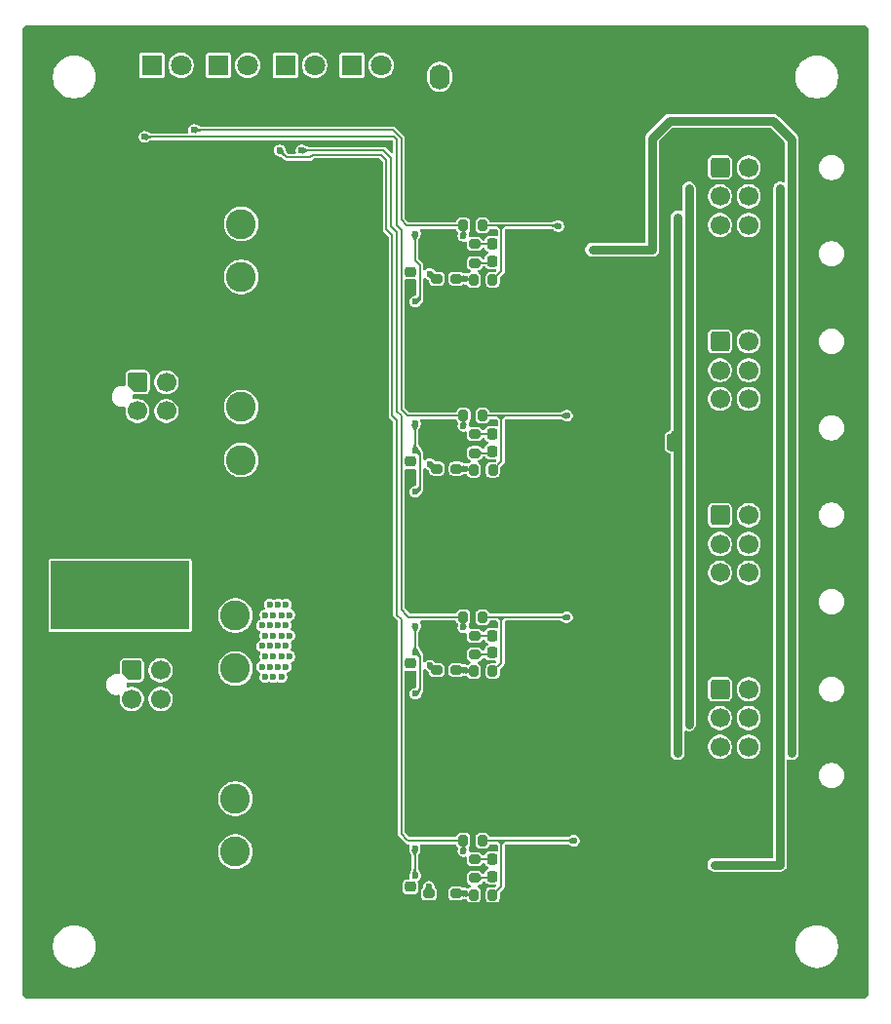
<source format=gbr>
%TF.GenerationSoftware,KiCad,Pcbnew,9.0.0-unknown-202503072020~4df101b94e~ubuntu22.04.1*%
%TF.CreationDate,2025-03-08T19:03:23+01:00*%
%TF.ProjectId,PowkiBoard,506f776b-6942-46f6-9172-642e6b696361,rev?*%
%TF.SameCoordinates,Original*%
%TF.FileFunction,Copper,L4,Bot*%
%TF.FilePolarity,Positive*%
%FSLAX46Y46*%
G04 Gerber Fmt 4.6, Leading zero omitted, Abs format (unit mm)*
G04 Created by KiCad (PCBNEW 9.0.0-unknown-202503072020~4df101b94e~ubuntu22.04.1) date 2025-03-08 19:03:23*
%MOMM*%
%LPD*%
G01*
G04 APERTURE LIST*
G04 Aperture macros list*
%AMRoundRect*
0 Rectangle with rounded corners*
0 $1 Rounding radius*
0 $2 $3 $4 $5 $6 $7 $8 $9 X,Y pos of 4 corners*
0 Add a 4 corners polygon primitive as box body*
4,1,4,$2,$3,$4,$5,$6,$7,$8,$9,$2,$3,0*
0 Add four circle primitives for the rounded corners*
1,1,$1+$1,$2,$3*
1,1,$1+$1,$4,$5*
1,1,$1+$1,$6,$7*
1,1,$1+$1,$8,$9*
0 Add four rect primitives between the rounded corners*
20,1,$1+$1,$2,$3,$4,$5,0*
20,1,$1+$1,$4,$5,$6,$7,0*
20,1,$1+$1,$6,$7,$8,$9,0*
20,1,$1+$1,$8,$9,$2,$3,0*%
%AMFreePoly0*
4,1,22,0.695671,0.830970,0.776777,0.776777,0.830970,0.695671,0.850000,0.600000,0.850000,-0.600000,0.830970,-0.695671,0.776777,-0.776777,0.695671,-0.830970,0.600000,-0.850000,-0.200000,-0.850000,-0.295671,-0.830970,-0.376777,-0.776777,-0.776777,-0.376777,-0.830970,-0.295671,-0.850000,-0.200000,-0.850000,0.600000,-0.830970,0.695671,-0.776777,0.776777,-0.695671,0.830970,-0.600000,0.850000,
0.600000,0.850000,0.695671,0.830970,0.695671,0.830970,$1*%
G04 Aperture macros list end*
%TA.AperFunction,ComponentPad*%
%ADD10R,1.800000X1.800000*%
%TD*%
%TA.AperFunction,ComponentPad*%
%ADD11C,1.800000*%
%TD*%
%TA.AperFunction,ComponentPad*%
%ADD12RoundRect,0.250000X-0.600000X-0.600000X0.600000X-0.600000X0.600000X0.600000X-0.600000X0.600000X0*%
%TD*%
%TA.AperFunction,ComponentPad*%
%ADD13C,1.700000*%
%TD*%
%TA.AperFunction,ComponentPad*%
%ADD14R,12.000000X6.000000*%
%TD*%
%TA.AperFunction,ComponentPad*%
%ADD15C,2.600000*%
%TD*%
%TA.AperFunction,ComponentPad*%
%ADD16RoundRect,0.250000X0.620000X0.845000X-0.620000X0.845000X-0.620000X-0.845000X0.620000X-0.845000X0*%
%TD*%
%TA.AperFunction,ComponentPad*%
%ADD17O,1.740000X2.190000*%
%TD*%
%TA.AperFunction,ComponentPad*%
%ADD18FreePoly0,0.000000*%
%TD*%
%TA.AperFunction,SMDPad,CuDef*%
%ADD19RoundRect,0.200000X-0.275000X0.200000X-0.275000X-0.200000X0.275000X-0.200000X0.275000X0.200000X0*%
%TD*%
%TA.AperFunction,SMDPad,CuDef*%
%ADD20RoundRect,0.225000X0.225000X0.250000X-0.225000X0.250000X-0.225000X-0.250000X0.225000X-0.250000X0*%
%TD*%
%TA.AperFunction,SMDPad,CuDef*%
%ADD21RoundRect,0.200000X0.200000X0.275000X-0.200000X0.275000X-0.200000X-0.275000X0.200000X-0.275000X0*%
%TD*%
%TA.AperFunction,SMDPad,CuDef*%
%ADD22RoundRect,0.225000X-0.250000X0.225000X-0.250000X-0.225000X0.250000X-0.225000X0.250000X0.225000X0*%
%TD*%
%TA.AperFunction,ViaPad*%
%ADD23C,0.600000*%
%TD*%
%TA.AperFunction,Conductor*%
%ADD24C,0.200000*%
%TD*%
%TA.AperFunction,Conductor*%
%ADD25C,0.800000*%
%TD*%
G04 APERTURE END LIST*
D10*
%TO.P,D7,1,K*%
%TO.N,Net-(D7-K)*%
X183830000Y-50500000D03*
D11*
%TO.P,D7,2,A*%
%TO.N,Net-(D7-A)*%
X186370000Y-50500000D03*
%TD*%
D12*
%TO.P,J7,1,Pin_1*%
%TO.N,VIN*%
X221585000Y-104650000D03*
D13*
%TO.P,J7,2,Pin_2*%
%TO.N,9V*%
X221585000Y-107150000D03*
%TO.P,J7,3,Pin_3*%
%TO.N,5V*%
X221585000Y-109650000D03*
%TO.P,J7,4,Pin_4*%
%TO.N,GNDA*%
X221585000Y-112150000D03*
%TO.P,J7,5,Pin_5*%
%TO.N,VIN*%
X224085000Y-104650000D03*
%TO.P,J7,6,Pin_6*%
%TO.N,12V*%
X224085000Y-107150000D03*
%TO.P,J7,7,Pin_7*%
%TO.N,LG5V*%
X224085000Y-109650000D03*
%TO.P,J7,8,Pin_8*%
%TO.N,GNDA*%
X224085000Y-112150000D03*
%TD*%
D14*
%TO.P,J2,1,Pin_1*%
%TO.N,VBATT*%
X169500000Y-96500000D03*
%TD*%
D12*
%TO.P,J6,1,Pin_1*%
%TO.N,VIN*%
X221585000Y-89550000D03*
D13*
%TO.P,J6,2,Pin_2*%
%TO.N,9V*%
X221585000Y-92050000D03*
%TO.P,J6,3,Pin_3*%
%TO.N,5V*%
X221585000Y-94550000D03*
%TO.P,J6,4,Pin_4*%
%TO.N,GNDA*%
X221585000Y-97050000D03*
%TO.P,J6,5,Pin_5*%
%TO.N,VIN*%
X224085000Y-89550000D03*
%TO.P,J6,6,Pin_6*%
%TO.N,12V*%
X224085000Y-92050000D03*
%TO.P,J6,7,Pin_7*%
%TO.N,LG5V*%
X224085000Y-94550000D03*
%TO.P,J6,8,Pin_8*%
%TO.N,GNDA*%
X224085000Y-97050000D03*
%TD*%
D10*
%TO.P,D5,1,K*%
%TO.N,Net-(D5-K)*%
X172230000Y-50500000D03*
D11*
%TO.P,D5,2,A*%
%TO.N,Net-(D5-A)*%
X174770000Y-50500000D03*
%TD*%
D14*
%TO.P,J3,1,Pin_1*%
%TO.N,GNDA*%
X169500000Y-87500000D03*
%TD*%
D10*
%TO.P,D8,1,K*%
%TO.N,Net-(D8-K)*%
X189630000Y-50500000D03*
D11*
%TO.P,D8,2,A*%
%TO.N,Net-(D8-A)*%
X192170000Y-50500000D03*
%TD*%
D12*
%TO.P,J4,1,Pin_1*%
%TO.N,VIN*%
X221585000Y-59350000D03*
D13*
%TO.P,J4,2,Pin_2*%
%TO.N,9V*%
X221585000Y-61850000D03*
%TO.P,J4,3,Pin_3*%
%TO.N,5V*%
X221585000Y-64350000D03*
%TO.P,J4,4,Pin_4*%
%TO.N,GNDA*%
X221585000Y-66850000D03*
%TO.P,J4,5,Pin_5*%
%TO.N,VIN*%
X224085000Y-59350000D03*
%TO.P,J4,6,Pin_6*%
%TO.N,12V*%
X224085000Y-61850000D03*
%TO.P,J4,7,Pin_7*%
%TO.N,LG5V*%
X224085000Y-64350000D03*
%TO.P,J4,8,Pin_8*%
%TO.N,GNDA*%
X224085000Y-66850000D03*
%TD*%
D15*
%TO.P,U6,1*%
%TO.N,Net-(J8-Pin_3)*%
X180000000Y-84750000D03*
X180000000Y-80150000D03*
%TO.P,U6,2*%
%TO.N,Net-(U4-VIN)*%
X180000000Y-68850000D03*
X180000000Y-64250000D03*
%TD*%
D10*
%TO.P,D6,1,K*%
%TO.N,Net-(D6-K)*%
X178030000Y-50500000D03*
D11*
%TO.P,D6,2,A*%
%TO.N,Net-(D6-A)*%
X180570000Y-50500000D03*
%TD*%
D16*
%TO.P,J9,1,Pin_1*%
%TO.N,GNDA*%
X199770000Y-51480000D03*
D17*
%TO.P,J9,2,Pin_2*%
%TO.N,EN12V*%
X197230000Y-51480000D03*
%TD*%
D15*
%TO.P,U5,1*%
%TO.N,Net-(J1-Pin_3)*%
X179500000Y-118750000D03*
X179500000Y-114150000D03*
%TO.P,U5,2*%
%TO.N,VIN*%
X179500000Y-102850000D03*
X179500000Y-98250000D03*
%TD*%
D18*
%TO.P,J8,1,Pin_1*%
%TO.N,VBATT*%
X171000000Y-78000000D03*
D13*
%TO.P,J8,2,Pin_2*%
X171000000Y-80500000D03*
%TO.P,J8,3,Pin_3*%
%TO.N,Net-(J8-Pin_3)*%
X173500000Y-78000000D03*
%TO.P,J8,4,Pin_4*%
X173500000Y-80500000D03*
%TD*%
D12*
%TO.P,J5,1,Pin_1*%
%TO.N,VIN*%
X221585000Y-74450000D03*
D13*
%TO.P,J5,2,Pin_2*%
%TO.N,9V*%
X221585000Y-76950000D03*
%TO.P,J5,3,Pin_3*%
%TO.N,5V*%
X221585000Y-79450000D03*
%TO.P,J5,4,Pin_4*%
%TO.N,GNDA*%
X221585000Y-81950000D03*
%TO.P,J5,5,Pin_5*%
%TO.N,VIN*%
X224085000Y-74450000D03*
%TO.P,J5,6,Pin_6*%
%TO.N,12V*%
X224085000Y-76950000D03*
%TO.P,J5,7,Pin_7*%
%TO.N,LG5V*%
X224085000Y-79450000D03*
%TO.P,J5,8,Pin_8*%
%TO.N,GNDA*%
X224085000Y-81950000D03*
%TD*%
D18*
%TO.P,J1,1,Pin_1*%
%TO.N,VBATT*%
X170500000Y-103000000D03*
D13*
%TO.P,J1,2,Pin_2*%
X170500000Y-105500000D03*
%TO.P,J1,3,Pin_3*%
%TO.N,Net-(J1-Pin_3)*%
X173000000Y-103000000D03*
%TO.P,J1,4,Pin_4*%
X173000000Y-105500000D03*
%TD*%
D19*
%TO.P,R2,1*%
%TO.N,Net-(U1-FB)*%
X198704731Y-103000000D03*
%TO.P,R2,2*%
%TO.N,GNDA*%
X198704731Y-104650000D03*
%TD*%
D20*
%TO.P,C35,1*%
%TO.N,GNDA*%
X203354731Y-119400000D03*
%TO.P,C35,2*%
%TO.N,Net-(C35-Pad2)*%
X201804731Y-119400000D03*
%TD*%
%TO.P,C32,1*%
%TO.N,GNDA*%
X203354731Y-101500000D03*
%TO.P,C32,2*%
%TO.N,Net-(U1-COMP)*%
X201804731Y-101500000D03*
%TD*%
D21*
%TO.P,R1,1*%
%TO.N,9V*%
X201854731Y-103100000D03*
%TO.P,R1,2*%
%TO.N,Net-(U1-FB)*%
X200204731Y-103100000D03*
%TD*%
D22*
%TO.P,C43,1*%
%TO.N,Net-(U4-SS{slash}TR)*%
X194700000Y-68400000D03*
%TO.P,C43,2*%
%TO.N,GNDA*%
X194700000Y-69950000D03*
%TD*%
D20*
%TO.P,C41,1*%
%TO.N,GNDA*%
X203354731Y-66000000D03*
%TO.P,C41,2*%
%TO.N,Net-(C41-Pad2)*%
X201804731Y-66000000D03*
%TD*%
D21*
%TO.P,R5,1*%
%TO.N,12V*%
X201854731Y-122500000D03*
%TO.P,R5,2*%
%TO.N,Net-(U3-FB)*%
X200204731Y-122500000D03*
%TD*%
D19*
%TO.P,R20,1*%
%TO.N,Net-(U4-FB)*%
X198704731Y-69000000D03*
%TO.P,R20,2*%
%TO.N,GNDA*%
X198704731Y-70650000D03*
%TD*%
D21*
%TO.P,R3,1*%
%TO.N,5V*%
X201859462Y-85600000D03*
%TO.P,R3,2*%
%TO.N,Net-(U2-FB)*%
X200209462Y-85600000D03*
%TD*%
D19*
%TO.P,R11,1*%
%TO.N,Net-(U1-RT{slash}SYNC)*%
X197000000Y-103000000D03*
%TO.P,R11,2*%
%TO.N,GNDA*%
X197000000Y-104650000D03*
%TD*%
D21*
%TO.P,R19,1*%
%TO.N,LG5V*%
X201854731Y-69100000D03*
%TO.P,R19,2*%
%TO.N,Net-(U4-FB)*%
X200204731Y-69100000D03*
%TD*%
D19*
%TO.P,R14,1*%
%TO.N,Net-(C35-Pad2)*%
X200304731Y-119400000D03*
%TO.P,R14,2*%
%TO.N,Net-(U3-COMP)*%
X200304731Y-121050000D03*
%TD*%
D20*
%TO.P,C36,1*%
%TO.N,GNDA*%
X203354731Y-120900000D03*
%TO.P,C36,2*%
%TO.N,Net-(U3-COMP)*%
X201804731Y-120900000D03*
%TD*%
D22*
%TO.P,C30,1*%
%TO.N,Net-(U3-SS{slash}TR)*%
X194700000Y-121800000D03*
%TO.P,C30,2*%
%TO.N,GNDA*%
X194700000Y-123350000D03*
%TD*%
D19*
%TO.P,R18,1*%
%TO.N,Net-(U4-RT{slash}SYNC)*%
X197000000Y-69000000D03*
%TO.P,R18,2*%
%TO.N,GNDA*%
X197000000Y-70650000D03*
%TD*%
%TO.P,R4,1*%
%TO.N,Net-(U2-FB)*%
X198709462Y-85500000D03*
%TO.P,R4,2*%
%TO.N,GNDA*%
X198709462Y-87150000D03*
%TD*%
%TO.P,R17,1*%
%TO.N,Net-(C41-Pad2)*%
X200304731Y-66000000D03*
%TO.P,R17,2*%
%TO.N,Net-(U4-COMP)*%
X200304731Y-67650000D03*
%TD*%
%TO.P,R10,1*%
%TO.N,Net-(C31-Pad2)*%
X200304731Y-100000000D03*
%TO.P,R10,2*%
%TO.N,Net-(U1-COMP)*%
X200304731Y-101650000D03*
%TD*%
%TO.P,R6,1*%
%TO.N,Net-(U3-FB)*%
X198704731Y-122400000D03*
%TO.P,R6,2*%
%TO.N,GNDA*%
X198704731Y-124050000D03*
%TD*%
D20*
%TO.P,C31,1*%
%TO.N,GNDA*%
X203354731Y-100000000D03*
%TO.P,C31,2*%
%TO.N,Net-(C31-Pad2)*%
X201804731Y-100000000D03*
%TD*%
D21*
%TO.P,R16,1*%
%TO.N,LG5V*%
X200954731Y-64400000D03*
%TO.P,R16,2*%
%TO.N,PGLG5V*%
X199304731Y-64400000D03*
%TD*%
D19*
%TO.P,R13,1*%
%TO.N,Net-(U2-RT{slash}SYNC)*%
X197000000Y-85500000D03*
%TO.P,R13,2*%
%TO.N,GNDA*%
X197000000Y-87150000D03*
%TD*%
D21*
%TO.P,R7,1*%
%TO.N,9V*%
X200954731Y-98400000D03*
%TO.P,R7,2*%
%TO.N,PG9V*%
X199304731Y-98400000D03*
%TD*%
D19*
%TO.P,R15,1*%
%TO.N,Net-(U3-RT{slash}SYNC)*%
X196304731Y-122400000D03*
%TO.P,R15,2*%
%TO.N,GNDA*%
X196304731Y-124050000D03*
%TD*%
D21*
%TO.P,R9,1*%
%TO.N,5V*%
X200959462Y-80900000D03*
%TO.P,R9,2*%
%TO.N,PG5V*%
X199309462Y-80900000D03*
%TD*%
D20*
%TO.P,C42,1*%
%TO.N,GNDA*%
X203354731Y-67500000D03*
%TO.P,C42,2*%
%TO.N,Net-(U4-COMP)*%
X201804731Y-67500000D03*
%TD*%
D22*
%TO.P,C28,1*%
%TO.N,Net-(U1-SS{slash}TR)*%
X194700000Y-102400000D03*
%TO.P,C28,2*%
%TO.N,GNDA*%
X194700000Y-103950000D03*
%TD*%
%TO.P,C29,1*%
%TO.N,Net-(U2-SS{slash}TR)*%
X194700000Y-84900000D03*
%TO.P,C29,2*%
%TO.N,GNDA*%
X194700000Y-86450000D03*
%TD*%
D21*
%TO.P,R8,1*%
%TO.N,12V*%
X200954731Y-117800000D03*
%TO.P,R8,2*%
%TO.N,PG12V*%
X199304731Y-117800000D03*
%TD*%
D20*
%TO.P,C33,1*%
%TO.N,GNDA*%
X203359462Y-82500000D03*
%TO.P,C33,2*%
%TO.N,Net-(C33-Pad2)*%
X201809462Y-82500000D03*
%TD*%
D19*
%TO.P,R12,1*%
%TO.N,Net-(C33-Pad2)*%
X200309462Y-82500000D03*
%TO.P,R12,2*%
%TO.N,Net-(U2-COMP)*%
X200309462Y-84150000D03*
%TD*%
D20*
%TO.P,C34,1*%
%TO.N,GNDA*%
X203359462Y-84000000D03*
%TO.P,C34,2*%
%TO.N,Net-(U2-COMP)*%
X201809462Y-84000000D03*
%TD*%
D23*
%TO.N,VIN*%
X182100000Y-98200000D03*
X183200000Y-102700000D03*
X182500000Y-99100000D03*
X182800000Y-98200000D03*
X182100000Y-100000000D03*
X183900000Y-102700000D03*
X182500000Y-97300000D03*
X182500000Y-102700000D03*
X182500000Y-100900000D03*
X182100000Y-103600000D03*
X183200000Y-99100000D03*
X184200000Y-100000000D03*
X183500000Y-98200000D03*
X181800000Y-102700000D03*
X183900000Y-97300000D03*
X182100000Y-101800000D03*
X181800000Y-99100000D03*
X183900000Y-99100000D03*
X183500000Y-100000000D03*
X182800000Y-103600000D03*
X181800000Y-100900000D03*
X182800000Y-100000000D03*
X183200000Y-100900000D03*
X183900000Y-100900000D03*
X183500000Y-103600000D03*
X183500000Y-101800000D03*
X182800000Y-101800000D03*
X183200000Y-97300000D03*
X184200000Y-98200000D03*
X184200000Y-101800000D03*
%TO.N,GNDA*%
X228700000Y-95900000D03*
X193300000Y-123900000D03*
X227700000Y-117600000D03*
X194500000Y-77300000D03*
X208900000Y-104500000D03*
X194500000Y-95200000D03*
X195700000Y-113400000D03*
X225900000Y-85000000D03*
X185100000Y-84800000D03*
X185100000Y-105100000D03*
X194500000Y-115500000D03*
X208800000Y-70500000D03*
X192500000Y-71700000D03*
X195700000Y-53800000D03*
X225900000Y-117000000D03*
X197795269Y-119900000D03*
X190800000Y-87000000D03*
X197300000Y-82700000D03*
X219800000Y-66900000D03*
X194500000Y-96600000D03*
X197795269Y-99900000D03*
X214800000Y-62400000D03*
X212400000Y-104500000D03*
X216600000Y-61200000D03*
X185100000Y-97400000D03*
X225900000Y-112800000D03*
X188900000Y-87000000D03*
X217000000Y-103200000D03*
X214800000Y-63600000D03*
X198295269Y-100800000D03*
X208400000Y-55500000D03*
X185100000Y-96000000D03*
X192900000Y-94500000D03*
X228700000Y-69300000D03*
X214800000Y-61800000D03*
X225900000Y-69300000D03*
X195700000Y-71700000D03*
X216600000Y-64800000D03*
X190800000Y-123900000D03*
X198300000Y-121400000D03*
X227700000Y-116400000D03*
X217000000Y-69900000D03*
X180900000Y-107200000D03*
X222900000Y-123900000D03*
X193300000Y-110600000D03*
X195700000Y-115500000D03*
X228700000Y-83800000D03*
X225900000Y-68100000D03*
X185100000Y-85500000D03*
X180900000Y-77600000D03*
X225900000Y-66900000D03*
X185100000Y-113500000D03*
X215300000Y-87000000D03*
X207100000Y-87000000D03*
X185100000Y-81600000D03*
X195700000Y-106400000D03*
X228700000Y-66900000D03*
X217000000Y-81400000D03*
X216600000Y-60000000D03*
X195700000Y-60800000D03*
X225900000Y-81400000D03*
X219800000Y-82000000D03*
X219800000Y-83800000D03*
X194500000Y-54500000D03*
X193300000Y-116900000D03*
X225900000Y-96500000D03*
X207000000Y-70500000D03*
X185100000Y-105800000D03*
X219800000Y-68100000D03*
X180900000Y-86400000D03*
X214800000Y-59400000D03*
X215900000Y-104500000D03*
X225900000Y-100100000D03*
X195700000Y-114800000D03*
X194500000Y-72400000D03*
X195700000Y-78700000D03*
X192000000Y-87000000D03*
X195700000Y-77300000D03*
X197300000Y-120800000D03*
X185100000Y-106500000D03*
X194500000Y-109900000D03*
X228700000Y-82000000D03*
X194500000Y-93100000D03*
X194500000Y-63600000D03*
X180900000Y-112100000D03*
X217000000Y-85600000D03*
X194500000Y-105700000D03*
X225900000Y-66300000D03*
X197304731Y-84500000D03*
X180900000Y-88500000D03*
X210600000Y-87000000D03*
X197800000Y-120500000D03*
X197800000Y-121100000D03*
X194500000Y-112000000D03*
X185100000Y-72900000D03*
X219800000Y-83200000D03*
X185100000Y-112800000D03*
X194500000Y-71700000D03*
X195700000Y-116200000D03*
X216600000Y-61800000D03*
X180900000Y-74100000D03*
X197300000Y-67400000D03*
X192500000Y-75900000D03*
X207200000Y-52700000D03*
X197800000Y-67700000D03*
X225900000Y-118200000D03*
X217000000Y-68700000D03*
X195700000Y-75900000D03*
X185800000Y-70500000D03*
X224600000Y-123900000D03*
X192700000Y-102900000D03*
X228700000Y-69900000D03*
X192500000Y-72400000D03*
X180900000Y-76200000D03*
X180900000Y-110000000D03*
X225900000Y-68700000D03*
X214800000Y-61200000D03*
X189500000Y-104500000D03*
X195700000Y-95900000D03*
X180900000Y-74800000D03*
X207200000Y-53400000D03*
X207600000Y-70500000D03*
X185100000Y-93900000D03*
X217000000Y-84400000D03*
X192500000Y-76600000D03*
X228700000Y-97100000D03*
X188900000Y-70500000D03*
X228700000Y-59700000D03*
X192900000Y-88200000D03*
X195700000Y-114100000D03*
X185100000Y-79500000D03*
X185100000Y-116300000D03*
X225900000Y-97700000D03*
X192700000Y-86000000D03*
X208400000Y-53400000D03*
X197295269Y-66200000D03*
X185100000Y-102300000D03*
X219800000Y-84400000D03*
X228700000Y-67500000D03*
X185100000Y-71500000D03*
X193300000Y-113400000D03*
X214700000Y-104500000D03*
X221700000Y-123900000D03*
X194500000Y-113400000D03*
X221100000Y-123900000D03*
X225900000Y-99500000D03*
X212400000Y-87000000D03*
X195700000Y-61500000D03*
X225900000Y-113400000D03*
X180900000Y-89200000D03*
X194700000Y-103950000D03*
X198300000Y-67400000D03*
X210600000Y-123900000D03*
X194500000Y-106400000D03*
X211700000Y-70500000D03*
X216600000Y-63600000D03*
X217000000Y-68100000D03*
X219800000Y-66300000D03*
X207700000Y-87000000D03*
X195700000Y-112000000D03*
X194500000Y-111300000D03*
X208400000Y-54800000D03*
X195700000Y-88200000D03*
X185100000Y-93200000D03*
X207100000Y-123900000D03*
X208300000Y-104500000D03*
X195700000Y-78000000D03*
X227700000Y-115200000D03*
X180900000Y-93400000D03*
X189500000Y-123900000D03*
X185800000Y-87000000D03*
X185100000Y-104400000D03*
X191400000Y-104500000D03*
X225900000Y-83800000D03*
X197295269Y-119600000D03*
X225900000Y-117600000D03*
X185800000Y-104500000D03*
X192900000Y-88900000D03*
X185100000Y-68700000D03*
X212400000Y-123900000D03*
X194700000Y-86450000D03*
X191400000Y-87000000D03*
X188300000Y-70500000D03*
X194500000Y-88200000D03*
X193300000Y-112700000D03*
X225900000Y-111000000D03*
X216600000Y-63000000D03*
X228700000Y-59100000D03*
X219800000Y-81400000D03*
X197800000Y-82400000D03*
X194500000Y-61500000D03*
X198300000Y-102000000D03*
X195700000Y-59400000D03*
X208400000Y-56200000D03*
X219800000Y-82600000D03*
X219800000Y-67500000D03*
X192500000Y-78000000D03*
X180900000Y-87100000D03*
X228700000Y-65700000D03*
X214700000Y-123900000D03*
X192000000Y-70500000D03*
X194500000Y-93800000D03*
X185100000Y-112100000D03*
X197800000Y-83000000D03*
X228700000Y-98900000D03*
X215300000Y-123900000D03*
X208300000Y-123900000D03*
X217000000Y-67500000D03*
X194500000Y-78000000D03*
X208200000Y-70500000D03*
X180900000Y-95500000D03*
X214800000Y-64200000D03*
X197295269Y-100200000D03*
X197300000Y-102000000D03*
X194500000Y-116200000D03*
X180900000Y-87800000D03*
X192900000Y-98700000D03*
X195700000Y-79400000D03*
X195700000Y-76600000D03*
X225900000Y-70500000D03*
X194500000Y-60800000D03*
X192500000Y-78700000D03*
X219800000Y-69900000D03*
X197804731Y-83600000D03*
X216600000Y-59400000D03*
X217000000Y-70500000D03*
X198300000Y-68000000D03*
X227700000Y-112200000D03*
X208400000Y-51300000D03*
X193300000Y-111300000D03*
X225900000Y-114000000D03*
X227700000Y-114600000D03*
X198295269Y-66200000D03*
X194500000Y-55200000D03*
X195700000Y-105700000D03*
X192900000Y-95200000D03*
X226900000Y-59100000D03*
X185100000Y-98100000D03*
X225900000Y-85600000D03*
X198295269Y-119600000D03*
X185100000Y-80200000D03*
X188900000Y-123900000D03*
X217000000Y-66300000D03*
X228700000Y-97700000D03*
X225900000Y-82000000D03*
X194500000Y-97300000D03*
X197800000Y-67100000D03*
X219800000Y-96500000D03*
X193300000Y-109900000D03*
X186400000Y-123900000D03*
X185100000Y-92500000D03*
X207200000Y-54800000D03*
X192500000Y-79400000D03*
X193300000Y-115500000D03*
X215300000Y-104500000D03*
X225900000Y-115200000D03*
X228700000Y-84400000D03*
X219800000Y-100100000D03*
X225900000Y-67500000D03*
X210500000Y-70500000D03*
X194500000Y-114800000D03*
X225900000Y-114600000D03*
X189500000Y-87000000D03*
X195700000Y-112700000D03*
X219400000Y-123900000D03*
X207700000Y-104500000D03*
X194500000Y-114100000D03*
X194500000Y-112700000D03*
X216600000Y-60600000D03*
X180900000Y-90600000D03*
X192900000Y-95900000D03*
X207700000Y-123900000D03*
X219800000Y-85600000D03*
X195700000Y-55200000D03*
X217000000Y-82000000D03*
X180900000Y-105800000D03*
X185100000Y-103000000D03*
X198300000Y-82700000D03*
X225900000Y-95900000D03*
X228700000Y-80800000D03*
X208400000Y-52700000D03*
X195700000Y-94500000D03*
X197300000Y-101400000D03*
X217000000Y-80800000D03*
X227700000Y-114000000D03*
X195700000Y-110600000D03*
X193300000Y-117600000D03*
X214100000Y-104500000D03*
X185100000Y-110000000D03*
X194500000Y-78700000D03*
X215200000Y-70500000D03*
X192900000Y-97300000D03*
X217000000Y-66900000D03*
X225800000Y-123900000D03*
X225900000Y-84400000D03*
X225900000Y-115800000D03*
X195700000Y-72400000D03*
X191400000Y-123900000D03*
X180900000Y-75500000D03*
X194500000Y-76600000D03*
X227700000Y-113400000D03*
X194500000Y-88900000D03*
X228700000Y-100700000D03*
X192700000Y-85400000D03*
X192700000Y-86600000D03*
X219800000Y-68700000D03*
X219800000Y-100700000D03*
X192700000Y-103500000D03*
X193300000Y-114800000D03*
X217000000Y-98900000D03*
X195700000Y-62900000D03*
X185100000Y-80900000D03*
X194500000Y-53800000D03*
X217000000Y-96500000D03*
X225900000Y-83200000D03*
X193300000Y-114100000D03*
X217000000Y-97700000D03*
X219800000Y-80800000D03*
X211200000Y-123900000D03*
X193300000Y-105700000D03*
X193900000Y-123900000D03*
X198300000Y-83300000D03*
X185100000Y-78100000D03*
X227700000Y-115800000D03*
X228700000Y-100100000D03*
X192400000Y-69800000D03*
X214100000Y-123900000D03*
X228700000Y-81400000D03*
X185100000Y-114200000D03*
X219800000Y-69300000D03*
X219800000Y-65700000D03*
X225900000Y-65700000D03*
X191400000Y-70500000D03*
X197300000Y-121400000D03*
X217000000Y-95900000D03*
X228700000Y-96500000D03*
X217600000Y-123900000D03*
X214800000Y-60000000D03*
X219800000Y-99500000D03*
X192500000Y-80100000D03*
X198295269Y-100200000D03*
X194500000Y-62200000D03*
X228700000Y-98300000D03*
X180900000Y-89900000D03*
X185100000Y-78800000D03*
X214800000Y-60600000D03*
X198295269Y-66800000D03*
X228700000Y-68700000D03*
X214700000Y-87000000D03*
X228700000Y-83200000D03*
X185100000Y-88300000D03*
X219800000Y-97700000D03*
X187000000Y-104500000D03*
X212300000Y-70500000D03*
X207200000Y-51300000D03*
X228700000Y-66300000D03*
X211200000Y-87000000D03*
X225900000Y-82600000D03*
X197795269Y-119300000D03*
X185100000Y-86200000D03*
X217000000Y-102600000D03*
X225200000Y-123900000D03*
X187000000Y-123900000D03*
X194500000Y-75900000D03*
X197800000Y-101100000D03*
X214100000Y-87000000D03*
X185100000Y-118400000D03*
X214600000Y-70500000D03*
X188300000Y-87000000D03*
X197304731Y-83900000D03*
X192900000Y-96600000D03*
X185100000Y-72200000D03*
X195700000Y-116900000D03*
X225900000Y-112200000D03*
X198304731Y-83900000D03*
X197300000Y-83300000D03*
X185100000Y-94600000D03*
X226900000Y-58500000D03*
X216600000Y-62400000D03*
X180900000Y-92700000D03*
X227700000Y-112800000D03*
X197295269Y-66800000D03*
X180900000Y-78300000D03*
X185100000Y-111400000D03*
X217000000Y-97100000D03*
X180900000Y-94100000D03*
X211800000Y-87000000D03*
X219800000Y-70500000D03*
X185100000Y-110700000D03*
X226400000Y-123900000D03*
X185100000Y-87600000D03*
X228700000Y-70500000D03*
X185100000Y-115600000D03*
X194500000Y-79400000D03*
X225900000Y-80800000D03*
X180900000Y-105100000D03*
X192000000Y-104500000D03*
X185100000Y-86900000D03*
X192000000Y-123900000D03*
X211200000Y-104500000D03*
X217000000Y-98300000D03*
X228700000Y-99500000D03*
X222300000Y-123900000D03*
X185100000Y-77400000D03*
X185100000Y-70100000D03*
X190800000Y-104500000D03*
X214000000Y-70500000D03*
X185100000Y-117000000D03*
X226900000Y-59700000D03*
X195700000Y-88900000D03*
X211800000Y-104500000D03*
X197295269Y-120200000D03*
X228700000Y-85000000D03*
X194700000Y-69950000D03*
X225900000Y-97100000D03*
X185100000Y-117700000D03*
X225900000Y-111600000D03*
X180900000Y-107900000D03*
X211100000Y-70500000D03*
X194500000Y-62900000D03*
X227700000Y-117000000D03*
X207200000Y-54100000D03*
X194500000Y-59400000D03*
X192900000Y-93800000D03*
X219800000Y-85000000D03*
X192700000Y-104100000D03*
X228700000Y-82600000D03*
X208900000Y-87000000D03*
X180900000Y-109300000D03*
X195700000Y-62200000D03*
X197804731Y-84200000D03*
X180900000Y-76900000D03*
X216600000Y-64200000D03*
X193300000Y-116200000D03*
X180900000Y-110700000D03*
X195700000Y-54500000D03*
X195700000Y-111300000D03*
X225900000Y-100700000D03*
X197800000Y-101700000D03*
X198300000Y-120800000D03*
X207200000Y-56200000D03*
X197795269Y-65900000D03*
X227700000Y-118200000D03*
X192400000Y-69200000D03*
X217000000Y-102000000D03*
X188300000Y-104500000D03*
X197795269Y-100500000D03*
X188300000Y-123900000D03*
X214800000Y-64800000D03*
X194500000Y-116900000D03*
X192900000Y-92400000D03*
X197795269Y-66500000D03*
X208400000Y-52000000D03*
X219800000Y-97100000D03*
X228700000Y-85600000D03*
X180900000Y-94800000D03*
X180900000Y-72700000D03*
X193300000Y-106400000D03*
X185100000Y-98800000D03*
X195700000Y-109900000D03*
X180900000Y-111400000D03*
X188900000Y-104500000D03*
X185100000Y-70800000D03*
X198304731Y-84500000D03*
X197300000Y-68000000D03*
X186400000Y-70500000D03*
X180900000Y-108600000D03*
X208900000Y-123900000D03*
X195700000Y-60100000D03*
X194500000Y-55900000D03*
X225900000Y-98900000D03*
X215900000Y-123900000D03*
X217000000Y-65700000D03*
X180900000Y-72000000D03*
X218200000Y-123900000D03*
X180900000Y-106500000D03*
X185100000Y-69400000D03*
X187000000Y-87000000D03*
X180900000Y-91300000D03*
X198295269Y-120200000D03*
X217000000Y-69300000D03*
X225900000Y-116400000D03*
X207100000Y-104500000D03*
X214800000Y-63000000D03*
X207200000Y-52000000D03*
X193300000Y-112000000D03*
X185800000Y-123900000D03*
X194500000Y-60100000D03*
X228700000Y-68100000D03*
X194500000Y-94500000D03*
X228700000Y-58500000D03*
X186400000Y-87000000D03*
X192400000Y-68600000D03*
X195700000Y-93100000D03*
X194500000Y-110600000D03*
X207200000Y-55500000D03*
X227700000Y-111600000D03*
X194500000Y-123900000D03*
X208400000Y-54100000D03*
X189500000Y-70500000D03*
X219800000Y-98300000D03*
X218800000Y-123900000D03*
X195700000Y-95200000D03*
X215800000Y-70500000D03*
X227700000Y-118800000D03*
X192900000Y-98000000D03*
X180900000Y-73400000D03*
X186400000Y-104500000D03*
X225900000Y-98300000D03*
X225900000Y-69900000D03*
X195700000Y-55900000D03*
X208300000Y-87000000D03*
X194500000Y-80100000D03*
X195700000Y-97300000D03*
X187000000Y-70500000D03*
X219800000Y-98900000D03*
X190800000Y-70500000D03*
X185100000Y-96700000D03*
X180900000Y-92000000D03*
X192500000Y-77300000D03*
X217000000Y-85000000D03*
X210600000Y-104500000D03*
X197295269Y-100800000D03*
X180900000Y-71300000D03*
X211800000Y-123900000D03*
X185100000Y-95300000D03*
X219800000Y-95900000D03*
X215900000Y-87000000D03*
X195700000Y-96600000D03*
X192500000Y-80800000D03*
X198300000Y-101400000D03*
X195700000Y-92400000D03*
X194500000Y-92400000D03*
X194500000Y-95900000D03*
X185100000Y-114900000D03*
X192900000Y-93100000D03*
X185100000Y-89000000D03*
X185100000Y-103700000D03*
X195700000Y-93800000D03*
%TO.N,9V*%
X218900000Y-101200000D03*
X218900000Y-106500000D03*
X218900000Y-61200000D03*
X218885000Y-76900000D03*
X218885000Y-92000000D03*
X218900000Y-100600000D03*
X218900000Y-62400000D03*
X218885000Y-76300000D03*
X218900000Y-100000000D03*
X218885000Y-77500000D03*
X218900000Y-107100000D03*
X218885000Y-92600000D03*
X218900000Y-99400000D03*
X218885000Y-91400000D03*
X218900000Y-107700000D03*
X208300000Y-98400000D03*
X218900000Y-61800000D03*
X218900000Y-101800000D03*
%TO.N,5V*%
X217900000Y-64300000D03*
X217900000Y-80000000D03*
X217900000Y-109000000D03*
X217900000Y-93900000D03*
X217900000Y-95100000D03*
X217300000Y-82800000D03*
X217900000Y-79400000D03*
X217900000Y-64900000D03*
X217900000Y-109600000D03*
X217900000Y-94500000D03*
X208300000Y-80900000D03*
X217900000Y-82500000D03*
X217900000Y-83700000D03*
X217300000Y-83400000D03*
X217900000Y-63700000D03*
X217900000Y-83100000D03*
X217900000Y-110200000D03*
X217900000Y-78800000D03*
%TO.N,12V*%
X222900000Y-119900000D03*
X226500000Y-119900000D03*
X226800000Y-92600000D03*
X224700000Y-119900000D03*
X225300000Y-119900000D03*
X226800000Y-92000000D03*
X226800000Y-76900000D03*
X221100000Y-119900000D03*
X221700000Y-119900000D03*
X226800000Y-76300000D03*
X223500000Y-119900000D03*
X226800000Y-107100000D03*
X222300000Y-119900000D03*
X226800000Y-91400000D03*
X226800000Y-61800000D03*
X226800000Y-62400000D03*
X226800000Y-106500000D03*
X226800000Y-61200000D03*
X226800000Y-107700000D03*
X225900000Y-119900000D03*
X224100000Y-119900000D03*
X226800000Y-77500000D03*
X208900000Y-117800000D03*
%TO.N,Net-(U1-SS{slash}TR)*%
X194804731Y-102400000D03*
%TO.N,Net-(U2-SS{slash}TR)*%
X194804731Y-84900000D03*
%TO.N,Net-(U3-SS{slash}TR)*%
X194804731Y-121800000D03*
%TO.N,Net-(U1-COMP)*%
X200304731Y-101650000D03*
%TO.N,Net-(U2-COMP)*%
X200304731Y-84150000D03*
%TO.N,Net-(U3-COMP)*%
X200304731Y-121050000D03*
%TO.N,Net-(U4-COMP)*%
X200304731Y-67650000D03*
%TO.N,Net-(U4-SS{slash}TR)*%
X194850000Y-68400000D03*
%TO.N,LG5V*%
X211700000Y-66500000D03*
X227800000Y-109000000D03*
X227800000Y-78800000D03*
X213500000Y-66500000D03*
X207554731Y-64450000D03*
X227800000Y-95100000D03*
X227800000Y-63700000D03*
X227800000Y-80000000D03*
X212900000Y-66500000D03*
X227800000Y-64300000D03*
X214700000Y-66500000D03*
X227800000Y-94500000D03*
X212300000Y-66500000D03*
X214100000Y-66500000D03*
X211100000Y-66500000D03*
X215300000Y-66500000D03*
X210500000Y-66500000D03*
X227800000Y-64900000D03*
X227800000Y-110200000D03*
X227800000Y-79400000D03*
X227800000Y-93900000D03*
X227800000Y-109600000D03*
%TO.N,Net-(U1-FB)*%
X199404731Y-103000000D03*
%TO.N,Net-(U2-FB)*%
X199404731Y-85500000D03*
%TO.N,Net-(U3-FB)*%
X199404731Y-122400000D03*
%TO.N,PG9V*%
X185250000Y-57862500D03*
X199304731Y-99300000D03*
%TO.N,PG12V*%
X199304731Y-118700000D03*
X183350000Y-57862500D03*
%TO.N,PG5V*%
X171600000Y-56700000D03*
X199304731Y-81800000D03*
%TO.N,Net-(U1-RT{slash}SYNC)*%
X196400000Y-102600000D03*
%TO.N,Net-(U2-RT{slash}SYNC)*%
X196400000Y-85100000D03*
%TO.N,Net-(U3-RT{slash}SYNC)*%
X196304731Y-121800000D03*
%TO.N,PGLG5V*%
X199304731Y-65300000D03*
X175900000Y-56100000D03*
%TO.N,Net-(U4-RT{slash}SYNC)*%
X196400000Y-68600000D03*
%TO.N,Net-(U4-FB)*%
X199404731Y-69000000D03*
%TO.N,EN12V*%
X195125735Y-83925735D03*
X195100000Y-65100000D03*
X195111131Y-99139340D03*
X195125710Y-105051489D03*
X195111131Y-101440340D03*
X195111131Y-120840340D03*
X195114579Y-71012149D03*
X195113364Y-87513364D03*
X195085396Y-118513605D03*
X195100000Y-81600000D03*
%TD*%
D24*
%TO.N,GNDA*%
X203354731Y-120900000D02*
X203354731Y-119400000D01*
X203354731Y-67500000D02*
X203354731Y-66000000D01*
X203354731Y-101500000D02*
X203354731Y-100000000D01*
X203354731Y-84000000D02*
X203354731Y-82500000D01*
%TO.N,9V*%
X202603731Y-102351000D02*
X202603731Y-98403731D01*
X202600000Y-98400000D02*
X203004731Y-98400000D01*
X200954731Y-98400000D02*
X202200000Y-98400000D01*
X203004731Y-98400000D02*
X208300000Y-98400000D01*
D25*
X218900000Y-107700000D02*
X218900000Y-62400000D01*
D24*
X202603731Y-98403731D02*
X202600000Y-98400000D01*
X201854731Y-103100000D02*
X202603731Y-102351000D01*
D25*
X218900000Y-62400000D02*
X218900000Y-61800000D01*
X218900000Y-61800000D02*
X218900000Y-61200000D01*
D24*
X202200000Y-98400000D02*
X202600000Y-98400000D01*
%TO.N,5V*%
X202608462Y-84851000D02*
X202608462Y-80908462D01*
X202608462Y-80908462D02*
X202600000Y-80900000D01*
X202500000Y-80900000D02*
X200959462Y-80900000D01*
X202600000Y-80900000D02*
X202500000Y-80900000D01*
X201859462Y-85600000D02*
X202608462Y-84851000D01*
X208300000Y-80900000D02*
X202600000Y-80900000D01*
D25*
X217900000Y-83700000D02*
X217900000Y-83100000D01*
X217900000Y-83100000D02*
X217900000Y-82500000D01*
X217900000Y-110200000D02*
X217900000Y-83700000D01*
X217900000Y-82500000D02*
X217900000Y-63700000D01*
D24*
%TO.N,12V*%
X202555731Y-117800000D02*
X208900000Y-117800000D01*
D25*
X221700000Y-119900000D02*
X221100000Y-119900000D01*
X226800000Y-119900000D02*
X226500000Y-119900000D01*
X224700000Y-119900000D02*
X224100000Y-119900000D01*
X226800000Y-113700000D02*
X226800000Y-119900000D01*
X226500000Y-119900000D02*
X225900000Y-119900000D01*
D24*
X201854731Y-122500000D02*
X202603731Y-121751000D01*
D25*
X225900000Y-119900000D02*
X225300000Y-119900000D01*
X226800000Y-76900000D02*
X226800000Y-61200000D01*
X222900000Y-119900000D02*
X222400000Y-119900000D01*
X225300000Y-119900000D02*
X224700000Y-119900000D01*
X226800000Y-113700000D02*
X226800000Y-76900000D01*
X223500000Y-119900000D02*
X222900000Y-119900000D01*
X224100000Y-119900000D02*
X223500000Y-119900000D01*
X222300000Y-119900000D02*
X221700000Y-119900000D01*
D24*
X202603731Y-117848000D02*
X202555731Y-117800000D01*
D25*
X222400000Y-119900000D02*
X222300000Y-119900000D01*
D24*
X202555731Y-117800000D02*
X200954731Y-117800000D01*
X202603731Y-121751000D02*
X202603731Y-117848000D01*
%TO.N,Net-(C31-Pad2)*%
X200304731Y-100000000D02*
X201804731Y-100000000D01*
%TO.N,Net-(U1-COMP)*%
X201654731Y-101650000D02*
X201804731Y-101500000D01*
X200304731Y-101650000D02*
X201654731Y-101650000D01*
%TO.N,Net-(C33-Pad2)*%
X200304731Y-82500000D02*
X201804731Y-82500000D01*
%TO.N,Net-(U2-COMP)*%
X201654731Y-84150000D02*
X201804731Y-84000000D01*
X200304731Y-84150000D02*
X201654731Y-84150000D01*
%TO.N,Net-(C35-Pad2)*%
X200304731Y-119400000D02*
X201804731Y-119400000D01*
%TO.N,Net-(U3-COMP)*%
X201654731Y-121050000D02*
X201804731Y-120900000D01*
X200304731Y-121050000D02*
X201654731Y-121050000D01*
%TO.N,Net-(C41-Pad2)*%
X200304731Y-66000000D02*
X201804731Y-66000000D01*
%TO.N,Net-(U4-COMP)*%
X201654731Y-67650000D02*
X201804731Y-67500000D01*
X200304731Y-67650000D02*
X201654731Y-67650000D01*
D25*
%TO.N,LG5V*%
X226200000Y-55300000D02*
X217200000Y-55300000D01*
X227800000Y-110200000D02*
X227800000Y-63700000D01*
X211100000Y-66500000D02*
X210500000Y-66500000D01*
D24*
X202700000Y-64400000D02*
X207504731Y-64400000D01*
X200954731Y-64400000D02*
X202600000Y-64400000D01*
X202600000Y-64400000D02*
X202700000Y-64400000D01*
D25*
X212900000Y-66500000D02*
X212300000Y-66500000D01*
X214100000Y-66500000D02*
X213500000Y-66500000D01*
D24*
X201854731Y-69100000D02*
X202600000Y-68354731D01*
D25*
X217200000Y-55300000D02*
X215700000Y-56800000D01*
X227800000Y-56900000D02*
X226200000Y-55300000D01*
X211700000Y-66500000D02*
X211100000Y-66500000D01*
X215700000Y-66500000D02*
X215300000Y-66500000D01*
X227800000Y-63700000D02*
X227800000Y-56900000D01*
X215300000Y-66500000D02*
X214700000Y-66500000D01*
X213500000Y-66500000D02*
X212900000Y-66500000D01*
X215700000Y-56800000D02*
X215700000Y-66500000D01*
D24*
X207504731Y-64400000D02*
X207554731Y-64450000D01*
D25*
X212300000Y-66500000D02*
X211700000Y-66500000D01*
D24*
X202600000Y-68354731D02*
X202600000Y-64400000D01*
D25*
X214700000Y-66500000D02*
X214100000Y-66500000D01*
D24*
%TO.N,Net-(U1-FB)*%
X200204731Y-103100000D02*
X199504731Y-103100000D01*
X199404731Y-103000000D02*
X198704731Y-103000000D01*
X199504731Y-103100000D02*
X199404731Y-103000000D01*
%TO.N,Net-(U2-FB)*%
X199404731Y-85500000D02*
X198704731Y-85500000D01*
X200204731Y-85600000D02*
X199504731Y-85600000D01*
X199504731Y-85600000D02*
X199404731Y-85500000D01*
%TO.N,Net-(U3-FB)*%
X199404731Y-122400000D02*
X198704731Y-122400000D01*
X200204731Y-122500000D02*
X199504731Y-122500000D01*
X199504731Y-122500000D02*
X199404731Y-122400000D01*
%TO.N,PG9V*%
X193000000Y-58500000D02*
X192362500Y-57862500D01*
X193900000Y-80917043D02*
X193500000Y-80517043D01*
X193500000Y-71067687D02*
X193499000Y-71066687D01*
X192362500Y-57862500D02*
X185250000Y-57862500D01*
X193900000Y-81600000D02*
X193900000Y-80917043D01*
X193499000Y-64999000D02*
X193000000Y-64500000D01*
X194554731Y-98400000D02*
X194404731Y-98250000D01*
X193500000Y-73600000D02*
X193500000Y-71067687D01*
X193499000Y-71066687D02*
X193499000Y-64999000D01*
X193500000Y-80517043D02*
X193500000Y-73500000D01*
X193900000Y-97745269D02*
X194404731Y-98250000D01*
X193900000Y-89900000D02*
X193900000Y-97745269D01*
X193900000Y-90100000D02*
X193900000Y-87500000D01*
X193000000Y-64500000D02*
X193000000Y-58500000D01*
X199304731Y-98400000D02*
X194554731Y-98400000D01*
X199304731Y-98400000D02*
X199304731Y-99300000D01*
X193900000Y-81600000D02*
X193900000Y-87500000D01*
%TO.N,PG12V*%
X193100000Y-80900000D02*
X193499000Y-81299000D01*
X193100000Y-71719654D02*
X193100000Y-73600000D01*
X192163500Y-58263500D02*
X186200000Y-58263500D01*
X193100000Y-71234787D02*
X193098000Y-71232787D01*
X193100000Y-71719654D02*
X193100000Y-71234787D01*
X193900000Y-99000000D02*
X193900000Y-98600000D01*
X193499000Y-81299000D02*
X193499000Y-87550943D01*
X193098000Y-71232787D02*
X193098000Y-65248000D01*
X199304731Y-117800000D02*
X194500000Y-117800000D01*
X193098000Y-65248000D02*
X192600000Y-64750000D01*
X186200000Y-58263500D02*
X186000000Y-58463500D01*
X183951000Y-58463500D02*
X183350000Y-57862500D01*
X194500000Y-117800000D02*
X194400000Y-117700000D01*
X193900000Y-107600000D02*
X193900000Y-105100000D01*
X199304731Y-117800000D02*
X199304731Y-118700000D01*
X193499000Y-87550943D02*
X193500000Y-87551943D01*
X193900000Y-98600000D02*
X193500000Y-98200000D01*
X193500000Y-87551943D02*
X193500000Y-90100000D01*
X192600000Y-64750000D02*
X192600000Y-58700000D01*
X186000000Y-58463500D02*
X183951000Y-58463500D01*
X193900000Y-107500000D02*
X193900000Y-117200000D01*
X193500000Y-98200000D02*
X193500000Y-89900000D01*
X192600000Y-58700000D02*
X192163500Y-58263500D01*
X193100000Y-73500000D02*
X193100000Y-80900000D01*
X193900000Y-99000000D02*
X193900000Y-105100000D01*
X193900000Y-117200000D02*
X194400000Y-117700000D01*
%TO.N,PG5V*%
X193900000Y-73600000D02*
X193900000Y-64800000D01*
X193900000Y-73500000D02*
X193900000Y-80349943D01*
X199304731Y-80900000D02*
X199304731Y-81800000D01*
X193900000Y-80349943D02*
X194450057Y-80900000D01*
X199309462Y-80900000D02*
X194500000Y-80900000D01*
X193232900Y-56700000D02*
X171600000Y-56700000D01*
X194450057Y-80900000D02*
X194500000Y-80900000D01*
X193498000Y-56965100D02*
X193232900Y-56700000D01*
X193498000Y-64398000D02*
X193498000Y-56965100D01*
X193900000Y-64800000D02*
X193498000Y-64398000D01*
%TO.N,Net-(U1-RT{slash}SYNC)*%
X196800000Y-103000000D02*
X196400000Y-102600000D01*
X197000000Y-103000000D02*
X196800000Y-103000000D01*
%TO.N,Net-(U2-RT{slash}SYNC)*%
X196800000Y-85500000D02*
X196400000Y-85100000D01*
X197000000Y-85500000D02*
X196800000Y-85500000D01*
%TO.N,Net-(U3-RT{slash}SYNC)*%
X196304731Y-122400000D02*
X196304731Y-121800000D01*
%TO.N,PGLG5V*%
X193899000Y-56801000D02*
X193900000Y-56800000D01*
X199304731Y-64400000D02*
X194400000Y-64400000D01*
X193899000Y-63899000D02*
X193899000Y-56801000D01*
X199304731Y-64400000D02*
X199304731Y-65300000D01*
X193200000Y-56100000D02*
X175900000Y-56100000D01*
X194400000Y-64400000D02*
X193899000Y-63899000D01*
X193900000Y-56800000D02*
X193200000Y-56100000D01*
%TO.N,Net-(U4-RT{slash}SYNC)*%
X196800000Y-69000000D02*
X196400000Y-68600000D01*
X197000000Y-69000000D02*
X196800000Y-69000000D01*
%TO.N,Net-(U4-FB)*%
X200204731Y-69100000D02*
X199504731Y-69100000D01*
X199404731Y-69000000D02*
X198704731Y-69000000D01*
X199504731Y-69100000D02*
X199404731Y-69000000D01*
%TO.N,EN12V*%
X195125735Y-83925735D02*
X195533462Y-84333462D01*
X195533462Y-70593266D02*
X195114579Y-71012149D01*
X195533462Y-84333462D02*
X195533462Y-87093266D01*
X195533462Y-87093266D02*
X195114579Y-87512149D01*
X195085396Y-120813605D02*
X195085396Y-118513605D01*
X195114579Y-87512149D02*
X195113364Y-87513364D01*
X195125735Y-83925735D02*
X195100000Y-83900000D01*
X195136866Y-101465075D02*
X195511131Y-101839340D01*
X195125735Y-67425735D02*
X195100000Y-67400000D01*
X195100000Y-83900000D02*
X195100000Y-81600000D01*
X195125735Y-67425735D02*
X195533462Y-67833462D01*
X195100000Y-67400000D02*
X195100000Y-65100000D01*
X195111131Y-101439340D02*
X195111131Y-99139340D01*
X195533462Y-67833462D02*
X195533462Y-70593266D01*
X195511131Y-104666068D02*
X195125710Y-105051489D01*
X195113364Y-87513364D02*
X195100000Y-87526728D01*
X195511131Y-101839340D02*
X195511131Y-104666068D01*
%TD*%
%TA.AperFunction,Conductor*%
%TO.N,5V*%
G36*
X218111971Y-82202381D02*
G01*
X218152346Y-82210412D01*
X218197043Y-82228927D01*
X218220913Y-82244877D01*
X218226805Y-82250769D01*
X218231537Y-82252829D01*
X218255122Y-82279086D01*
X218271072Y-82302956D01*
X218289588Y-82347655D01*
X218297117Y-82385509D01*
X218299500Y-82409696D01*
X218299500Y-83790302D01*
X218297117Y-83814494D01*
X218289588Y-83852343D01*
X218286397Y-83860046D01*
X218286305Y-83865206D01*
X218271072Y-83897043D01*
X218255122Y-83920913D01*
X218220913Y-83955122D01*
X218197043Y-83971072D01*
X218152344Y-83989588D01*
X218135841Y-83992870D01*
X218111978Y-83997617D01*
X218087789Y-84000000D01*
X217341406Y-84000000D01*
X217333431Y-83998425D01*
X217328514Y-83999328D01*
X217313793Y-83994549D01*
X217294291Y-83990700D01*
X217286600Y-83987540D01*
X217193186Y-83933608D01*
X217084233Y-83904414D01*
X217076885Y-83901396D01*
X217055569Y-83884322D01*
X217032246Y-83870106D01*
X217028694Y-83862795D01*
X217022352Y-83857715D01*
X217013651Y-83831826D01*
X217001717Y-83807259D01*
X217000501Y-83792701D01*
X217000093Y-83791486D01*
X217000323Y-83790571D01*
X217000000Y-83786696D01*
X217000000Y-82613303D01*
X217019685Y-82546264D01*
X217072489Y-82500509D01*
X217091895Y-82493532D01*
X217193186Y-82466392D01*
X217307314Y-82400500D01*
X217400500Y-82307314D01*
X217426662Y-82261999D01*
X217477229Y-82213784D01*
X217534049Y-82200000D01*
X218087789Y-82200000D01*
X218111971Y-82202381D01*
G37*
%TD.AperFunction*%
%TD*%
%TA.AperFunction,Conductor*%
%TO.N,LG5V*%
G36*
X202959029Y-64407029D02*
G01*
X202966058Y-64424000D01*
X202959029Y-64440971D01*
X202616971Y-64783029D01*
X202600000Y-64790058D01*
X202583029Y-64783029D01*
X202240971Y-64440971D01*
X202233942Y-64424000D01*
X202240971Y-64407029D01*
X202257942Y-64400000D01*
X202942058Y-64400000D01*
X202959029Y-64407029D01*
G37*
%TD.AperFunction*%
%TD*%
%TA.AperFunction,Conductor*%
%TO.N,9V*%
G36*
X202959029Y-98407029D02*
G01*
X202966058Y-98424000D01*
X202959029Y-98440971D01*
X202616971Y-98783029D01*
X202600000Y-98790058D01*
X202583029Y-98783029D01*
X202240971Y-98440971D01*
X202233942Y-98424000D01*
X202240971Y-98407029D01*
X202257942Y-98400000D01*
X202942058Y-98400000D01*
X202959029Y-98407029D01*
G37*
%TD.AperFunction*%
%TD*%
%TA.AperFunction,Conductor*%
%TO.N,GNDA*%
G36*
X192799500Y-80939562D02*
G01*
X192806555Y-80965890D01*
X192819979Y-81015991D01*
X192844544Y-81058536D01*
X192844545Y-81058540D01*
X192844546Y-81058540D01*
X192859539Y-81084509D01*
X192859541Y-81084512D01*
X193162181Y-81387152D01*
X193195666Y-81448475D01*
X193198500Y-81474833D01*
X193198500Y-87590982D01*
X193199500Y-87606228D01*
X193199500Y-90000000D01*
X185000000Y-90000000D01*
X185000000Y-73500000D01*
X192799500Y-73500000D01*
X192799500Y-80939562D01*
G37*
%TD.AperFunction*%
%TA.AperFunction,Conductor*%
G36*
X217000000Y-82308862D02*
G01*
X216937910Y-82345205D01*
X216885117Y-82390951D01*
X216885110Y-82390958D01*
X216867160Y-82408545D01*
X216867154Y-82408552D01*
X216822511Y-82488362D01*
X216822509Y-82488367D01*
X216802826Y-82555399D01*
X216802825Y-82555404D01*
X216802825Y-82555405D01*
X216794500Y-82613303D01*
X216794500Y-83786696D01*
X216795210Y-83803766D01*
X216795319Y-83805082D01*
X216795320Y-83805095D01*
X216797674Y-83833331D01*
X216800515Y-83837639D01*
X216801550Y-83841202D01*
X216802292Y-83843909D01*
X216803932Y-83850622D01*
X216805281Y-83856899D01*
X216807309Y-83862936D01*
X216809338Y-83869593D01*
X216816872Y-83897052D01*
X216816873Y-83897054D01*
X216819583Y-83902633D01*
X216825580Y-83917296D01*
X216827559Y-83923183D01*
X216827562Y-83923192D01*
X216827564Y-83923196D01*
X216837011Y-83946478D01*
X216846982Y-83959038D01*
X216847406Y-83959909D01*
X216859748Y-83981795D01*
X216883068Y-84004490D01*
X216888009Y-84010713D01*
X216888009Y-84010714D01*
X216893875Y-84018102D01*
X216893877Y-84018104D01*
X216893878Y-84018105D01*
X216900220Y-84023185D01*
X216907182Y-84028762D01*
X216907183Y-84028762D01*
X216911851Y-84032501D01*
X216925290Y-84045579D01*
X216937372Y-84052943D01*
X216943571Y-84057908D01*
X216943571Y-84057909D01*
X216943572Y-84057909D01*
X216948413Y-84061787D01*
X216998810Y-84091487D01*
X217000000Y-84091975D01*
X217000000Y-90000000D01*
X194200500Y-90000000D01*
X194200500Y-85661472D01*
X194220185Y-85594433D01*
X194272989Y-85548678D01*
X194342147Y-85538734D01*
X194343855Y-85538992D01*
X194366968Y-85542653D01*
X194416508Y-85550500D01*
X194416512Y-85550500D01*
X194983492Y-85550500D01*
X195043495Y-85540995D01*
X195083126Y-85534719D01*
X195083127Y-85534718D01*
X195089563Y-85533699D01*
X195158856Y-85542653D01*
X195212309Y-85587649D01*
X195232949Y-85654400D01*
X195232962Y-85656172D01*
X195232962Y-86883174D01*
X195232057Y-86886255D01*
X195232807Y-86889381D01*
X195222276Y-86919563D01*
X195213277Y-86950213D01*
X195210849Y-86952316D01*
X195209791Y-86955351D01*
X195184615Y-86975048D01*
X195160473Y-86995968D01*
X195156536Y-86997017D01*
X195154763Y-86998405D01*
X195120443Y-87006641D01*
X195064762Y-87011818D01*
X195059253Y-87012331D01*
X195047774Y-87012864D01*
X195047472Y-87012864D01*
X195047470Y-87012864D01*
X195043999Y-87013321D01*
X195037426Y-87014674D01*
X195036976Y-87014739D01*
X195036969Y-87014741D01*
X195034942Y-87015519D01*
X195022624Y-87019520D01*
X194920181Y-87046970D01*
X194920178Y-87046971D01*
X194806050Y-87112864D01*
X194806047Y-87112866D01*
X194712866Y-87206047D01*
X194712864Y-87206050D01*
X194646972Y-87320176D01*
X194612864Y-87447472D01*
X194612864Y-87579255D01*
X194646972Y-87706551D01*
X194679918Y-87763614D01*
X194712864Y-87820678D01*
X194806050Y-87913864D01*
X194920178Y-87979756D01*
X195047472Y-88013864D01*
X195047474Y-88013864D01*
X195179254Y-88013864D01*
X195179256Y-88013864D01*
X195306550Y-87979756D01*
X195420678Y-87913864D01*
X195513864Y-87820678D01*
X195514323Y-87819882D01*
X195522615Y-87807341D01*
X195529730Y-87797881D01*
X195534389Y-87793666D01*
X195652464Y-87634711D01*
X195652689Y-87634412D01*
X195652695Y-87634406D01*
X195653205Y-87633731D01*
X195694770Y-87579256D01*
X195714636Y-87553220D01*
X195723553Y-87540572D01*
X195724508Y-87539103D01*
X195732375Y-87525954D01*
X195776560Y-87445431D01*
X195787331Y-87422573D01*
X195788393Y-87419905D01*
X195796279Y-87395891D01*
X195822880Y-87294157D01*
X195826977Y-87274677D01*
X195827336Y-87272436D01*
X195829535Y-87252560D01*
X195837809Y-87118188D01*
X195838101Y-87111843D01*
X195838123Y-87111124D01*
X195835989Y-87099465D01*
X195833962Y-87077136D01*
X195833962Y-85541138D01*
X195839296Y-85522969D01*
X195839643Y-85504035D01*
X195848937Y-85490137D01*
X195853647Y-85474099D01*
X195867956Y-85461699D01*
X195878485Y-85445957D01*
X195893818Y-85439290D01*
X195906451Y-85428344D01*
X195925192Y-85425649D01*
X195942560Y-85418098D01*
X195959061Y-85420779D01*
X195975609Y-85418400D01*
X195992835Y-85426267D01*
X196011526Y-85429304D01*
X196033410Y-85444796D01*
X196039165Y-85447425D01*
X196040863Y-85448924D01*
X196043308Y-85451122D01*
X196092686Y-85500500D01*
X196108187Y-85509449D01*
X196117844Y-85518131D01*
X196118754Y-85519605D01*
X196118868Y-85519475D01*
X196123462Y-85523475D01*
X196260272Y-85620774D01*
X196260379Y-85620850D01*
X196260527Y-85620955D01*
X196272279Y-85629298D01*
X196315550Y-85684155D01*
X196323784Y-85726693D01*
X196324119Y-85726667D01*
X196324351Y-85729621D01*
X196324500Y-85730389D01*
X196324500Y-85731512D01*
X196324501Y-85731517D01*
X196324501Y-85731518D01*
X196339354Y-85825304D01*
X196396950Y-85938342D01*
X196396952Y-85938344D01*
X196396954Y-85938347D01*
X196486652Y-86028045D01*
X196486654Y-86028046D01*
X196486658Y-86028050D01*
X196599694Y-86085645D01*
X196599698Y-86085647D01*
X196693475Y-86100499D01*
X196693481Y-86100500D01*
X197306518Y-86100499D01*
X197400304Y-86085646D01*
X197513342Y-86028050D01*
X197603050Y-85938342D01*
X197660646Y-85825304D01*
X197660646Y-85825302D01*
X197660647Y-85825301D01*
X197675499Y-85731524D01*
X197675500Y-85731519D01*
X197675499Y-85268482D01*
X197660646Y-85174696D01*
X197603050Y-85061658D01*
X197603046Y-85061654D01*
X197603045Y-85061652D01*
X197513347Y-84971954D01*
X197513344Y-84971952D01*
X197513342Y-84971950D01*
X197426093Y-84927494D01*
X197400301Y-84914352D01*
X197306524Y-84899500D01*
X197306519Y-84899500D01*
X196933760Y-84899500D01*
X196866721Y-84879815D01*
X196826373Y-84837500D01*
X196826252Y-84837290D01*
X196800500Y-84792686D01*
X196707314Y-84699500D01*
X196638413Y-84659720D01*
X196593187Y-84633608D01*
X196529539Y-84616554D01*
X196465892Y-84599500D01*
X196334108Y-84599500D01*
X196206812Y-84633608D01*
X196092686Y-84699500D01*
X196092683Y-84699502D01*
X196045643Y-84746543D01*
X195984320Y-84780028D01*
X195914628Y-84775044D01*
X195858695Y-84733172D01*
X195834278Y-84667708D01*
X195833962Y-84658862D01*
X195833962Y-84367667D01*
X195835447Y-84348534D01*
X195838281Y-84330387D01*
X195833749Y-84221081D01*
X195832820Y-84208309D01*
X195832669Y-84206859D01*
X195830944Y-84194156D01*
X195815755Y-84103584D01*
X195812359Y-84087372D01*
X195811899Y-84085546D01*
X195807217Y-84069683D01*
X195804536Y-84061787D01*
X195791049Y-84022059D01*
X195787364Y-84011205D01*
X195781806Y-83996668D01*
X195781111Y-83995038D01*
X195774465Y-83980955D01*
X195758954Y-83951075D01*
X195747501Y-83929014D01*
X195744207Y-83923178D01*
X195740436Y-83916497D01*
X195739583Y-83915102D01*
X195731666Y-83903117D01*
X195655433Y-83796046D01*
X195654592Y-83794873D01*
X195632686Y-83764559D01*
X195594458Y-83711657D01*
X195592264Y-83708621D01*
X195577856Y-83682585D01*
X195566421Y-83654379D01*
X195558415Y-83637002D01*
X195557417Y-83635077D01*
X195547901Y-83618630D01*
X195484201Y-83519422D01*
X195479132Y-83511899D01*
X195479121Y-83511882D01*
X195478535Y-83511052D01*
X195472964Y-83503534D01*
X195472945Y-83503508D01*
X195464615Y-83492788D01*
X195463002Y-83490663D01*
X195440628Y-83460528D01*
X195431563Y-83446417D01*
X195427558Y-83439141D01*
X195417282Y-83414520D01*
X195414966Y-83406691D01*
X195410286Y-83381627D01*
X195405695Y-83325493D01*
X195404588Y-83321293D01*
X195400500Y-83289713D01*
X195400500Y-82231061D01*
X195401120Y-82218679D01*
X195402067Y-82209233D01*
X195405796Y-82194804D01*
X195408739Y-82142751D01*
X195409008Y-82140079D01*
X195409384Y-82139151D01*
X195410745Y-82128401D01*
X195411982Y-82122147D01*
X195420505Y-82095416D01*
X195439096Y-82054011D01*
X195448199Y-82037299D01*
X195460289Y-82018675D01*
X195462535Y-82015136D01*
X195462790Y-82014725D01*
X195465016Y-82011052D01*
X195522585Y-81913783D01*
X195530131Y-81899832D01*
X195530928Y-81898212D01*
X195537381Y-81883705D01*
X195563024Y-81819489D01*
X195567464Y-81807261D01*
X195567924Y-81805857D01*
X195571568Y-81793423D01*
X195590068Y-81722029D01*
X195591370Y-81716713D01*
X195591512Y-81716098D01*
X195591554Y-81713580D01*
X195595760Y-81683581D01*
X195600500Y-81665892D01*
X195600500Y-81534108D01*
X195566392Y-81406814D01*
X195554663Y-81386500D01*
X195538191Y-81318601D01*
X195561043Y-81252574D01*
X195615964Y-81209383D01*
X195662051Y-81200500D01*
X198602102Y-81200500D01*
X198669141Y-81220185D01*
X198708673Y-81261107D01*
X198720850Y-81281578D01*
X198723816Y-81300304D01*
X198781412Y-81413342D01*
X198825386Y-81457316D01*
X198833313Y-81470642D01*
X198838295Y-81490073D01*
X198847908Y-81507677D01*
X198846796Y-81523223D01*
X198850668Y-81538322D01*
X198844354Y-81557360D01*
X198842924Y-81577369D01*
X198841917Y-81579977D01*
X198841714Y-81580484D01*
X198837244Y-81592800D01*
X198836804Y-81594143D01*
X198833172Y-81606540D01*
X198814641Y-81678054D01*
X198813372Y-81683233D01*
X198813223Y-81683876D01*
X198813223Y-81683882D01*
X198813180Y-81686422D01*
X198808974Y-81716404D01*
X198804231Y-81734108D01*
X198804231Y-81865892D01*
X198821285Y-81929539D01*
X198838339Y-81993187D01*
X198868428Y-82045301D01*
X198904231Y-82107314D01*
X198997417Y-82200500D01*
X199111545Y-82266392D01*
X199238839Y-82300500D01*
X199238841Y-82300500D01*
X199370620Y-82300500D01*
X199370623Y-82300500D01*
X199477871Y-82271763D01*
X199547718Y-82273426D01*
X199605581Y-82312588D01*
X199633085Y-82376817D01*
X199633962Y-82391538D01*
X199633962Y-82731517D01*
X199644754Y-82799657D01*
X199648816Y-82825304D01*
X199706412Y-82938342D01*
X199706414Y-82938344D01*
X199706416Y-82938347D01*
X199796114Y-83028045D01*
X199796116Y-83028046D01*
X199796120Y-83028050D01*
X199894639Y-83078248D01*
X199909160Y-83085647D01*
X200002937Y-83100499D01*
X200002943Y-83100500D01*
X200615980Y-83100499D01*
X200709766Y-83085646D01*
X200822804Y-83028050D01*
X200912512Y-82938342D01*
X200947682Y-82869316D01*
X200995655Y-82818521D01*
X201063476Y-82801726D01*
X201129611Y-82824263D01*
X201169700Y-82874743D01*
X201170313Y-82874431D01*
X201171854Y-82877456D01*
X201173063Y-82878978D01*
X201174156Y-82881974D01*
X201174743Y-82883126D01*
X201235934Y-83003220D01*
X201235936Y-83003222D01*
X201235938Y-83003225D01*
X201331236Y-83098523D01*
X201331238Y-83098524D01*
X201331242Y-83098528D01*
X201411684Y-83139515D01*
X201462480Y-83187490D01*
X201479275Y-83255311D01*
X201456737Y-83321446D01*
X201411684Y-83360484D01*
X201331242Y-83401472D01*
X201331241Y-83401473D01*
X201331236Y-83401476D01*
X201235938Y-83496774D01*
X201235935Y-83496778D01*
X201174741Y-83616877D01*
X201160806Y-83704862D01*
X201130876Y-83767996D01*
X201071565Y-83804927D01*
X201001702Y-83803929D01*
X200943470Y-83765319D01*
X200927851Y-83741763D01*
X200912512Y-83711658D01*
X200912510Y-83711656D01*
X200912507Y-83711652D01*
X200822809Y-83621954D01*
X200822806Y-83621952D01*
X200822804Y-83621950D01*
X200745979Y-83582805D01*
X200709763Y-83564352D01*
X200615986Y-83549500D01*
X200002944Y-83549500D01*
X199921981Y-83562323D01*
X199909158Y-83564354D01*
X199796120Y-83621950D01*
X199796119Y-83621951D01*
X199796114Y-83621954D01*
X199706416Y-83711652D01*
X199706413Y-83711657D01*
X199648814Y-83824698D01*
X199633962Y-83918475D01*
X199633962Y-84381517D01*
X199644754Y-84449657D01*
X199648816Y-84475304D01*
X199706412Y-84588342D01*
X199706414Y-84588344D01*
X199706416Y-84588347D01*
X199796114Y-84678045D01*
X199796116Y-84678046D01*
X199796120Y-84678050D01*
X199879721Y-84720647D01*
X199885360Y-84725973D01*
X199892754Y-84728323D01*
X199910403Y-84749625D01*
X199930516Y-84768621D01*
X199932380Y-84776151D01*
X199937331Y-84782126D01*
X199940662Y-84809592D01*
X199947311Y-84836442D01*
X199944808Y-84843784D01*
X199945743Y-84851487D01*
X199933695Y-84876394D01*
X199924773Y-84902577D01*
X199917930Y-84908989D01*
X199915320Y-84914386D01*
X199898182Y-84927494D01*
X199888142Y-84936903D01*
X199884027Y-84939420D01*
X199771120Y-84996950D01*
X199741355Y-85026714D01*
X199728799Y-85034397D01*
X199708705Y-85039817D01*
X199690438Y-85049792D01*
X199675651Y-85048734D01*
X199661340Y-85052595D01*
X199641504Y-85046291D01*
X199620746Y-85044806D01*
X199602082Y-85036012D01*
X199597920Y-85033609D01*
X199597917Y-85033608D01*
X199470623Y-84999500D01*
X199338839Y-84999500D01*
X199338837Y-84999500D01*
X199338831Y-84999501D01*
X199338190Y-84999673D01*
X199337628Y-84999659D01*
X199330780Y-85000561D01*
X199330639Y-84999492D01*
X199268341Y-84998002D01*
X199232028Y-84975864D01*
X199230703Y-84977689D01*
X199222807Y-84971953D01*
X199222804Y-84971950D01*
X199135555Y-84927494D01*
X199109763Y-84914352D01*
X199015986Y-84899500D01*
X198402944Y-84899500D01*
X198321981Y-84912323D01*
X198309158Y-84914354D01*
X198196120Y-84971950D01*
X198196119Y-84971951D01*
X198196114Y-84971954D01*
X198106416Y-85061652D01*
X198106413Y-85061657D01*
X198048814Y-85174698D01*
X198033962Y-85268475D01*
X198033962Y-85731517D01*
X198044754Y-85799657D01*
X198048816Y-85825304D01*
X198106412Y-85938342D01*
X198106414Y-85938344D01*
X198106416Y-85938347D01*
X198196114Y-86028045D01*
X198196116Y-86028046D01*
X198196120Y-86028050D01*
X198309156Y-86085645D01*
X198309160Y-86085647D01*
X198402937Y-86100499D01*
X198402943Y-86100500D01*
X199015980Y-86100499D01*
X199109766Y-86085646D01*
X199222804Y-86028050D01*
X199222806Y-86028048D01*
X199230696Y-86022316D01*
X199232471Y-86024759D01*
X199279729Y-85998943D01*
X199303109Y-85996140D01*
X199320954Y-85995707D01*
X199338839Y-86000500D01*
X199470623Y-86000500D01*
X199503640Y-85991653D01*
X199525082Y-85990598D01*
X199525086Y-85990596D01*
X199531175Y-85990298D01*
X199531246Y-85991749D01*
X199593258Y-86000370D01*
X199646276Y-86045877D01*
X199652759Y-86057108D01*
X199681411Y-86113340D01*
X199681416Y-86113347D01*
X199771114Y-86203045D01*
X199771116Y-86203046D01*
X199771120Y-86203050D01*
X199884156Y-86260645D01*
X199884160Y-86260647D01*
X199977937Y-86275499D01*
X199977943Y-86275500D01*
X200440980Y-86275499D01*
X200534766Y-86260646D01*
X200647804Y-86203050D01*
X200737512Y-86113342D01*
X200795108Y-86000304D01*
X200795108Y-86000302D01*
X200795109Y-86000301D01*
X200809961Y-85906524D01*
X200809962Y-85906519D01*
X200809961Y-85293482D01*
X200795108Y-85199696D01*
X200737512Y-85086658D01*
X200737508Y-85086654D01*
X200737507Y-85086652D01*
X200647809Y-84996954D01*
X200647806Y-84996952D01*
X200647804Y-84996950D01*
X200611304Y-84978352D01*
X200560510Y-84930379D01*
X200543715Y-84862558D01*
X200566252Y-84796424D01*
X200620967Y-84752972D01*
X200648200Y-84745396D01*
X200709766Y-84735646D01*
X200822804Y-84678050D01*
X200912512Y-84588342D01*
X200948249Y-84518203D01*
X200958697Y-84507140D01*
X200965020Y-84493297D01*
X200982200Y-84482255D01*
X200996223Y-84467409D01*
X201011902Y-84463167D01*
X201023798Y-84455523D01*
X201058733Y-84450500D01*
X201134450Y-84450500D01*
X201201489Y-84470185D01*
X201234773Y-84501621D01*
X201235938Y-84503225D01*
X201331236Y-84598523D01*
X201331240Y-84598526D01*
X201331242Y-84598528D01*
X201451336Y-84659719D01*
X201451338Y-84659719D01*
X201451340Y-84659720D01*
X201550969Y-84675500D01*
X202059628Y-84675500D01*
X202080873Y-84681738D01*
X202102962Y-84683318D01*
X202113745Y-84691390D01*
X202126667Y-84695185D01*
X202141166Y-84711918D01*
X202158895Y-84725190D01*
X202163602Y-84737810D01*
X202172422Y-84747989D01*
X202175573Y-84769906D01*
X202183312Y-84790654D01*
X202180449Y-84803814D01*
X202182366Y-84817147D01*
X202173166Y-84837290D01*
X202168460Y-84858927D01*
X202155191Y-84876652D01*
X202153341Y-84880703D01*
X202147309Y-84887181D01*
X202146309Y-84888181D01*
X202084986Y-84921666D01*
X202058628Y-84924500D01*
X201627944Y-84924500D01*
X201549634Y-84936903D01*
X201534158Y-84939354D01*
X201421120Y-84996950D01*
X201421119Y-84996951D01*
X201421114Y-84996954D01*
X201331416Y-85086652D01*
X201331413Y-85086657D01*
X201273814Y-85199698D01*
X201258962Y-85293475D01*
X201258962Y-85906517D01*
X201268569Y-85967175D01*
X201273816Y-86000304D01*
X201331412Y-86113342D01*
X201331414Y-86113344D01*
X201331416Y-86113347D01*
X201421114Y-86203045D01*
X201421116Y-86203046D01*
X201421120Y-86203050D01*
X201534156Y-86260645D01*
X201534160Y-86260647D01*
X201627937Y-86275499D01*
X201627943Y-86275500D01*
X202090980Y-86275499D01*
X202184766Y-86260646D01*
X202297804Y-86203050D01*
X202387512Y-86113342D01*
X202445108Y-86000304D01*
X202445108Y-86000302D01*
X202445109Y-86000301D01*
X202459961Y-85906524D01*
X202459962Y-85906519D01*
X202459961Y-85475831D01*
X202479645Y-85408793D01*
X202496275Y-85388156D01*
X202848922Y-85035511D01*
X202871185Y-84996950D01*
X202881922Y-84978354D01*
X202888480Y-84966994D01*
X202888482Y-84966991D01*
X202888483Y-84966989D01*
X202908962Y-84890562D01*
X202908962Y-81333020D01*
X202917606Y-81303579D01*
X202924130Y-81273593D01*
X202927884Y-81268577D01*
X202928647Y-81265981D01*
X202945281Y-81245339D01*
X202953801Y-81236819D01*
X203015124Y-81203334D01*
X203041482Y-81200500D01*
X207668938Y-81200500D01*
X207699955Y-81204442D01*
X207705196Y-81205796D01*
X207754551Y-81208588D01*
X207771570Y-81210740D01*
X207777850Y-81211981D01*
X207804581Y-81220504D01*
X207845986Y-81239095D01*
X207862701Y-81248202D01*
X207881323Y-81260289D01*
X207884433Y-81262263D01*
X207884878Y-81262545D01*
X207885284Y-81262797D01*
X207888888Y-81264981D01*
X207888946Y-81265016D01*
X207986215Y-81322585D01*
X207986225Y-81322590D01*
X207986226Y-81322591D01*
X208000163Y-81330130D01*
X208001781Y-81330926D01*
X208016299Y-81337384D01*
X208040917Y-81347214D01*
X208080515Y-81363026D01*
X208092662Y-81367439D01*
X208092672Y-81367442D01*
X208092685Y-81367447D01*
X208093920Y-81367851D01*
X208094058Y-81367897D01*
X208106572Y-81371567D01*
X208106580Y-81371569D01*
X208177927Y-81390057D01*
X208177955Y-81390063D01*
X208177971Y-81390068D01*
X208183286Y-81391370D01*
X208183901Y-81391512D01*
X208186418Y-81391554D01*
X208216420Y-81395760D01*
X208234108Y-81400500D01*
X208234110Y-81400500D01*
X208365890Y-81400500D01*
X208365892Y-81400500D01*
X208493186Y-81366392D01*
X208607314Y-81300500D01*
X208700500Y-81207314D01*
X208766392Y-81093186D01*
X208800500Y-80965892D01*
X208800500Y-80834108D01*
X208766392Y-80706814D01*
X208700500Y-80592686D01*
X208607314Y-80499500D01*
X208538254Y-80459628D01*
X208493187Y-80433608D01*
X208404209Y-80409767D01*
X208365892Y-80399500D01*
X208234108Y-80399500D01*
X208234105Y-80399500D01*
X208212673Y-80405242D01*
X208187377Y-80409279D01*
X208178491Y-80409766D01*
X208178481Y-80409767D01*
X208110218Y-80427276D01*
X208098259Y-80430733D01*
X208096939Y-80431158D01*
X208085299Y-80435299D01*
X208022909Y-80459631D01*
X208008061Y-80466107D01*
X208006422Y-80466900D01*
X207992065Y-80474564D01*
X207889676Y-80534554D01*
X207886052Y-80536726D01*
X207885806Y-80536877D01*
X207883014Y-80538622D01*
X207847697Y-80561100D01*
X207834329Y-80568492D01*
X207822230Y-80574240D01*
X207799901Y-80582330D01*
X207784260Y-80586352D01*
X207762215Y-80589943D01*
X207756029Y-80590385D01*
X207701982Y-80594246D01*
X207696488Y-80595649D01*
X207665826Y-80599500D01*
X201666822Y-80599500D01*
X201599783Y-80579815D01*
X201554028Y-80527011D01*
X201548550Y-80508842D01*
X201548125Y-80508981D01*
X201545109Y-80499699D01*
X201545108Y-80499697D01*
X201545108Y-80499696D01*
X201487512Y-80386658D01*
X201487508Y-80386654D01*
X201487507Y-80386652D01*
X201397809Y-80296954D01*
X201397806Y-80296952D01*
X201397804Y-80296950D01*
X201320979Y-80257805D01*
X201284763Y-80239352D01*
X201190986Y-80224500D01*
X200727944Y-80224500D01*
X200646981Y-80237323D01*
X200634158Y-80239354D01*
X200521120Y-80296950D01*
X200521119Y-80296951D01*
X200521114Y-80296954D01*
X200431416Y-80386652D01*
X200431413Y-80386657D01*
X200431412Y-80386658D01*
X200412213Y-80424337D01*
X200373814Y-80499698D01*
X200358962Y-80593475D01*
X200358962Y-81206517D01*
X200365932Y-81250521D01*
X200373816Y-81300304D01*
X200431412Y-81413342D01*
X200431414Y-81413344D01*
X200431416Y-81413347D01*
X200521114Y-81503045D01*
X200521116Y-81503046D01*
X200521120Y-81503050D01*
X200627709Y-81557360D01*
X200634160Y-81560647D01*
X200727937Y-81575499D01*
X200727943Y-81575500D01*
X201190980Y-81575499D01*
X201284766Y-81560646D01*
X201397804Y-81503050D01*
X201487512Y-81413342D01*
X201545108Y-81300304D01*
X201545108Y-81300302D01*
X201545109Y-81300301D01*
X201548125Y-81291020D01*
X201550636Y-81291836D01*
X201574282Y-81241963D01*
X201633596Y-81205034D01*
X201666822Y-81200500D01*
X202158518Y-81200500D01*
X202187958Y-81209144D01*
X202217945Y-81215668D01*
X202222960Y-81219422D01*
X202225557Y-81220185D01*
X202246199Y-81236819D01*
X202271643Y-81262263D01*
X202305128Y-81323586D01*
X202307962Y-81349944D01*
X202307962Y-81717328D01*
X202288277Y-81784367D01*
X202235473Y-81830122D01*
X202166315Y-81840066D01*
X202164564Y-81839801D01*
X202067955Y-81824500D01*
X202067950Y-81824500D01*
X201550974Y-81824500D01*
X201550969Y-81824500D01*
X201451340Y-81840279D01*
X201331240Y-81901473D01*
X201331236Y-81901476D01*
X201235938Y-81996774D01*
X201235935Y-81996779D01*
X201235934Y-81996780D01*
X201176579Y-82113271D01*
X201170313Y-82125569D01*
X201168081Y-82124431D01*
X201136648Y-82170390D01*
X201072286Y-82197580D01*
X201003441Y-82185658D01*
X200951971Y-82138407D01*
X200947688Y-82130696D01*
X200912512Y-82061658D01*
X200912508Y-82061654D01*
X200912507Y-82061652D01*
X200822809Y-81971954D01*
X200822806Y-81971952D01*
X200822804Y-81971950D01*
X200745979Y-81932805D01*
X200709763Y-81914352D01*
X200615986Y-81899500D01*
X200002943Y-81899500D01*
X199948627Y-81908103D01*
X199935813Y-81906446D01*
X199923258Y-81909485D01*
X199901829Y-81902054D01*
X199879334Y-81899147D01*
X199869450Y-81890826D01*
X199857244Y-81886594D01*
X199843234Y-81868757D01*
X199825882Y-81854150D01*
X199821064Y-81840531D01*
X199814086Y-81831647D01*
X199809511Y-81807874D01*
X199805786Y-81797343D01*
X199805231Y-81791494D01*
X199805231Y-81734108D01*
X199796799Y-81702641D01*
X199795818Y-81692297D01*
X199796046Y-81691113D01*
X199795449Y-81687370D01*
X199794963Y-81678485D01*
X199777456Y-81610228D01*
X199773998Y-81598266D01*
X199773565Y-81596922D01*
X199769420Y-81585268D01*
X199768794Y-81583507D01*
X199769482Y-81583262D01*
X199763693Y-81516439D01*
X199796253Y-81454620D01*
X199797562Y-81453292D01*
X199837508Y-81413346D01*
X199837512Y-81413342D01*
X199895108Y-81300304D01*
X199895108Y-81300302D01*
X199895109Y-81300301D01*
X199907747Y-81220505D01*
X199909962Y-81206519D01*
X199909961Y-80593482D01*
X199895108Y-80499696D01*
X199837512Y-80386658D01*
X199837508Y-80386654D01*
X199837507Y-80386652D01*
X199747809Y-80296954D01*
X199747806Y-80296952D01*
X199747804Y-80296950D01*
X199670979Y-80257805D01*
X199634763Y-80239352D01*
X199540986Y-80224500D01*
X199077944Y-80224500D01*
X198996981Y-80237323D01*
X198984158Y-80239354D01*
X198871120Y-80296950D01*
X198871119Y-80296951D01*
X198871114Y-80296954D01*
X198781416Y-80386652D01*
X198781413Y-80386657D01*
X198781412Y-80386658D01*
X198762213Y-80424337D01*
X198723814Y-80499698D01*
X198720799Y-80508980D01*
X198718287Y-80508163D01*
X198694642Y-80558037D01*
X198635328Y-80594966D01*
X198602102Y-80599500D01*
X194625890Y-80599500D01*
X194558851Y-80579815D01*
X194538209Y-80563181D01*
X194236819Y-80261791D01*
X194203334Y-80200468D01*
X194200500Y-80174110D01*
X194200500Y-73500000D01*
X217000000Y-73500000D01*
X217000000Y-82308862D01*
G37*
%TD.AperFunction*%
%TD*%
%TA.AperFunction,Conductor*%
%TO.N,5V*%
G36*
X202959029Y-80907029D02*
G01*
X202966058Y-80924000D01*
X202959029Y-80940971D01*
X202616971Y-81283029D01*
X202600000Y-81290058D01*
X202583029Y-81283029D01*
X202240971Y-80940971D01*
X202233942Y-80924000D01*
X202240971Y-80907029D01*
X202257942Y-80900000D01*
X202942058Y-80900000D01*
X202959029Y-80907029D01*
G37*
%TD.AperFunction*%
%TD*%
%TA.AperFunction,Conductor*%
%TO.N,12V*%
G36*
X202959029Y-117807029D02*
G01*
X202966058Y-117824000D01*
X202959029Y-117840971D01*
X202616971Y-118183029D01*
X202600000Y-118190058D01*
X202583029Y-118183029D01*
X202240971Y-117840971D01*
X202233942Y-117824000D01*
X202240971Y-117807029D01*
X202257942Y-117800000D01*
X202942058Y-117800000D01*
X202959029Y-117807029D01*
G37*
%TD.AperFunction*%
%TD*%
%TA.AperFunction,Conductor*%
%TO.N,GNDA*%
G36*
X193199500Y-98239562D02*
G01*
X193206555Y-98265892D01*
X193219979Y-98315991D01*
X193219981Y-98315994D01*
X193243615Y-98356928D01*
X193243615Y-98356931D01*
X193243617Y-98356931D01*
X193259539Y-98384509D01*
X193259541Y-98384512D01*
X193563181Y-98688152D01*
X193596666Y-98749475D01*
X193599500Y-98775833D01*
X193599500Y-107500000D01*
X185000000Y-107500000D01*
X185000000Y-90000000D01*
X193199500Y-90000000D01*
X193199500Y-98239562D01*
G37*
%TD.AperFunction*%
%TA.AperFunction,Conductor*%
G36*
X217000000Y-107500000D02*
G01*
X194200500Y-107500000D01*
X194200500Y-103161472D01*
X194220185Y-103094433D01*
X194272989Y-103048678D01*
X194342147Y-103038734D01*
X194343855Y-103038992D01*
X194367753Y-103042777D01*
X194416508Y-103050500D01*
X194416512Y-103050500D01*
X194983492Y-103050500D01*
X195037711Y-103041911D01*
X195067233Y-103037236D01*
X195136525Y-103046190D01*
X195189978Y-103091186D01*
X195210618Y-103157937D01*
X195210631Y-103159709D01*
X195210631Y-104423099D01*
X195210193Y-104424588D01*
X195210595Y-104426089D01*
X195200378Y-104458013D01*
X195190946Y-104490138D01*
X195189773Y-104491153D01*
X195189300Y-104492634D01*
X195163433Y-104513977D01*
X195138142Y-104535893D01*
X195136221Y-104536431D01*
X195135408Y-104537103D01*
X195101313Y-104546227D01*
X195068691Y-104550117D01*
X195064603Y-104550359D01*
X195053776Y-104551783D01*
X195051513Y-104552241D01*
X195047413Y-104552812D01*
X195046491Y-104552959D01*
X195039993Y-104555504D01*
X195026876Y-104559814D01*
X194932525Y-104585096D01*
X194932524Y-104585096D01*
X194818396Y-104650989D01*
X194818393Y-104650991D01*
X194725212Y-104744172D01*
X194725210Y-104744175D01*
X194659318Y-104858301D01*
X194625210Y-104985597D01*
X194625210Y-105117380D01*
X194659318Y-105244676D01*
X194692264Y-105301739D01*
X194725210Y-105358803D01*
X194818396Y-105451989D01*
X194932524Y-105517881D01*
X195059818Y-105551989D01*
X195059820Y-105551989D01*
X195191600Y-105551989D01*
X195191602Y-105551989D01*
X195318896Y-105517881D01*
X195433024Y-105451989D01*
X195526210Y-105358803D01*
X195592102Y-105244675D01*
X195608589Y-105183142D01*
X195610353Y-105177169D01*
X195613019Y-105168911D01*
X195621543Y-105151361D01*
X195633680Y-105104929D01*
X195634760Y-105101587D01*
X195635300Y-105100793D01*
X195637927Y-105092900D01*
X195642773Y-105081013D01*
X195652686Y-105061724D01*
X195694367Y-104995586D01*
X195697272Y-104991186D01*
X195699659Y-104987732D01*
X195725759Y-104949977D01*
X195732944Y-104938832D01*
X195733725Y-104937530D01*
X195740245Y-104925808D01*
X195767070Y-104873650D01*
X195775719Y-104854482D01*
X195776588Y-104852259D01*
X195783213Y-104832377D01*
X195801715Y-104765687D01*
X195806093Y-104746313D01*
X195806485Y-104744082D01*
X195808981Y-104724273D01*
X195809924Y-104711997D01*
X195811631Y-104705630D01*
X195811631Y-104689808D01*
X195815057Y-104645251D01*
X195815515Y-104637281D01*
X195815549Y-104636384D01*
X195813577Y-104625384D01*
X195811631Y-104603501D01*
X195811631Y-103018807D01*
X195817177Y-102999916D01*
X195817782Y-102980238D01*
X195826819Y-102967081D01*
X195831316Y-102951768D01*
X195846194Y-102938876D01*
X195857342Y-102922647D01*
X195872058Y-102916464D01*
X195884120Y-102906013D01*
X195903604Y-102903211D01*
X195921758Y-102895585D01*
X195937480Y-102898340D01*
X195953278Y-102896069D01*
X195971186Y-102904247D01*
X195990579Y-102907646D01*
X196011519Y-102922666D01*
X196016834Y-102925094D01*
X196019671Y-102927630D01*
X196021523Y-102929337D01*
X196092686Y-103000500D01*
X196108861Y-103009838D01*
X196118983Y-103019168D01*
X196119494Y-103020020D01*
X196123462Y-103023475D01*
X196260272Y-103120774D01*
X196260379Y-103120850D01*
X196260527Y-103120955D01*
X196272279Y-103129298D01*
X196315550Y-103184155D01*
X196323784Y-103226693D01*
X196324119Y-103226667D01*
X196324351Y-103229621D01*
X196324500Y-103230389D01*
X196324500Y-103231512D01*
X196324501Y-103231517D01*
X196324501Y-103231518D01*
X196339354Y-103325304D01*
X196396950Y-103438342D01*
X196396952Y-103438344D01*
X196396954Y-103438347D01*
X196486652Y-103528045D01*
X196486654Y-103528046D01*
X196486658Y-103528050D01*
X196599694Y-103585645D01*
X196599698Y-103585647D01*
X196693475Y-103600499D01*
X196693481Y-103600500D01*
X197306518Y-103600499D01*
X197400304Y-103585646D01*
X197513342Y-103528050D01*
X197603050Y-103438342D01*
X197660646Y-103325304D01*
X197660646Y-103325302D01*
X197660647Y-103325301D01*
X197675499Y-103231524D01*
X197675500Y-103231519D01*
X197675499Y-102768482D01*
X197660646Y-102674696D01*
X197603050Y-102561658D01*
X197603046Y-102561654D01*
X197603045Y-102561652D01*
X197513347Y-102471954D01*
X197513344Y-102471952D01*
X197513342Y-102471950D01*
X197427251Y-102428084D01*
X197400301Y-102414352D01*
X197306524Y-102399500D01*
X197306519Y-102399500D01*
X196933760Y-102399500D01*
X196866721Y-102379815D01*
X196826373Y-102337500D01*
X196826252Y-102337290D01*
X196800500Y-102292686D01*
X196707314Y-102199500D01*
X196638413Y-102159720D01*
X196593187Y-102133608D01*
X196529539Y-102116554D01*
X196465892Y-102099500D01*
X196334108Y-102099500D01*
X196206812Y-102133608D01*
X196092686Y-102199500D01*
X196092683Y-102199502D01*
X196023312Y-102268874D01*
X195961989Y-102302359D01*
X195892297Y-102297375D01*
X195836364Y-102255503D01*
X195811947Y-102190039D01*
X195811631Y-102181193D01*
X195811631Y-101885474D01*
X195813142Y-101866176D01*
X195813187Y-101865892D01*
X195815977Y-101848183D01*
X195811363Y-101733273D01*
X195810443Y-101720430D01*
X195810293Y-101718976D01*
X195808583Y-101706287D01*
X195792937Y-101612391D01*
X195792936Y-101612387D01*
X195792934Y-101612374D01*
X195789535Y-101596086D01*
X195789534Y-101596084D01*
X195789532Y-101596072D01*
X195789069Y-101594230D01*
X195784338Y-101578198D01*
X195764287Y-101519202D01*
X195758815Y-101504878D01*
X195758133Y-101503275D01*
X195751633Y-101489448D01*
X195724188Y-101436293D01*
X195717547Y-101424413D01*
X195716750Y-101423092D01*
X195709396Y-101411762D01*
X195633200Y-101302418D01*
X195632052Y-101300788D01*
X195581379Y-101229554D01*
X195566901Y-101202740D01*
X195551504Y-101163263D01*
X195545040Y-101148441D01*
X195544235Y-101146777D01*
X195540921Y-101140568D01*
X195536557Y-101132391D01*
X195496694Y-101064352D01*
X195476587Y-101030034D01*
X195474474Y-101026509D01*
X195474249Y-101026142D01*
X195472416Y-101023208D01*
X195450028Y-100988035D01*
X195442644Y-100974683D01*
X195436882Y-100962554D01*
X195428797Y-100940234D01*
X195424776Y-100924595D01*
X195421185Y-100902548D01*
X195421108Y-100901476D01*
X195416885Y-100842333D01*
X195415480Y-100836825D01*
X195411631Y-100806171D01*
X195411631Y-99770401D01*
X195412251Y-99758019D01*
X195413198Y-99748573D01*
X195416927Y-99734144D01*
X195419870Y-99682091D01*
X195420139Y-99679419D01*
X195420515Y-99678491D01*
X195421876Y-99667741D01*
X195423113Y-99661487D01*
X195431636Y-99634756D01*
X195450227Y-99593351D01*
X195459330Y-99576639D01*
X195471420Y-99558015D01*
X195473666Y-99554476D01*
X195473921Y-99554065D01*
X195476147Y-99550392D01*
X195533716Y-99453123D01*
X195541262Y-99439172D01*
X195542059Y-99437552D01*
X195548512Y-99423045D01*
X195574155Y-99358829D01*
X195578595Y-99346601D01*
X195579055Y-99345197D01*
X195582699Y-99332763D01*
X195601199Y-99261369D01*
X195602501Y-99256053D01*
X195602643Y-99255438D01*
X195602685Y-99252920D01*
X195606891Y-99222921D01*
X195611631Y-99205232D01*
X195611631Y-99073448D01*
X195577523Y-98946154D01*
X195558582Y-98913347D01*
X195543082Y-98886500D01*
X195526609Y-98818600D01*
X195549461Y-98752573D01*
X195604382Y-98709383D01*
X195650469Y-98700500D01*
X198597371Y-98700500D01*
X198664410Y-98720185D01*
X198703638Y-98760599D01*
X198716071Y-98781275D01*
X198719085Y-98800304D01*
X198776681Y-98913342D01*
X198823851Y-98960512D01*
X198831687Y-98973543D01*
X198836835Y-98993229D01*
X198846586Y-99011086D01*
X198845549Y-99026548D01*
X198849365Y-99041139D01*
X198843330Y-99059631D01*
X198841982Y-99079745D01*
X198837246Y-99092792D01*
X198836804Y-99094143D01*
X198833172Y-99106540D01*
X198814641Y-99178054D01*
X198813372Y-99183233D01*
X198813223Y-99183876D01*
X198813223Y-99183882D01*
X198813180Y-99186422D01*
X198808974Y-99216404D01*
X198804231Y-99234108D01*
X198804231Y-99365892D01*
X198819543Y-99423036D01*
X198838339Y-99493187D01*
X198841984Y-99499500D01*
X198904231Y-99607314D01*
X198997417Y-99700500D01*
X199111545Y-99766392D01*
X199238839Y-99800500D01*
X199238841Y-99800500D01*
X199370621Y-99800500D01*
X199370623Y-99800500D01*
X199473139Y-99773031D01*
X199542988Y-99774694D01*
X199600850Y-99813857D01*
X199628354Y-99878085D01*
X199629231Y-99892806D01*
X199629231Y-100231517D01*
X199640023Y-100299657D01*
X199644085Y-100325304D01*
X199701681Y-100438342D01*
X199701683Y-100438344D01*
X199701685Y-100438347D01*
X199791383Y-100528045D01*
X199791385Y-100528046D01*
X199791389Y-100528050D01*
X199889908Y-100578248D01*
X199904429Y-100585647D01*
X199998206Y-100600499D01*
X199998212Y-100600500D01*
X200611249Y-100600499D01*
X200705035Y-100585646D01*
X200818073Y-100528050D01*
X200907781Y-100438342D01*
X200942951Y-100369316D01*
X200990924Y-100318521D01*
X201058745Y-100301726D01*
X201124880Y-100324263D01*
X201164969Y-100374743D01*
X201165582Y-100374431D01*
X201167123Y-100377456D01*
X201168332Y-100378978D01*
X201169425Y-100381974D01*
X201170012Y-100383126D01*
X201231203Y-100503220D01*
X201231205Y-100503222D01*
X201231207Y-100503225D01*
X201326505Y-100598523D01*
X201326507Y-100598524D01*
X201326511Y-100598528D01*
X201406953Y-100639515D01*
X201457749Y-100687490D01*
X201474544Y-100755311D01*
X201452006Y-100821446D01*
X201406953Y-100860484D01*
X201326511Y-100901472D01*
X201326510Y-100901473D01*
X201326505Y-100901476D01*
X201231207Y-100996774D01*
X201231204Y-100996778D01*
X201170010Y-101116877D01*
X201156075Y-101204862D01*
X201126145Y-101267996D01*
X201066834Y-101304927D01*
X200996971Y-101303929D01*
X200938739Y-101265319D01*
X200923120Y-101241763D01*
X200907781Y-101211658D01*
X200907779Y-101211656D01*
X200907776Y-101211652D01*
X200818078Y-101121954D01*
X200818075Y-101121952D01*
X200818073Y-101121950D01*
X200741248Y-101082805D01*
X200705032Y-101064352D01*
X200611255Y-101049500D01*
X199998213Y-101049500D01*
X199917250Y-101062323D01*
X199904427Y-101064354D01*
X199791389Y-101121950D01*
X199791388Y-101121951D01*
X199791383Y-101121954D01*
X199701685Y-101211652D01*
X199701683Y-101211656D01*
X199701681Y-101211658D01*
X199690051Y-101234483D01*
X199644083Y-101324698D01*
X199629231Y-101418475D01*
X199629231Y-101881517D01*
X199640023Y-101949657D01*
X199644085Y-101975304D01*
X199701681Y-102088342D01*
X199701683Y-102088344D01*
X199701685Y-102088347D01*
X199791383Y-102178045D01*
X199791385Y-102178046D01*
X199791389Y-102178050D01*
X199874990Y-102220647D01*
X199880772Y-102226107D01*
X199888343Y-102228540D01*
X199905807Y-102249752D01*
X199925785Y-102268621D01*
X199927696Y-102276340D01*
X199932752Y-102282481D01*
X199935975Y-102309772D01*
X199942580Y-102336442D01*
X199940014Y-102343968D01*
X199940948Y-102351868D01*
X199928905Y-102376569D01*
X199920042Y-102402577D01*
X199913033Y-102409124D01*
X199910329Y-102414671D01*
X199892736Y-102428084D01*
X199883081Y-102437104D01*
X199879122Y-102439509D01*
X199766389Y-102496950D01*
X199738219Y-102525118D01*
X199725469Y-102532866D01*
X199705537Y-102538176D01*
X199687435Y-102548060D01*
X199672462Y-102546988D01*
X199657955Y-102550854D01*
X199638316Y-102544545D01*
X199617744Y-102543073D01*
X199599082Y-102534280D01*
X199597920Y-102533609D01*
X199597917Y-102533608D01*
X199470623Y-102499500D01*
X199338839Y-102499500D01*
X199338833Y-102499500D01*
X199334466Y-102500671D01*
X199264616Y-102499004D01*
X199227100Y-102476135D01*
X199225972Y-102477689D01*
X199218076Y-102471953D01*
X199218073Y-102471950D01*
X199131982Y-102428084D01*
X199105032Y-102414352D01*
X199011255Y-102399500D01*
X198398213Y-102399500D01*
X198317250Y-102412323D01*
X198304427Y-102414354D01*
X198191389Y-102471950D01*
X198191388Y-102471951D01*
X198191383Y-102471954D01*
X198101685Y-102561652D01*
X198101682Y-102561657D01*
X198044083Y-102674698D01*
X198029231Y-102768475D01*
X198029231Y-103231517D01*
X198040023Y-103299657D01*
X198044085Y-103325304D01*
X198101681Y-103438342D01*
X198101683Y-103438344D01*
X198101685Y-103438347D01*
X198191383Y-103528045D01*
X198191385Y-103528046D01*
X198191389Y-103528050D01*
X198304425Y-103585645D01*
X198304429Y-103585647D01*
X198398206Y-103600499D01*
X198398212Y-103600500D01*
X199011249Y-103600499D01*
X199105035Y-103585646D01*
X199218073Y-103528050D01*
X199218075Y-103528048D01*
X199225965Y-103522316D01*
X199227505Y-103524436D01*
X199275987Y-103497945D01*
X199299989Y-103495127D01*
X199317524Y-103494788D01*
X199338839Y-103500500D01*
X199470623Y-103500500D01*
X199503640Y-103491653D01*
X199525082Y-103490598D01*
X199525087Y-103490596D01*
X199531175Y-103490298D01*
X199531309Y-103493035D01*
X199588799Y-103500995D01*
X199641841Y-103546474D01*
X199648357Y-103557753D01*
X199676681Y-103613342D01*
X199676683Y-103613344D01*
X199676685Y-103613347D01*
X199766383Y-103703045D01*
X199766385Y-103703046D01*
X199766389Y-103703050D01*
X199879425Y-103760645D01*
X199879429Y-103760647D01*
X199973206Y-103775499D01*
X199973212Y-103775500D01*
X200436249Y-103775499D01*
X200530035Y-103760646D01*
X200643073Y-103703050D01*
X200732781Y-103613342D01*
X200790377Y-103500304D01*
X200790377Y-103500302D01*
X200790378Y-103500301D01*
X200805230Y-103406524D01*
X200805231Y-103406519D01*
X200805230Y-102793482D01*
X200790377Y-102699696D01*
X200732781Y-102586658D01*
X200732777Y-102586654D01*
X200732776Y-102586652D01*
X200643078Y-102496954D01*
X200643075Y-102496952D01*
X200643073Y-102496950D01*
X200606573Y-102478352D01*
X200555779Y-102430379D01*
X200538984Y-102362558D01*
X200561521Y-102296424D01*
X200616236Y-102252972D01*
X200643469Y-102245396D01*
X200705035Y-102235646D01*
X200818073Y-102178050D01*
X200907781Y-102088342D01*
X200943518Y-102018203D01*
X200953966Y-102007140D01*
X200960289Y-101993297D01*
X200977469Y-101982255D01*
X200991492Y-101967409D01*
X201007171Y-101963167D01*
X201019067Y-101955523D01*
X201054002Y-101950500D01*
X201129719Y-101950500D01*
X201196758Y-101970185D01*
X201230042Y-102001621D01*
X201231207Y-102003225D01*
X201326505Y-102098523D01*
X201326509Y-102098526D01*
X201326511Y-102098528D01*
X201446605Y-102159719D01*
X201446607Y-102159719D01*
X201446609Y-102159720D01*
X201546238Y-102175500D01*
X202054897Y-102175500D01*
X202076142Y-102181738D01*
X202098231Y-102183318D01*
X202109014Y-102191390D01*
X202121936Y-102195185D01*
X202136435Y-102211918D01*
X202154164Y-102225190D01*
X202158871Y-102237810D01*
X202167691Y-102247989D01*
X202170842Y-102269906D01*
X202178581Y-102290654D01*
X202175718Y-102303814D01*
X202177635Y-102317147D01*
X202168435Y-102337290D01*
X202163729Y-102358927D01*
X202150460Y-102376652D01*
X202148610Y-102380703D01*
X202142578Y-102387181D01*
X202141578Y-102388181D01*
X202080255Y-102421666D01*
X202053897Y-102424500D01*
X201623213Y-102424500D01*
X201543634Y-102437104D01*
X201529427Y-102439354D01*
X201416389Y-102496950D01*
X201416388Y-102496951D01*
X201416383Y-102496954D01*
X201326685Y-102586652D01*
X201326682Y-102586657D01*
X201269083Y-102699698D01*
X201254231Y-102793475D01*
X201254231Y-103406517D01*
X201264019Y-103468315D01*
X201269085Y-103500304D01*
X201326681Y-103613342D01*
X201326683Y-103613344D01*
X201326685Y-103613347D01*
X201416383Y-103703045D01*
X201416385Y-103703046D01*
X201416389Y-103703050D01*
X201529425Y-103760645D01*
X201529429Y-103760647D01*
X201623206Y-103775499D01*
X201623212Y-103775500D01*
X202086249Y-103775499D01*
X202180035Y-103760646D01*
X202293073Y-103703050D01*
X202382781Y-103613342D01*
X202440377Y-103500304D01*
X202440377Y-103500302D01*
X202440378Y-103500301D01*
X202455230Y-103406524D01*
X202455231Y-103406519D01*
X202455230Y-102975831D01*
X202474914Y-102908793D01*
X202491544Y-102888156D01*
X202844191Y-102535511D01*
X202866454Y-102496950D01*
X202877191Y-102478354D01*
X202883749Y-102466994D01*
X202883751Y-102466991D01*
X202883752Y-102466989D01*
X202904231Y-102390562D01*
X202904231Y-98837751D01*
X202912875Y-98808310D01*
X202919399Y-98778324D01*
X202923153Y-98773308D01*
X202923916Y-98770712D01*
X202940550Y-98750070D01*
X202953801Y-98736819D01*
X203015124Y-98703334D01*
X203041482Y-98700500D01*
X207668938Y-98700500D01*
X207699955Y-98704442D01*
X207705196Y-98705796D01*
X207754551Y-98708588D01*
X207771570Y-98710740D01*
X207777850Y-98711981D01*
X207804581Y-98720504D01*
X207845986Y-98739095D01*
X207862701Y-98748202D01*
X207877075Y-98757532D01*
X207881345Y-98760303D01*
X207884878Y-98762545D01*
X207885284Y-98762797D01*
X207888888Y-98764981D01*
X207888946Y-98765016D01*
X207986215Y-98822585D01*
X207986225Y-98822590D01*
X207986226Y-98822591D01*
X208000163Y-98830130D01*
X208001781Y-98830926D01*
X208016299Y-98837384D01*
X208035906Y-98845213D01*
X208080515Y-98863026D01*
X208092662Y-98867439D01*
X208092672Y-98867442D01*
X208092685Y-98867447D01*
X208093920Y-98867851D01*
X208094058Y-98867897D01*
X208106572Y-98871567D01*
X208106580Y-98871569D01*
X208177927Y-98890057D01*
X208177955Y-98890063D01*
X208177971Y-98890068D01*
X208183286Y-98891370D01*
X208183901Y-98891512D01*
X208186418Y-98891554D01*
X208216420Y-98895760D01*
X208234108Y-98900500D01*
X208234110Y-98900500D01*
X208365890Y-98900500D01*
X208365892Y-98900500D01*
X208493186Y-98866392D01*
X208607314Y-98800500D01*
X208700500Y-98707314D01*
X208766392Y-98593186D01*
X208800500Y-98465892D01*
X208800500Y-98334108D01*
X208766392Y-98206814D01*
X208700500Y-98092686D01*
X208607314Y-97999500D01*
X208538254Y-97959628D01*
X208493187Y-97933608D01*
X208404209Y-97909767D01*
X208365892Y-97899500D01*
X208234108Y-97899500D01*
X208234105Y-97899500D01*
X208212673Y-97905242D01*
X208187377Y-97909279D01*
X208178491Y-97909766D01*
X208178481Y-97909767D01*
X208110218Y-97927276D01*
X208098259Y-97930733D01*
X208096939Y-97931158D01*
X208085299Y-97935299D01*
X208022909Y-97959631D01*
X208008061Y-97966107D01*
X208006422Y-97966900D01*
X207992065Y-97974564D01*
X207889676Y-98034554D01*
X207886052Y-98036726D01*
X207885806Y-98036877D01*
X207883014Y-98038622D01*
X207847697Y-98061100D01*
X207834329Y-98068492D01*
X207822230Y-98074240D01*
X207799901Y-98082330D01*
X207784260Y-98086352D01*
X207762215Y-98089943D01*
X207756029Y-98090385D01*
X207701982Y-98094246D01*
X207696488Y-98095649D01*
X207665826Y-98099500D01*
X201662091Y-98099500D01*
X201595052Y-98079815D01*
X201549297Y-98027011D01*
X201543819Y-98008842D01*
X201543394Y-98008981D01*
X201540378Y-97999699D01*
X201540377Y-97999697D01*
X201540377Y-97999696D01*
X201482781Y-97886658D01*
X201482777Y-97886654D01*
X201482776Y-97886652D01*
X201393078Y-97796954D01*
X201393075Y-97796952D01*
X201393073Y-97796950D01*
X201316248Y-97757805D01*
X201280032Y-97739352D01*
X201186255Y-97724500D01*
X200723213Y-97724500D01*
X200642250Y-97737323D01*
X200629427Y-97739354D01*
X200516389Y-97796950D01*
X200516388Y-97796951D01*
X200516383Y-97796954D01*
X200426685Y-97886652D01*
X200426682Y-97886657D01*
X200426681Y-97886658D01*
X200407482Y-97924337D01*
X200369083Y-97999698D01*
X200354231Y-98093475D01*
X200354231Y-98706517D01*
X200361035Y-98749475D01*
X200369085Y-98800304D01*
X200426681Y-98913342D01*
X200426683Y-98913344D01*
X200426685Y-98913347D01*
X200516383Y-99003045D01*
X200516385Y-99003046D01*
X200516389Y-99003050D01*
X200627435Y-99059631D01*
X200629429Y-99060647D01*
X200723206Y-99075499D01*
X200723212Y-99075500D01*
X201186249Y-99075499D01*
X201280035Y-99060646D01*
X201393073Y-99003050D01*
X201482781Y-98913342D01*
X201540377Y-98800304D01*
X201540377Y-98800302D01*
X201540378Y-98800301D01*
X201543394Y-98791020D01*
X201545905Y-98791836D01*
X201569551Y-98741963D01*
X201628865Y-98705034D01*
X201662091Y-98700500D01*
X202158518Y-98700500D01*
X202187958Y-98709144D01*
X202217945Y-98715668D01*
X202222960Y-98719422D01*
X202225557Y-98720185D01*
X202246199Y-98736819D01*
X202266912Y-98757532D01*
X202300397Y-98818855D01*
X202303231Y-98845213D01*
X202303231Y-99217328D01*
X202283546Y-99284367D01*
X202230742Y-99330122D01*
X202161584Y-99340066D01*
X202159833Y-99339801D01*
X202063224Y-99324500D01*
X202063219Y-99324500D01*
X201546243Y-99324500D01*
X201546238Y-99324500D01*
X201446609Y-99340279D01*
X201446605Y-99340280D01*
X201446605Y-99340281D01*
X201410203Y-99358829D01*
X201326509Y-99401473D01*
X201326505Y-99401476D01*
X201231207Y-99496774D01*
X201231204Y-99496779D01*
X201231203Y-99496780D01*
X201181998Y-99593351D01*
X201165582Y-99625569D01*
X201163350Y-99624431D01*
X201131917Y-99670390D01*
X201067555Y-99697580D01*
X200998710Y-99685658D01*
X200947240Y-99638407D01*
X200942957Y-99630696D01*
X200907781Y-99561658D01*
X200907777Y-99561654D01*
X200907776Y-99561652D01*
X200818078Y-99471954D01*
X200818075Y-99471952D01*
X200818073Y-99471950D01*
X200722092Y-99423045D01*
X200705032Y-99414352D01*
X200611255Y-99399500D01*
X199998212Y-99399500D01*
X199948627Y-99407354D01*
X199935854Y-99405703D01*
X199923341Y-99408740D01*
X199901870Y-99401310D01*
X199879334Y-99398398D01*
X199869481Y-99390103D01*
X199857312Y-99385893D01*
X199843264Y-99368033D01*
X199825883Y-99353401D01*
X199821072Y-99339819D01*
X199814117Y-99330976D01*
X199809550Y-99307285D01*
X199805793Y-99296677D01*
X199805231Y-99290796D01*
X199805231Y-99234108D01*
X199796809Y-99202676D01*
X199795825Y-99192380D01*
X199796056Y-99191175D01*
X199795449Y-99187370D01*
X199794963Y-99178485D01*
X199777456Y-99110228D01*
X199773998Y-99098266D01*
X199773565Y-99096922D01*
X199769420Y-99085268D01*
X199768393Y-99082636D01*
X199762367Y-99013030D01*
X199794929Y-98951212D01*
X199796166Y-98949956D01*
X199832781Y-98913342D01*
X199890377Y-98800304D01*
X199890377Y-98800302D01*
X199890378Y-98800301D01*
X199903016Y-98720505D01*
X199905231Y-98706519D01*
X199905230Y-98093482D01*
X199890377Y-97999696D01*
X199832781Y-97886658D01*
X199832777Y-97886654D01*
X199832776Y-97886652D01*
X199743078Y-97796954D01*
X199743075Y-97796952D01*
X199743073Y-97796950D01*
X199666248Y-97757805D01*
X199630032Y-97739352D01*
X199536255Y-97724500D01*
X199073213Y-97724500D01*
X198992250Y-97737323D01*
X198979427Y-97739354D01*
X198866389Y-97796950D01*
X198866388Y-97796951D01*
X198866383Y-97796954D01*
X198776685Y-97886652D01*
X198776682Y-97886657D01*
X198776681Y-97886658D01*
X198757482Y-97924337D01*
X198719083Y-97999698D01*
X198716068Y-98008980D01*
X198713556Y-98008163D01*
X198689911Y-98058037D01*
X198630597Y-98094966D01*
X198597371Y-98099500D01*
X194730564Y-98099500D01*
X194663525Y-98079815D01*
X194642883Y-98063181D01*
X194236819Y-97657117D01*
X194203334Y-97595794D01*
X194200500Y-97569436D01*
X194200500Y-90000000D01*
X217000000Y-90000000D01*
X217000000Y-107500000D01*
G37*
%TD.AperFunction*%
%TD*%
%TA.AperFunction,Conductor*%
%TO.N,GNDA*%
G36*
X192054706Y-58583685D02*
G01*
X192075348Y-58600319D01*
X192263181Y-58788152D01*
X192296666Y-58849475D01*
X192299500Y-58875833D01*
X192299500Y-64789562D01*
X192313152Y-64840513D01*
X192319979Y-64865990D01*
X192319980Y-64865991D01*
X192343549Y-64906814D01*
X192359540Y-64934511D01*
X192359542Y-64934513D01*
X192761181Y-65336152D01*
X192794666Y-65397475D01*
X192797500Y-65423833D01*
X192797500Y-71272349D01*
X192798439Y-71279481D01*
X192799500Y-71295668D01*
X192799500Y-73500000D01*
X185000000Y-73500000D01*
X185000000Y-58764000D01*
X186039560Y-58764000D01*
X186039562Y-58764000D01*
X186115989Y-58743521D01*
X186184511Y-58703960D01*
X186240460Y-58648011D01*
X186288152Y-58600319D01*
X186349475Y-58566834D01*
X186375833Y-58564000D01*
X191987667Y-58564000D01*
X192054706Y-58583685D01*
G37*
%TD.AperFunction*%
%TA.AperFunction,Conductor*%
G36*
X215099500Y-65775500D02*
G01*
X215079815Y-65842539D01*
X215027011Y-65888294D01*
X214975500Y-65899500D01*
X210420943Y-65899500D01*
X210268216Y-65940423D01*
X210268209Y-65940426D01*
X210131290Y-66019475D01*
X210131282Y-66019481D01*
X210019481Y-66131282D01*
X210019475Y-66131290D01*
X209940426Y-66268209D01*
X209940423Y-66268216D01*
X209899500Y-66420943D01*
X209899500Y-66579057D01*
X209928555Y-66687490D01*
X209940423Y-66731783D01*
X209940426Y-66731790D01*
X210019475Y-66868709D01*
X210019479Y-66868714D01*
X210019480Y-66868716D01*
X210131284Y-66980520D01*
X210131286Y-66980521D01*
X210131290Y-66980524D01*
X210159447Y-66996780D01*
X210268216Y-67059577D01*
X210420943Y-67100500D01*
X210420945Y-67100500D01*
X215779055Y-67100500D01*
X215779057Y-67100500D01*
X215931784Y-67059577D01*
X216068716Y-66980520D01*
X216180520Y-66868716D01*
X216259577Y-66731784D01*
X216300500Y-66579057D01*
X216300500Y-57100097D01*
X216320185Y-57033058D01*
X216336819Y-57012416D01*
X216349235Y-57000000D01*
X217000000Y-57000000D01*
X217000000Y-73500000D01*
X194200500Y-73500000D01*
X194200500Y-69161472D01*
X194220185Y-69094433D01*
X194272989Y-69048678D01*
X194342147Y-69038734D01*
X194343855Y-69038992D01*
X194366968Y-69042653D01*
X194416508Y-69050500D01*
X194416512Y-69050500D01*
X194983492Y-69050500D01*
X195043495Y-69040995D01*
X195083126Y-69034719D01*
X195083127Y-69034718D01*
X195089563Y-69033699D01*
X195158856Y-69042653D01*
X195212309Y-69087649D01*
X195232949Y-69154400D01*
X195232962Y-69156172D01*
X195232962Y-70381998D01*
X195232072Y-70385027D01*
X195232812Y-70388098D01*
X195222292Y-70418332D01*
X195213277Y-70449037D01*
X195210891Y-70451104D01*
X195209853Y-70454088D01*
X195184649Y-70473842D01*
X195160473Y-70494792D01*
X195156604Y-70495825D01*
X195154863Y-70497190D01*
X195120550Y-70505455D01*
X195060346Y-70511106D01*
X195048758Y-70511649D01*
X195048687Y-70511649D01*
X195048684Y-70511649D01*
X195045144Y-70512115D01*
X195038781Y-70513427D01*
X195038105Y-70513525D01*
X195038101Y-70513526D01*
X195035907Y-70514369D01*
X195023566Y-70518378D01*
X194921394Y-70545756D01*
X194921393Y-70545756D01*
X194807265Y-70611649D01*
X194807262Y-70611651D01*
X194714081Y-70704832D01*
X194714079Y-70704835D01*
X194648187Y-70818961D01*
X194614079Y-70946257D01*
X194614079Y-71078040D01*
X194648187Y-71205336D01*
X194681133Y-71262399D01*
X194714079Y-71319463D01*
X194807265Y-71412649D01*
X194921393Y-71478541D01*
X195048687Y-71512649D01*
X195048689Y-71512649D01*
X195180469Y-71512649D01*
X195180471Y-71512649D01*
X195307765Y-71478541D01*
X195421893Y-71412649D01*
X195515079Y-71319463D01*
X195515665Y-71318447D01*
X195523877Y-71306011D01*
X195530971Y-71296557D01*
X195535765Y-71292208D01*
X195652800Y-71134209D01*
X195652933Y-71134034D01*
X195652939Y-71134028D01*
X195653277Y-71133577D01*
X195715058Y-71052226D01*
X195723891Y-71039645D01*
X195724841Y-71038178D01*
X195732695Y-71024995D01*
X195776870Y-70944130D01*
X195787573Y-70921313D01*
X195788629Y-70918648D01*
X195796469Y-70894656D01*
X195823002Y-70792604D01*
X195827075Y-70773098D01*
X195827429Y-70770867D01*
X195829586Y-70751192D01*
X195833920Y-70680228D01*
X195837822Y-70616371D01*
X195838104Y-70610205D01*
X195838106Y-70610171D01*
X195838128Y-70609458D01*
X195835986Y-70597747D01*
X195833962Y-70575436D01*
X195833962Y-69041138D01*
X195839296Y-69022969D01*
X195839643Y-69004035D01*
X195848937Y-68990137D01*
X195853647Y-68974099D01*
X195867956Y-68961699D01*
X195878485Y-68945957D01*
X195893818Y-68939290D01*
X195906451Y-68928344D01*
X195925192Y-68925649D01*
X195942560Y-68918098D01*
X195959061Y-68920779D01*
X195975609Y-68918400D01*
X195992835Y-68926267D01*
X196011526Y-68929304D01*
X196033410Y-68944796D01*
X196039165Y-68947425D01*
X196040863Y-68948924D01*
X196043308Y-68951122D01*
X196092686Y-69000500D01*
X196108187Y-69009449D01*
X196117844Y-69018131D01*
X196118754Y-69019605D01*
X196118868Y-69019475D01*
X196123462Y-69023475D01*
X196260272Y-69120774D01*
X196260379Y-69120850D01*
X196260527Y-69120955D01*
X196272279Y-69129298D01*
X196315550Y-69184155D01*
X196323784Y-69226693D01*
X196324119Y-69226667D01*
X196324351Y-69229621D01*
X196324500Y-69230389D01*
X196324500Y-69231512D01*
X196324501Y-69231517D01*
X196324501Y-69231518D01*
X196339354Y-69325304D01*
X196396950Y-69438342D01*
X196396952Y-69438344D01*
X196396954Y-69438347D01*
X196486652Y-69528045D01*
X196486654Y-69528046D01*
X196486658Y-69528050D01*
X196599694Y-69585645D01*
X196599698Y-69585647D01*
X196693475Y-69600499D01*
X196693481Y-69600500D01*
X197306518Y-69600499D01*
X197400304Y-69585646D01*
X197513342Y-69528050D01*
X197603050Y-69438342D01*
X197660646Y-69325304D01*
X197660646Y-69325302D01*
X197660647Y-69325301D01*
X197675499Y-69231524D01*
X197675500Y-69231519D01*
X197675499Y-68768482D01*
X197660646Y-68674696D01*
X197603050Y-68561658D01*
X197603046Y-68561654D01*
X197603045Y-68561652D01*
X197513347Y-68471954D01*
X197513344Y-68471952D01*
X197513342Y-68471950D01*
X197427251Y-68428084D01*
X197400301Y-68414352D01*
X197306524Y-68399500D01*
X197306519Y-68399500D01*
X196933760Y-68399500D01*
X196866721Y-68379815D01*
X196826373Y-68337500D01*
X196826252Y-68337290D01*
X196800500Y-68292686D01*
X196707314Y-68199500D01*
X196638413Y-68159720D01*
X196593187Y-68133608D01*
X196529539Y-68116554D01*
X196465892Y-68099500D01*
X196334108Y-68099500D01*
X196206812Y-68133608D01*
X196092686Y-68199500D01*
X196092683Y-68199502D01*
X196045643Y-68246543D01*
X195984320Y-68280028D01*
X195914628Y-68275044D01*
X195858695Y-68233172D01*
X195834278Y-68167708D01*
X195833962Y-68158862D01*
X195833962Y-67793901D01*
X195824134Y-67757223D01*
X195813483Y-67717473D01*
X195801910Y-67697428D01*
X195773926Y-67648957D01*
X195773920Y-67648949D01*
X195436819Y-67311848D01*
X195403334Y-67250525D01*
X195400500Y-67224167D01*
X195400500Y-65731061D01*
X195401120Y-65718679D01*
X195402067Y-65709233D01*
X195405796Y-65694804D01*
X195408739Y-65642751D01*
X195409008Y-65640079D01*
X195409384Y-65639151D01*
X195410745Y-65628401D01*
X195411982Y-65622147D01*
X195420505Y-65595416D01*
X195439096Y-65554011D01*
X195448199Y-65537299D01*
X195460289Y-65518675D01*
X195462535Y-65515136D01*
X195462790Y-65514725D01*
X195465016Y-65511052D01*
X195522585Y-65413783D01*
X195530131Y-65399832D01*
X195530928Y-65398212D01*
X195537381Y-65383705D01*
X195563024Y-65319489D01*
X195567464Y-65307261D01*
X195567924Y-65305857D01*
X195571568Y-65293423D01*
X195590068Y-65222029D01*
X195591370Y-65216713D01*
X195591512Y-65216098D01*
X195591554Y-65213580D01*
X195595760Y-65183581D01*
X195600500Y-65165892D01*
X195600500Y-65034108D01*
X195566392Y-64906814D01*
X195554663Y-64886500D01*
X195538191Y-64818601D01*
X195561043Y-64752574D01*
X195615964Y-64709383D01*
X195662051Y-64700500D01*
X198597371Y-64700500D01*
X198664410Y-64720185D01*
X198703638Y-64760599D01*
X198716071Y-64781275D01*
X198719085Y-64800304D01*
X198776681Y-64913342D01*
X198823851Y-64960512D01*
X198831687Y-64973543D01*
X198836835Y-64993229D01*
X198846586Y-65011086D01*
X198845549Y-65026548D01*
X198849365Y-65041139D01*
X198843330Y-65059631D01*
X198841982Y-65079745D01*
X198837246Y-65092792D01*
X198836804Y-65094143D01*
X198833172Y-65106540D01*
X198814641Y-65178054D01*
X198813372Y-65183233D01*
X198813223Y-65183876D01*
X198813223Y-65183882D01*
X198813180Y-65186422D01*
X198808974Y-65216404D01*
X198804231Y-65234108D01*
X198804231Y-65365892D01*
X198813325Y-65399832D01*
X198838339Y-65493187D01*
X198868428Y-65545301D01*
X198904231Y-65607314D01*
X198997417Y-65700500D01*
X199111545Y-65766392D01*
X199238839Y-65800500D01*
X199238841Y-65800500D01*
X199370621Y-65800500D01*
X199370623Y-65800500D01*
X199473139Y-65773031D01*
X199542988Y-65774694D01*
X199600850Y-65813857D01*
X199628354Y-65878085D01*
X199629231Y-65892806D01*
X199629231Y-66231517D01*
X199635044Y-66268216D01*
X199644085Y-66325304D01*
X199701681Y-66438342D01*
X199701683Y-66438344D01*
X199701685Y-66438347D01*
X199791383Y-66528045D01*
X199791385Y-66528046D01*
X199791389Y-66528050D01*
X199897230Y-66581979D01*
X199904429Y-66585647D01*
X199998206Y-66600499D01*
X199998212Y-66600500D01*
X200611249Y-66600499D01*
X200705035Y-66585646D01*
X200818073Y-66528050D01*
X200907781Y-66438342D01*
X200942951Y-66369316D01*
X200990924Y-66318521D01*
X201058745Y-66301726D01*
X201124880Y-66324263D01*
X201164969Y-66374743D01*
X201165582Y-66374431D01*
X201167123Y-66377456D01*
X201168332Y-66378978D01*
X201169425Y-66381974D01*
X201170012Y-66383126D01*
X201231203Y-66503220D01*
X201231205Y-66503222D01*
X201231207Y-66503225D01*
X201326505Y-66598523D01*
X201326507Y-66598524D01*
X201326511Y-66598528D01*
X201406953Y-66639515D01*
X201457749Y-66687490D01*
X201474544Y-66755311D01*
X201452006Y-66821446D01*
X201406953Y-66860484D01*
X201326511Y-66901472D01*
X201326510Y-66901473D01*
X201326505Y-66901476D01*
X201231207Y-66996774D01*
X201231204Y-66996778D01*
X201170010Y-67116877D01*
X201156075Y-67204862D01*
X201126145Y-67267996D01*
X201066834Y-67304927D01*
X200996971Y-67303929D01*
X200938739Y-67265319D01*
X200923120Y-67241763D01*
X200907781Y-67211658D01*
X200907779Y-67211656D01*
X200907776Y-67211652D01*
X200818078Y-67121954D01*
X200818075Y-67121952D01*
X200818073Y-67121950D01*
X200741248Y-67082805D01*
X200705032Y-67064352D01*
X200611255Y-67049500D01*
X199998213Y-67049500D01*
X199917250Y-67062323D01*
X199904427Y-67064354D01*
X199791389Y-67121950D01*
X199791388Y-67121951D01*
X199791383Y-67121954D01*
X199701685Y-67211652D01*
X199701683Y-67211656D01*
X199701681Y-67211658D01*
X199686344Y-67241758D01*
X199644083Y-67324698D01*
X199629231Y-67418475D01*
X199629231Y-67881517D01*
X199640023Y-67949657D01*
X199644085Y-67975304D01*
X199701681Y-68088342D01*
X199701683Y-68088344D01*
X199701685Y-68088347D01*
X199791383Y-68178045D01*
X199791385Y-68178046D01*
X199791389Y-68178050D01*
X199874990Y-68220647D01*
X199880772Y-68226107D01*
X199888343Y-68228540D01*
X199905807Y-68249752D01*
X199925785Y-68268621D01*
X199927696Y-68276340D01*
X199932752Y-68282481D01*
X199935975Y-68309772D01*
X199942580Y-68336442D01*
X199940014Y-68343968D01*
X199940948Y-68351868D01*
X199928905Y-68376569D01*
X199920042Y-68402577D01*
X199913033Y-68409124D01*
X199910329Y-68414671D01*
X199892736Y-68428084D01*
X199883081Y-68437104D01*
X199879122Y-68439509D01*
X199766389Y-68496950D01*
X199738219Y-68525118D01*
X199725469Y-68532866D01*
X199705537Y-68538176D01*
X199687435Y-68548060D01*
X199672462Y-68546988D01*
X199657955Y-68550854D01*
X199638316Y-68544545D01*
X199617744Y-68543073D01*
X199599082Y-68534280D01*
X199597920Y-68533609D01*
X199597917Y-68533608D01*
X199470623Y-68499500D01*
X199338839Y-68499500D01*
X199338833Y-68499500D01*
X199334466Y-68500671D01*
X199264616Y-68499004D01*
X199227100Y-68476135D01*
X199225972Y-68477689D01*
X199218076Y-68471953D01*
X199218073Y-68471950D01*
X199131982Y-68428084D01*
X199105032Y-68414352D01*
X199011255Y-68399500D01*
X198398213Y-68399500D01*
X198317250Y-68412323D01*
X198304427Y-68414354D01*
X198191389Y-68471950D01*
X198191388Y-68471951D01*
X198191383Y-68471954D01*
X198101685Y-68561652D01*
X198101682Y-68561657D01*
X198044083Y-68674698D01*
X198029231Y-68768475D01*
X198029231Y-69231517D01*
X198040023Y-69299657D01*
X198044085Y-69325304D01*
X198101681Y-69438342D01*
X198101683Y-69438344D01*
X198101685Y-69438347D01*
X198191383Y-69528045D01*
X198191385Y-69528046D01*
X198191389Y-69528050D01*
X198304425Y-69585645D01*
X198304429Y-69585647D01*
X198398206Y-69600499D01*
X198398212Y-69600500D01*
X199011249Y-69600499D01*
X199105035Y-69585646D01*
X199218073Y-69528050D01*
X199218075Y-69528048D01*
X199225965Y-69522316D01*
X199227505Y-69524436D01*
X199275987Y-69497945D01*
X199299989Y-69495127D01*
X199317524Y-69494788D01*
X199338839Y-69500500D01*
X199470623Y-69500500D01*
X199503640Y-69491653D01*
X199525082Y-69490598D01*
X199525087Y-69490596D01*
X199531175Y-69490298D01*
X199531309Y-69493035D01*
X199588799Y-69500995D01*
X199641841Y-69546474D01*
X199648357Y-69557753D01*
X199676681Y-69613342D01*
X199676683Y-69613344D01*
X199676685Y-69613347D01*
X199766383Y-69703045D01*
X199766385Y-69703046D01*
X199766389Y-69703050D01*
X199879425Y-69760645D01*
X199879429Y-69760647D01*
X199973206Y-69775499D01*
X199973212Y-69775500D01*
X200436249Y-69775499D01*
X200530035Y-69760646D01*
X200643073Y-69703050D01*
X200732781Y-69613342D01*
X200790377Y-69500304D01*
X200790377Y-69500302D01*
X200790378Y-69500301D01*
X200805230Y-69406524D01*
X200805231Y-69406519D01*
X200805230Y-68793482D01*
X200790377Y-68699696D01*
X200732781Y-68586658D01*
X200732777Y-68586654D01*
X200732776Y-68586652D01*
X200643078Y-68496954D01*
X200643075Y-68496952D01*
X200643073Y-68496950D01*
X200606573Y-68478352D01*
X200555779Y-68430379D01*
X200538984Y-68362558D01*
X200561521Y-68296424D01*
X200616236Y-68252972D01*
X200643469Y-68245396D01*
X200705035Y-68235646D01*
X200818073Y-68178050D01*
X200907781Y-68088342D01*
X200943518Y-68018203D01*
X200953966Y-68007140D01*
X200960289Y-67993297D01*
X200977469Y-67982255D01*
X200991492Y-67967409D01*
X201007171Y-67963167D01*
X201019067Y-67955523D01*
X201054002Y-67950500D01*
X201129719Y-67950500D01*
X201196758Y-67970185D01*
X201230042Y-68001621D01*
X201231207Y-68003225D01*
X201326505Y-68098523D01*
X201326509Y-68098526D01*
X201326511Y-68098528D01*
X201446605Y-68159719D01*
X201446607Y-68159719D01*
X201446609Y-68159720D01*
X201546238Y-68175500D01*
X202054897Y-68175500D01*
X202076142Y-68181738D01*
X202098231Y-68183318D01*
X202109014Y-68191390D01*
X202121936Y-68195185D01*
X202136435Y-68211918D01*
X202154164Y-68225190D01*
X202158871Y-68237810D01*
X202167691Y-68247989D01*
X202170842Y-68269906D01*
X202178581Y-68290654D01*
X202175718Y-68303814D01*
X202177635Y-68317147D01*
X202168435Y-68337290D01*
X202163729Y-68358927D01*
X202150460Y-68376652D01*
X202148610Y-68380703D01*
X202142578Y-68387181D01*
X202141578Y-68388181D01*
X202080255Y-68421666D01*
X202053897Y-68424500D01*
X201623213Y-68424500D01*
X201543634Y-68437104D01*
X201529427Y-68439354D01*
X201416389Y-68496950D01*
X201416388Y-68496951D01*
X201416383Y-68496954D01*
X201326685Y-68586652D01*
X201326682Y-68586657D01*
X201269083Y-68699698D01*
X201254231Y-68793475D01*
X201254231Y-69406517D01*
X201264019Y-69468315D01*
X201269085Y-69500304D01*
X201326681Y-69613342D01*
X201326683Y-69613344D01*
X201326685Y-69613347D01*
X201416383Y-69703045D01*
X201416385Y-69703046D01*
X201416389Y-69703050D01*
X201529425Y-69760645D01*
X201529429Y-69760647D01*
X201623206Y-69775499D01*
X201623212Y-69775500D01*
X202086249Y-69775499D01*
X202180035Y-69760646D01*
X202293073Y-69703050D01*
X202382781Y-69613342D01*
X202440377Y-69500304D01*
X202440377Y-69500302D01*
X202440378Y-69500301D01*
X202455230Y-69406524D01*
X202455231Y-69406519D01*
X202455230Y-68975831D01*
X202474914Y-68908793D01*
X202491544Y-68888156D01*
X202840460Y-68539242D01*
X202880022Y-68470719D01*
X202900500Y-68394293D01*
X202900500Y-68315169D01*
X202900500Y-64841482D01*
X202909144Y-64812041D01*
X202915668Y-64782055D01*
X202919422Y-64777039D01*
X202920185Y-64774443D01*
X202936819Y-64753801D01*
X202953801Y-64736819D01*
X203015124Y-64703334D01*
X203041482Y-64700500D01*
X206924420Y-64700500D01*
X206954969Y-64704321D01*
X206960780Y-64705799D01*
X207017413Y-64708778D01*
X207028316Y-64711808D01*
X207036019Y-64711179D01*
X207069209Y-64723173D01*
X207091320Y-64734956D01*
X207109435Y-64746745D01*
X207136022Y-64767560D01*
X207137898Y-64769012D01*
X207137985Y-64769078D01*
X207138027Y-64769111D01*
X207138078Y-64769151D01*
X207139824Y-64770470D01*
X207139887Y-64770517D01*
X207255186Y-64856686D01*
X207255217Y-64856708D01*
X207255239Y-64856725D01*
X207259323Y-64859697D01*
X207259343Y-64859711D01*
X207259395Y-64859749D01*
X207259872Y-64860087D01*
X207269767Y-64864361D01*
X207282580Y-64870801D01*
X207361545Y-64916392D01*
X207488839Y-64950500D01*
X207488841Y-64950500D01*
X207620621Y-64950500D01*
X207620623Y-64950500D01*
X207747917Y-64916392D01*
X207862045Y-64850500D01*
X207955231Y-64757314D01*
X208021123Y-64643186D01*
X208055231Y-64515892D01*
X208055231Y-64384108D01*
X208021123Y-64256814D01*
X207955231Y-64142686D01*
X207862045Y-64049500D01*
X207791864Y-64008981D01*
X207747918Y-63983608D01*
X207667300Y-63962007D01*
X207620623Y-63949500D01*
X207488839Y-63949500D01*
X207488837Y-63949500D01*
X207488831Y-63949501D01*
X207460172Y-63957179D01*
X207438856Y-63960934D01*
X207426564Y-63962005D01*
X207426556Y-63962007D01*
X207270005Y-64007574D01*
X207256975Y-64011845D01*
X207256956Y-64011852D01*
X207255513Y-64012379D01*
X207242951Y-64017442D01*
X207222439Y-64026505D01*
X207182651Y-64044086D01*
X207177255Y-64046319D01*
X207146945Y-64058037D01*
X207095626Y-64077876D01*
X207073030Y-64084229D01*
X207047612Y-64088836D01*
X207031709Y-64090668D01*
X206961319Y-64094198D01*
X206961315Y-64094199D01*
X206953249Y-64096122D01*
X206924502Y-64099500D01*
X201662091Y-64099500D01*
X201595052Y-64079815D01*
X201549297Y-64027011D01*
X201543819Y-64008842D01*
X201543394Y-64008981D01*
X201540378Y-63999699D01*
X201540377Y-63999697D01*
X201540377Y-63999696D01*
X201482781Y-63886658D01*
X201482777Y-63886654D01*
X201482776Y-63886652D01*
X201393078Y-63796954D01*
X201393075Y-63796952D01*
X201393073Y-63796950D01*
X201299997Y-63749525D01*
X201280032Y-63739352D01*
X201186255Y-63724500D01*
X200723213Y-63724500D01*
X200642250Y-63737323D01*
X200629427Y-63739354D01*
X200516389Y-63796950D01*
X200516388Y-63796951D01*
X200516383Y-63796954D01*
X200426685Y-63886652D01*
X200426682Y-63886657D01*
X200369083Y-63999698D01*
X200354231Y-64093475D01*
X200354231Y-64706517D01*
X200362277Y-64757316D01*
X200369085Y-64800304D01*
X200426681Y-64913342D01*
X200426683Y-64913344D01*
X200426685Y-64913347D01*
X200516383Y-65003045D01*
X200516385Y-65003046D01*
X200516389Y-65003050D01*
X200627435Y-65059631D01*
X200629429Y-65060647D01*
X200723206Y-65075499D01*
X200723212Y-65075500D01*
X201186249Y-65075499D01*
X201280035Y-65060646D01*
X201393073Y-65003050D01*
X201482781Y-64913342D01*
X201540377Y-64800304D01*
X201540377Y-64800302D01*
X201540378Y-64800301D01*
X201543394Y-64791020D01*
X201545905Y-64791836D01*
X201569551Y-64741963D01*
X201628865Y-64705034D01*
X201662091Y-64700500D01*
X202158518Y-64700500D01*
X202187958Y-64709144D01*
X202217945Y-64715668D01*
X202222960Y-64719422D01*
X202225557Y-64720185D01*
X202246199Y-64736819D01*
X202263181Y-64753801D01*
X202296666Y-64815124D01*
X202299500Y-64841482D01*
X202299500Y-65216737D01*
X202279815Y-65283776D01*
X202227011Y-65329531D01*
X202157853Y-65339475D01*
X202156103Y-65339210D01*
X202063226Y-65324500D01*
X202063219Y-65324500D01*
X201546243Y-65324500D01*
X201546238Y-65324500D01*
X201446609Y-65340279D01*
X201326509Y-65401473D01*
X201326505Y-65401476D01*
X201231207Y-65496774D01*
X201231204Y-65496779D01*
X201231203Y-65496780D01*
X201170589Y-65615742D01*
X201165582Y-65625569D01*
X201163350Y-65624431D01*
X201131917Y-65670390D01*
X201067555Y-65697580D01*
X200998710Y-65685658D01*
X200947240Y-65638407D01*
X200942957Y-65630696D01*
X200907781Y-65561658D01*
X200907777Y-65561654D01*
X200907776Y-65561652D01*
X200818078Y-65471954D01*
X200818075Y-65471952D01*
X200818073Y-65471950D01*
X200723639Y-65423833D01*
X200705032Y-65414352D01*
X200611255Y-65399500D01*
X199998212Y-65399500D01*
X199948627Y-65407354D01*
X199935854Y-65405703D01*
X199923341Y-65408740D01*
X199901870Y-65401310D01*
X199879334Y-65398398D01*
X199869481Y-65390103D01*
X199857312Y-65385893D01*
X199843264Y-65368033D01*
X199825883Y-65353401D01*
X199821072Y-65339819D01*
X199814117Y-65330976D01*
X199809550Y-65307285D01*
X199805793Y-65296677D01*
X199805231Y-65290796D01*
X199805231Y-65234108D01*
X199796809Y-65202676D01*
X199795825Y-65192380D01*
X199796056Y-65191175D01*
X199795449Y-65187370D01*
X199794963Y-65178485D01*
X199777456Y-65110228D01*
X199773998Y-65098266D01*
X199773565Y-65096922D01*
X199769420Y-65085268D01*
X199768393Y-65082636D01*
X199762367Y-65013030D01*
X199794929Y-64951212D01*
X199796166Y-64949956D01*
X199832781Y-64913342D01*
X199890377Y-64800304D01*
X199890377Y-64800302D01*
X199890378Y-64800301D01*
X199902877Y-64721381D01*
X199905231Y-64706519D01*
X199905230Y-64093482D01*
X199890377Y-63999696D01*
X199832781Y-63886658D01*
X199832777Y-63886654D01*
X199832776Y-63886652D01*
X199743078Y-63796954D01*
X199743075Y-63796952D01*
X199743073Y-63796950D01*
X199649997Y-63749525D01*
X199630032Y-63739352D01*
X199536255Y-63724500D01*
X199073213Y-63724500D01*
X198992250Y-63737323D01*
X198979427Y-63739354D01*
X198866389Y-63796950D01*
X198866388Y-63796951D01*
X198866383Y-63796954D01*
X198776685Y-63886652D01*
X198776682Y-63886657D01*
X198719083Y-63999698D01*
X198716068Y-64008980D01*
X198713556Y-64008163D01*
X198689911Y-64058037D01*
X198630597Y-64094966D01*
X198597371Y-64099500D01*
X194575833Y-64099500D01*
X194508794Y-64079815D01*
X194488152Y-64063181D01*
X194235819Y-63810848D01*
X194202334Y-63749525D01*
X194199500Y-63723167D01*
X194199500Y-57000000D01*
X215099500Y-57000000D01*
X215099500Y-65775500D01*
G37*
%TD.AperFunction*%
%TA.AperFunction,Conductor*%
G36*
X193124106Y-57020185D02*
G01*
X193144748Y-57036819D01*
X193161181Y-57053252D01*
X193194666Y-57114575D01*
X193197500Y-57140933D01*
X193197500Y-57973167D01*
X193177815Y-58040206D01*
X193125011Y-58085961D01*
X193055853Y-58095905D01*
X192992297Y-58066880D01*
X192985819Y-58060848D01*
X192547012Y-57622041D01*
X192547007Y-57622037D01*
X192537565Y-57616586D01*
X192537564Y-57616586D01*
X192478491Y-57582480D01*
X192478490Y-57582479D01*
X192453013Y-57575652D01*
X192402062Y-57562000D01*
X192402060Y-57562000D01*
X185881065Y-57562000D01*
X185868679Y-57561380D01*
X185859233Y-57560431D01*
X185844803Y-57556703D01*
X185792762Y-57553758D01*
X185790076Y-57553489D01*
X185789150Y-57553113D01*
X185778419Y-57551755D01*
X185772153Y-57550517D01*
X185745413Y-57541992D01*
X185704015Y-57523404D01*
X185687301Y-57514298D01*
X185668643Y-57502189D01*
X185664903Y-57499818D01*
X185664534Y-57499590D01*
X185661083Y-57497502D01*
X185661052Y-57497483D01*
X185563783Y-57439914D01*
X185563780Y-57439912D01*
X185563771Y-57439907D01*
X185549839Y-57432371D01*
X185548212Y-57431571D01*
X185533720Y-57425124D01*
X185533717Y-57425122D01*
X185533704Y-57425117D01*
X185495250Y-57409761D01*
X185469461Y-57399463D01*
X185457246Y-57395030D01*
X185457241Y-57395028D01*
X185457229Y-57395024D01*
X185455852Y-57394573D01*
X185455854Y-57394573D01*
X185455837Y-57394568D01*
X185443451Y-57390939D01*
X185371950Y-57372411D01*
X185366771Y-57371142D01*
X185366334Y-57371041D01*
X185366124Y-57370993D01*
X185366122Y-57370992D01*
X185366116Y-57370992D01*
X185363578Y-57370949D01*
X185333593Y-57366742D01*
X185315897Y-57362000D01*
X185315892Y-57362000D01*
X185184108Y-57362000D01*
X185056814Y-57396108D01*
X185056813Y-57396108D01*
X185056811Y-57396109D01*
X185056810Y-57396109D01*
X185000000Y-57428908D01*
X185000000Y-57000500D01*
X193057067Y-57000500D01*
X193124106Y-57020185D01*
G37*
%TD.AperFunction*%
%TD*%
%TA.AperFunction,Conductor*%
%TO.N,GNDA*%
G36*
X193599500Y-117239562D02*
G01*
X193612118Y-117286652D01*
X193619979Y-117315990D01*
X193626497Y-117327279D01*
X193631130Y-117335303D01*
X193659540Y-117384511D01*
X194159540Y-117884511D01*
X194259540Y-117984511D01*
X194315489Y-118040460D01*
X194315491Y-118040461D01*
X194315495Y-118040464D01*
X194384004Y-118080017D01*
X194384011Y-118080021D01*
X194460438Y-118100500D01*
X194531200Y-118100500D01*
X194598239Y-118120185D01*
X194643994Y-118172989D01*
X194653938Y-118242147D01*
X194638587Y-118286499D01*
X194633240Y-118295761D01*
X194619004Y-118320418D01*
X194584896Y-118447713D01*
X194584896Y-118579496D01*
X194590638Y-118600928D01*
X194594676Y-118626232D01*
X194595162Y-118635117D01*
X194612667Y-118703365D01*
X194612672Y-118703383D01*
X194612673Y-118703386D01*
X194616162Y-118715447D01*
X194616167Y-118715465D01*
X194616171Y-118715476D01*
X194616585Y-118716759D01*
X194620707Y-118728336D01*
X194645017Y-118790672D01*
X194649728Y-118801473D01*
X194651485Y-118805502D01*
X194652290Y-118807166D01*
X194652297Y-118807180D01*
X194659976Y-118821565D01*
X194719903Y-118923848D01*
X194719932Y-118923897D01*
X194719940Y-118923910D01*
X194722052Y-118927434D01*
X194722087Y-118927491D01*
X194722240Y-118927742D01*
X194722277Y-118927801D01*
X194724110Y-118930735D01*
X194743792Y-118961658D01*
X194746494Y-118965903D01*
X194753886Y-118979269D01*
X194759636Y-118991371D01*
X194767730Y-119013713D01*
X194771749Y-119029347D01*
X194775339Y-119051383D01*
X194779642Y-119111618D01*
X194781046Y-119117117D01*
X194784896Y-119147776D01*
X194784896Y-120210094D01*
X194784361Y-120221604D01*
X194783463Y-120231228D01*
X194779596Y-120246465D01*
X194776471Y-120306233D01*
X194776237Y-120308747D01*
X194775913Y-120309561D01*
X194774712Y-120319745D01*
X194772031Y-120334270D01*
X194764710Y-120359074D01*
X194741324Y-120415729D01*
X194735155Y-120428538D01*
X194729805Y-120438187D01*
X194728038Y-120441443D01*
X194727810Y-120441872D01*
X194725755Y-120445842D01*
X194677072Y-120542411D01*
X194677060Y-120542436D01*
X194669539Y-120559179D01*
X194668760Y-120561143D01*
X194662758Y-120578519D01*
X194662751Y-120578542D01*
X194623464Y-120711259D01*
X194621081Y-120720023D01*
X194620825Y-120721054D01*
X194620770Y-120723259D01*
X194616585Y-120752223D01*
X194610631Y-120774444D01*
X194610631Y-120774448D01*
X194610631Y-120906232D01*
X194633989Y-120993409D01*
X194632327Y-121063256D01*
X194593165Y-121121119D01*
X194528936Y-121148623D01*
X194514215Y-121149500D01*
X194416507Y-121149500D01*
X194316878Y-121165279D01*
X194196778Y-121226473D01*
X194196774Y-121226476D01*
X194101476Y-121321774D01*
X194101473Y-121321778D01*
X194040279Y-121441878D01*
X194024500Y-121541506D01*
X194024500Y-122058493D01*
X194040279Y-122158121D01*
X194040280Y-122158122D01*
X194040281Y-122158126D01*
X194058296Y-122193482D01*
X194101473Y-122278221D01*
X194101476Y-122278225D01*
X194196774Y-122373523D01*
X194196778Y-122373526D01*
X194196780Y-122373528D01*
X194316874Y-122434719D01*
X194316876Y-122434719D01*
X194316878Y-122434720D01*
X194416507Y-122450500D01*
X194416512Y-122450500D01*
X194983493Y-122450500D01*
X195083121Y-122434720D01*
X195083121Y-122434719D01*
X195083126Y-122434719D01*
X195203220Y-122373528D01*
X195298528Y-122278220D01*
X195354446Y-122168475D01*
X195629231Y-122168475D01*
X195629231Y-122631517D01*
X195640023Y-122699657D01*
X195644085Y-122725304D01*
X195701681Y-122838342D01*
X195701683Y-122838344D01*
X195701685Y-122838347D01*
X195791383Y-122928045D01*
X195791385Y-122928046D01*
X195791389Y-122928050D01*
X195904425Y-122985645D01*
X195904429Y-122985647D01*
X195998206Y-123000499D01*
X195998212Y-123000500D01*
X196611249Y-123000499D01*
X196705035Y-122985646D01*
X196818073Y-122928050D01*
X196907781Y-122838342D01*
X196965377Y-122725304D01*
X196965377Y-122725302D01*
X196965378Y-122725301D01*
X196980230Y-122631524D01*
X196980231Y-122631519D01*
X196980230Y-122168482D01*
X196965377Y-122074696D01*
X196907781Y-121961658D01*
X196907777Y-121961654D01*
X196907776Y-121961652D01*
X196841550Y-121895426D01*
X196808065Y-121834103D01*
X196805231Y-121807745D01*
X196805231Y-121734110D01*
X196805231Y-121734108D01*
X196771123Y-121606814D01*
X196705231Y-121492686D01*
X196612045Y-121399500D01*
X196527175Y-121350500D01*
X196497918Y-121333608D01*
X196397613Y-121306732D01*
X196370623Y-121299500D01*
X196238839Y-121299500D01*
X196111543Y-121333608D01*
X195997417Y-121399500D01*
X195997414Y-121399502D01*
X195904233Y-121492683D01*
X195904231Y-121492686D01*
X195838339Y-121606812D01*
X195804231Y-121734108D01*
X195804231Y-121807745D01*
X195784546Y-121874784D01*
X195767912Y-121895426D01*
X195701685Y-121961652D01*
X195701682Y-121961657D01*
X195644083Y-122074698D01*
X195629231Y-122168475D01*
X195354446Y-122168475D01*
X195359719Y-122158126D01*
X195359720Y-122158121D01*
X195361924Y-122144209D01*
X195361924Y-122144207D01*
X195375500Y-122058494D01*
X195375500Y-121541506D01*
X195359720Y-121441877D01*
X195359719Y-121441875D01*
X195359719Y-121441874D01*
X195347340Y-121417580D01*
X195334444Y-121348912D01*
X195360720Y-121284172D01*
X195395825Y-121253899D01*
X195418445Y-121240840D01*
X195511631Y-121147654D01*
X195577523Y-121033526D01*
X195611631Y-120906232D01*
X195611631Y-120774448D01*
X195605653Y-120752140D01*
X195601644Y-120727333D01*
X195601094Y-120717984D01*
X195584593Y-120654713D01*
X195580820Y-120641953D01*
X195580755Y-120641758D01*
X195580346Y-120640522D01*
X195580342Y-120640510D01*
X195575711Y-120627923D01*
X195551817Y-120568984D01*
X195543811Y-120551607D01*
X195542813Y-120549682D01*
X195533297Y-120533235D01*
X195469597Y-120434027D01*
X195464528Y-120426504D01*
X195464517Y-120426487D01*
X195463931Y-120425657D01*
X195458360Y-120418139D01*
X195458341Y-120418113D01*
X195450011Y-120407393D01*
X195448398Y-120405268D01*
X195426024Y-120375133D01*
X195416959Y-120361022D01*
X195412954Y-120353746D01*
X195402678Y-120329125D01*
X195400362Y-120321296D01*
X195395682Y-120296232D01*
X195391091Y-120240098D01*
X195389984Y-120235898D01*
X195385896Y-120204318D01*
X195385896Y-119144666D01*
X195386516Y-119132284D01*
X195387463Y-119122838D01*
X195391192Y-119108409D01*
X195394135Y-119056356D01*
X195394404Y-119053684D01*
X195394780Y-119052756D01*
X195396141Y-119042006D01*
X195397378Y-119035752D01*
X195405901Y-119009021D01*
X195424492Y-118967616D01*
X195433595Y-118950904D01*
X195445685Y-118932280D01*
X195447931Y-118928741D01*
X195448186Y-118928330D01*
X195450412Y-118924657D01*
X195507981Y-118827388D01*
X195515527Y-118813437D01*
X195516324Y-118811817D01*
X195522777Y-118797310D01*
X195548420Y-118733094D01*
X195552860Y-118720866D01*
X195553320Y-118719462D01*
X195556964Y-118707028D01*
X195575464Y-118635634D01*
X195576766Y-118630318D01*
X195576908Y-118629703D01*
X195576950Y-118627185D01*
X195581156Y-118597186D01*
X195585896Y-118579497D01*
X195585896Y-118447713D01*
X195551788Y-118320419D01*
X195532204Y-118286499D01*
X195515732Y-118218601D01*
X195538584Y-118152574D01*
X195593505Y-118109383D01*
X195639592Y-118100500D01*
X198597371Y-118100500D01*
X198664410Y-118120185D01*
X198703638Y-118160599D01*
X198716071Y-118181275D01*
X198719085Y-118200304D01*
X198776681Y-118313342D01*
X198823851Y-118360512D01*
X198831687Y-118373543D01*
X198836835Y-118393229D01*
X198846586Y-118411086D01*
X198845549Y-118426548D01*
X198849365Y-118441139D01*
X198843330Y-118459631D01*
X198841982Y-118479745D01*
X198837246Y-118492792D01*
X198836804Y-118494143D01*
X198833172Y-118506540D01*
X198814641Y-118578054D01*
X198813372Y-118583233D01*
X198813223Y-118583876D01*
X198813223Y-118583882D01*
X198813180Y-118586422D01*
X198808974Y-118616406D01*
X198805261Y-118630265D01*
X198804231Y-118634108D01*
X198804231Y-118765892D01*
X198820705Y-118827376D01*
X198838339Y-118893187D01*
X198858629Y-118928330D01*
X198904231Y-119007314D01*
X198997417Y-119100500D01*
X199111545Y-119166392D01*
X199238839Y-119200500D01*
X199238841Y-119200500D01*
X199370621Y-119200500D01*
X199370623Y-119200500D01*
X199473139Y-119173031D01*
X199542988Y-119174694D01*
X199600850Y-119213857D01*
X199628354Y-119278085D01*
X199629231Y-119292806D01*
X199629231Y-119631517D01*
X199635044Y-119668216D01*
X199644085Y-119725304D01*
X199701681Y-119838342D01*
X199701683Y-119838344D01*
X199701685Y-119838347D01*
X199791383Y-119928045D01*
X199791385Y-119928046D01*
X199791389Y-119928050D01*
X199904425Y-119985645D01*
X199904429Y-119985647D01*
X199998206Y-120000499D01*
X199998212Y-120000500D01*
X200611249Y-120000499D01*
X200705035Y-119985646D01*
X200818073Y-119928050D01*
X200907781Y-119838342D01*
X200942951Y-119769316D01*
X200990924Y-119718521D01*
X201058745Y-119701726D01*
X201124880Y-119724263D01*
X201164969Y-119774743D01*
X201165582Y-119774431D01*
X201167123Y-119777456D01*
X201168332Y-119778978D01*
X201169425Y-119781974D01*
X201170012Y-119783126D01*
X201231203Y-119903220D01*
X201231205Y-119903222D01*
X201231207Y-119903225D01*
X201326505Y-119998523D01*
X201326507Y-119998524D01*
X201326511Y-119998528D01*
X201406953Y-120039515D01*
X201457749Y-120087490D01*
X201474544Y-120155311D01*
X201452006Y-120221446D01*
X201406953Y-120260484D01*
X201326511Y-120301472D01*
X201326510Y-120301473D01*
X201326505Y-120301476D01*
X201231207Y-120396774D01*
X201231204Y-120396778D01*
X201170010Y-120516877D01*
X201156075Y-120604862D01*
X201126145Y-120667996D01*
X201066834Y-120704927D01*
X200996971Y-120703929D01*
X200938739Y-120665319D01*
X200923120Y-120641763D01*
X200907781Y-120611658D01*
X200907779Y-120611656D01*
X200907776Y-120611652D01*
X200818078Y-120521954D01*
X200818075Y-120521952D01*
X200818073Y-120521950D01*
X200741248Y-120482805D01*
X200705032Y-120464352D01*
X200611255Y-120449500D01*
X199998213Y-120449500D01*
X199917250Y-120462323D01*
X199904427Y-120464354D01*
X199791389Y-120521950D01*
X199791388Y-120521951D01*
X199791383Y-120521954D01*
X199701685Y-120611652D01*
X199701682Y-120611657D01*
X199644083Y-120724698D01*
X199629231Y-120818475D01*
X199629231Y-121281517D01*
X199639905Y-121348912D01*
X199644085Y-121375304D01*
X199701681Y-121488342D01*
X199701683Y-121488344D01*
X199701685Y-121488347D01*
X199791383Y-121578045D01*
X199791385Y-121578046D01*
X199791389Y-121578050D01*
X199874990Y-121620647D01*
X199880772Y-121626107D01*
X199888343Y-121628540D01*
X199905807Y-121649752D01*
X199925785Y-121668621D01*
X199927696Y-121676340D01*
X199932752Y-121682481D01*
X199935975Y-121709772D01*
X199942580Y-121736442D01*
X199940014Y-121743968D01*
X199940948Y-121751868D01*
X199928905Y-121776569D01*
X199920042Y-121802577D01*
X199913033Y-121809124D01*
X199910329Y-121814671D01*
X199892736Y-121828084D01*
X199883081Y-121837104D01*
X199879122Y-121839509D01*
X199766389Y-121896950D01*
X199738219Y-121925118D01*
X199725469Y-121932866D01*
X199705537Y-121938176D01*
X199687435Y-121948060D01*
X199672462Y-121946988D01*
X199657955Y-121950854D01*
X199638316Y-121944545D01*
X199617744Y-121943073D01*
X199599082Y-121934280D01*
X199597920Y-121933609D01*
X199597917Y-121933608D01*
X199470623Y-121899500D01*
X199338839Y-121899500D01*
X199338833Y-121899500D01*
X199334466Y-121900671D01*
X199264616Y-121899004D01*
X199227100Y-121876135D01*
X199225972Y-121877689D01*
X199218076Y-121871953D01*
X199218073Y-121871950D01*
X199131982Y-121828084D01*
X199105032Y-121814352D01*
X199011255Y-121799500D01*
X198398213Y-121799500D01*
X198317250Y-121812323D01*
X198304427Y-121814354D01*
X198191389Y-121871950D01*
X198191388Y-121871951D01*
X198191383Y-121871954D01*
X198101685Y-121961652D01*
X198101682Y-121961657D01*
X198044083Y-122074698D01*
X198029231Y-122168475D01*
X198029231Y-122631517D01*
X198040023Y-122699657D01*
X198044085Y-122725304D01*
X198101681Y-122838342D01*
X198101683Y-122838344D01*
X198101685Y-122838347D01*
X198191383Y-122928045D01*
X198191385Y-122928046D01*
X198191389Y-122928050D01*
X198304425Y-122985645D01*
X198304429Y-122985647D01*
X198398206Y-123000499D01*
X198398212Y-123000500D01*
X199011249Y-123000499D01*
X199105035Y-122985646D01*
X199218073Y-122928050D01*
X199218075Y-122928048D01*
X199225965Y-122922316D01*
X199227505Y-122924436D01*
X199275987Y-122897945D01*
X199299989Y-122895127D01*
X199317524Y-122894788D01*
X199338839Y-122900500D01*
X199470623Y-122900500D01*
X199503640Y-122891653D01*
X199525082Y-122890598D01*
X199525087Y-122890596D01*
X199531175Y-122890298D01*
X199531309Y-122893035D01*
X199588799Y-122900995D01*
X199641841Y-122946474D01*
X199648357Y-122957753D01*
X199676681Y-123013342D01*
X199676683Y-123013344D01*
X199676685Y-123013347D01*
X199766383Y-123103045D01*
X199766385Y-123103046D01*
X199766389Y-123103050D01*
X199879425Y-123160645D01*
X199879429Y-123160647D01*
X199973206Y-123175499D01*
X199973212Y-123175500D01*
X200436249Y-123175499D01*
X200530035Y-123160646D01*
X200643073Y-123103050D01*
X200732781Y-123013342D01*
X200790377Y-122900304D01*
X200790377Y-122900302D01*
X200790378Y-122900301D01*
X200805230Y-122806524D01*
X200805231Y-122806519D01*
X200805230Y-122193482D01*
X200790377Y-122099696D01*
X200732781Y-121986658D01*
X200732777Y-121986654D01*
X200732776Y-121986652D01*
X200643078Y-121896954D01*
X200643075Y-121896952D01*
X200643073Y-121896950D01*
X200606573Y-121878352D01*
X200555779Y-121830379D01*
X200538984Y-121762558D01*
X200561521Y-121696424D01*
X200616236Y-121652972D01*
X200643469Y-121645396D01*
X200705035Y-121635646D01*
X200818073Y-121578050D01*
X200907781Y-121488342D01*
X200943518Y-121418203D01*
X200953966Y-121407140D01*
X200960289Y-121393297D01*
X200977469Y-121382255D01*
X200991492Y-121367409D01*
X201007171Y-121363167D01*
X201019067Y-121355523D01*
X201054002Y-121350500D01*
X201129719Y-121350500D01*
X201196758Y-121370185D01*
X201230042Y-121401621D01*
X201231207Y-121403225D01*
X201326505Y-121498523D01*
X201326509Y-121498526D01*
X201326511Y-121498528D01*
X201446605Y-121559719D01*
X201446607Y-121559719D01*
X201446609Y-121559720D01*
X201546238Y-121575500D01*
X202054897Y-121575500D01*
X202076142Y-121581738D01*
X202098231Y-121583318D01*
X202109014Y-121591390D01*
X202121936Y-121595185D01*
X202136435Y-121611918D01*
X202154164Y-121625190D01*
X202158871Y-121637810D01*
X202167691Y-121647989D01*
X202170842Y-121669906D01*
X202178581Y-121690654D01*
X202175718Y-121703814D01*
X202177635Y-121717147D01*
X202168435Y-121737290D01*
X202163729Y-121758927D01*
X202150460Y-121776652D01*
X202148610Y-121780703D01*
X202142578Y-121787181D01*
X202141578Y-121788181D01*
X202080255Y-121821666D01*
X202053897Y-121824500D01*
X201623213Y-121824500D01*
X201543634Y-121837104D01*
X201529427Y-121839354D01*
X201416389Y-121896950D01*
X201416388Y-121896951D01*
X201416383Y-121896954D01*
X201326685Y-121986652D01*
X201326682Y-121986657D01*
X201269083Y-122099698D01*
X201254231Y-122193475D01*
X201254231Y-122806517D01*
X201264019Y-122868315D01*
X201269085Y-122900304D01*
X201326681Y-123013342D01*
X201326683Y-123013344D01*
X201326685Y-123013347D01*
X201416383Y-123103045D01*
X201416385Y-123103046D01*
X201416389Y-123103050D01*
X201529425Y-123160645D01*
X201529429Y-123160647D01*
X201623206Y-123175499D01*
X201623212Y-123175500D01*
X202086249Y-123175499D01*
X202180035Y-123160646D01*
X202293073Y-123103050D01*
X202382781Y-123013342D01*
X202440377Y-122900304D01*
X202440377Y-122900302D01*
X202440378Y-122900301D01*
X202455230Y-122806524D01*
X202455231Y-122806519D01*
X202455230Y-122375831D01*
X202474914Y-122308793D01*
X202491544Y-122288156D01*
X202844191Y-121935511D01*
X202866454Y-121896950D01*
X202877191Y-121878354D01*
X202883749Y-121866994D01*
X202883751Y-121866991D01*
X202884176Y-121865406D01*
X202904231Y-121790562D01*
X202904231Y-118237751D01*
X202912875Y-118208310D01*
X202919399Y-118178324D01*
X202923153Y-118173308D01*
X202923916Y-118170712D01*
X202940550Y-118150070D01*
X202953801Y-118136819D01*
X203015124Y-118103334D01*
X203041482Y-118100500D01*
X208268938Y-118100500D01*
X208299955Y-118104442D01*
X208305196Y-118105796D01*
X208354551Y-118108588D01*
X208371570Y-118110740D01*
X208377850Y-118111981D01*
X208404581Y-118120504D01*
X208445986Y-118139095D01*
X208462701Y-118148202D01*
X208477075Y-118157532D01*
X208481345Y-118160303D01*
X208484878Y-118162545D01*
X208485284Y-118162797D01*
X208488888Y-118164981D01*
X208488946Y-118165016D01*
X208586215Y-118222585D01*
X208586225Y-118222590D01*
X208586226Y-118222591D01*
X208600163Y-118230130D01*
X208601781Y-118230926D01*
X208616299Y-118237384D01*
X208635906Y-118245213D01*
X208680515Y-118263026D01*
X208692662Y-118267439D01*
X208692672Y-118267442D01*
X208692685Y-118267447D01*
X208693920Y-118267851D01*
X208694058Y-118267897D01*
X208706572Y-118271567D01*
X208706580Y-118271569D01*
X208777927Y-118290057D01*
X208777955Y-118290063D01*
X208777971Y-118290068D01*
X208783286Y-118291370D01*
X208783901Y-118291512D01*
X208786418Y-118291554D01*
X208816420Y-118295760D01*
X208834108Y-118300500D01*
X208834110Y-118300500D01*
X208965890Y-118300500D01*
X208965892Y-118300500D01*
X209093186Y-118266392D01*
X209207314Y-118200500D01*
X209300500Y-118107314D01*
X209366392Y-117993186D01*
X209400500Y-117865892D01*
X209400500Y-117734108D01*
X209366392Y-117606814D01*
X209300500Y-117492686D01*
X209207314Y-117399500D01*
X209096124Y-117335304D01*
X209093187Y-117333608D01*
X209004209Y-117309767D01*
X208965892Y-117299500D01*
X208834108Y-117299500D01*
X208834105Y-117299500D01*
X208812673Y-117305242D01*
X208787377Y-117309279D01*
X208778491Y-117309766D01*
X208778481Y-117309767D01*
X208710218Y-117327276D01*
X208698259Y-117330733D01*
X208696939Y-117331158D01*
X208685299Y-117335299D01*
X208622909Y-117359631D01*
X208608061Y-117366107D01*
X208606422Y-117366900D01*
X208592065Y-117374564D01*
X208489676Y-117434554D01*
X208486052Y-117436726D01*
X208485806Y-117436877D01*
X208483014Y-117438622D01*
X208447697Y-117461100D01*
X208434329Y-117468492D01*
X208422230Y-117474240D01*
X208399901Y-117482330D01*
X208384260Y-117486352D01*
X208362215Y-117489943D01*
X208356029Y-117490385D01*
X208301982Y-117494246D01*
X208296488Y-117495649D01*
X208265826Y-117499500D01*
X201662091Y-117499500D01*
X201595052Y-117479815D01*
X201549297Y-117427011D01*
X201543819Y-117408842D01*
X201543394Y-117408981D01*
X201540378Y-117399699D01*
X201540377Y-117399697D01*
X201540377Y-117399696D01*
X201482781Y-117286658D01*
X201482777Y-117286654D01*
X201482776Y-117286652D01*
X201393078Y-117196954D01*
X201393075Y-117196952D01*
X201393073Y-117196950D01*
X201316248Y-117157805D01*
X201280032Y-117139352D01*
X201186255Y-117124500D01*
X200723213Y-117124500D01*
X200642250Y-117137323D01*
X200629427Y-117139354D01*
X200516389Y-117196950D01*
X200516388Y-117196951D01*
X200516383Y-117196954D01*
X200426685Y-117286652D01*
X200426682Y-117286657D01*
X200426681Y-117286658D01*
X200411736Y-117315989D01*
X200369083Y-117399698D01*
X200354231Y-117493475D01*
X200354231Y-118106517D01*
X200361129Y-118150070D01*
X200369085Y-118200304D01*
X200426681Y-118313342D01*
X200426683Y-118313344D01*
X200426685Y-118313347D01*
X200516383Y-118403045D01*
X200516385Y-118403046D01*
X200516389Y-118403050D01*
X200604045Y-118447713D01*
X200629429Y-118460647D01*
X200723206Y-118475499D01*
X200723212Y-118475500D01*
X201186249Y-118475499D01*
X201280035Y-118460646D01*
X201393073Y-118403050D01*
X201482781Y-118313342D01*
X201540377Y-118200304D01*
X201540377Y-118200302D01*
X201540378Y-118200301D01*
X201543394Y-118191020D01*
X201545905Y-118191836D01*
X201569551Y-118141963D01*
X201628865Y-118105034D01*
X201662091Y-118100500D01*
X202158518Y-118100500D01*
X202187958Y-118109144D01*
X202217945Y-118115668D01*
X202222960Y-118119422D01*
X202225557Y-118120185D01*
X202246199Y-118136819D01*
X202266912Y-118157532D01*
X202300397Y-118218855D01*
X202303231Y-118245213D01*
X202303231Y-118617328D01*
X202283546Y-118684367D01*
X202230742Y-118730122D01*
X202161584Y-118740066D01*
X202159833Y-118739801D01*
X202063224Y-118724500D01*
X202063219Y-118724500D01*
X201546243Y-118724500D01*
X201546238Y-118724500D01*
X201446609Y-118740279D01*
X201326509Y-118801473D01*
X201326505Y-118801476D01*
X201231207Y-118896774D01*
X201231204Y-118896779D01*
X201231203Y-118896780D01*
X201171623Y-119013713D01*
X201165582Y-119025569D01*
X201163350Y-119024431D01*
X201131917Y-119070390D01*
X201067555Y-119097580D01*
X200998710Y-119085658D01*
X200947240Y-119038407D01*
X200942957Y-119030696D01*
X200907781Y-118961658D01*
X200907777Y-118961654D01*
X200907776Y-118961652D01*
X200818078Y-118871954D01*
X200818075Y-118871952D01*
X200818073Y-118871950D01*
X200730592Y-118827376D01*
X200705032Y-118814352D01*
X200611255Y-118799500D01*
X199998212Y-118799500D01*
X199948627Y-118807354D01*
X199935854Y-118805703D01*
X199923341Y-118808740D01*
X199901870Y-118801310D01*
X199879334Y-118798398D01*
X199869481Y-118790103D01*
X199857312Y-118785893D01*
X199843264Y-118768033D01*
X199825883Y-118753401D01*
X199821072Y-118739819D01*
X199814117Y-118730976D01*
X199809550Y-118707285D01*
X199805793Y-118696677D01*
X199805231Y-118690796D01*
X199805231Y-118634108D01*
X199796809Y-118602676D01*
X199795825Y-118592380D01*
X199796056Y-118591175D01*
X199795449Y-118587370D01*
X199794963Y-118578485D01*
X199777456Y-118510228D01*
X199773998Y-118498266D01*
X199773565Y-118496922D01*
X199769420Y-118485268D01*
X199768393Y-118482636D01*
X199762367Y-118413030D01*
X199794929Y-118351212D01*
X199796166Y-118349956D01*
X199832781Y-118313342D01*
X199890377Y-118200304D01*
X199890377Y-118200302D01*
X199890378Y-118200301D01*
X199903016Y-118120505D01*
X199905231Y-118106519D01*
X199905230Y-117493482D01*
X199890377Y-117399696D01*
X199832781Y-117286658D01*
X199832777Y-117286654D01*
X199832776Y-117286652D01*
X199743078Y-117196954D01*
X199743075Y-117196952D01*
X199743073Y-117196950D01*
X199666248Y-117157805D01*
X199630032Y-117139352D01*
X199536255Y-117124500D01*
X199073213Y-117124500D01*
X198992250Y-117137323D01*
X198979427Y-117139354D01*
X198866389Y-117196950D01*
X198866388Y-117196951D01*
X198866383Y-117196954D01*
X198776685Y-117286652D01*
X198776682Y-117286657D01*
X198776681Y-117286658D01*
X198761736Y-117315989D01*
X198719083Y-117399698D01*
X198716068Y-117408980D01*
X198713556Y-117408163D01*
X198689911Y-117458037D01*
X198630597Y-117494966D01*
X198597371Y-117499500D01*
X194675833Y-117499500D01*
X194608794Y-117479815D01*
X194588152Y-117463181D01*
X194236819Y-117111848D01*
X194203334Y-117050525D01*
X194200500Y-117024167D01*
X194200500Y-107500000D01*
X217299500Y-107500000D01*
X217299500Y-110279056D01*
X217340423Y-110431783D01*
X217340426Y-110431790D01*
X217419475Y-110568709D01*
X217419479Y-110568714D01*
X217419480Y-110568716D01*
X217531284Y-110680520D01*
X217531286Y-110680521D01*
X217531290Y-110680524D01*
X217666647Y-110758671D01*
X217668216Y-110759577D01*
X217820943Y-110800500D01*
X217820945Y-110800500D01*
X217979055Y-110800500D01*
X217979057Y-110800500D01*
X218131784Y-110759577D01*
X218268716Y-110680520D01*
X218380520Y-110568716D01*
X218459577Y-110431784D01*
X218500500Y-110279057D01*
X218500500Y-109546530D01*
X220534500Y-109546530D01*
X220534500Y-109753469D01*
X220574868Y-109956412D01*
X220574870Y-109956420D01*
X220654058Y-110147596D01*
X220769024Y-110319657D01*
X220915342Y-110465975D01*
X220915345Y-110465977D01*
X221087402Y-110580941D01*
X221278580Y-110660130D01*
X221481530Y-110700499D01*
X221481534Y-110700500D01*
X221481535Y-110700500D01*
X221688466Y-110700500D01*
X221688467Y-110700499D01*
X221891420Y-110660130D01*
X222082598Y-110580941D01*
X222254655Y-110465977D01*
X222400977Y-110319655D01*
X222515941Y-110147598D01*
X222595130Y-109956420D01*
X222635500Y-109753465D01*
X222635500Y-109546535D01*
X222635499Y-109546530D01*
X223034500Y-109546530D01*
X223034500Y-109753469D01*
X223074868Y-109956412D01*
X223074870Y-109956420D01*
X223154058Y-110147596D01*
X223269024Y-110319657D01*
X223415342Y-110465975D01*
X223415345Y-110465977D01*
X223587402Y-110580941D01*
X223778580Y-110660130D01*
X223981530Y-110700499D01*
X223981534Y-110700500D01*
X223981535Y-110700500D01*
X224188466Y-110700500D01*
X224188467Y-110700499D01*
X224391420Y-110660130D01*
X224582598Y-110580941D01*
X224754655Y-110465977D01*
X224900977Y-110319655D01*
X225015941Y-110147598D01*
X225095130Y-109956420D01*
X225135500Y-109753465D01*
X225135500Y-109546535D01*
X225095130Y-109343580D01*
X225015941Y-109152402D01*
X224900977Y-108980345D01*
X224900975Y-108980342D01*
X224754657Y-108834024D01*
X224668626Y-108776541D01*
X224582598Y-108719059D01*
X224391420Y-108639870D01*
X224391412Y-108639868D01*
X224188469Y-108599500D01*
X224188465Y-108599500D01*
X223981535Y-108599500D01*
X223981530Y-108599500D01*
X223778587Y-108639868D01*
X223778579Y-108639870D01*
X223587403Y-108719058D01*
X223415342Y-108834024D01*
X223269024Y-108980342D01*
X223154058Y-109152403D01*
X223074870Y-109343579D01*
X223074868Y-109343587D01*
X223034500Y-109546530D01*
X222635499Y-109546530D01*
X222595130Y-109343580D01*
X222515941Y-109152402D01*
X222400977Y-108980345D01*
X222400975Y-108980342D01*
X222254657Y-108834024D01*
X222168626Y-108776541D01*
X222082598Y-108719059D01*
X221891420Y-108639870D01*
X221891412Y-108639868D01*
X221688469Y-108599500D01*
X221688465Y-108599500D01*
X221481535Y-108599500D01*
X221481530Y-108599500D01*
X221278587Y-108639868D01*
X221278579Y-108639870D01*
X221087403Y-108719058D01*
X220915342Y-108834024D01*
X220769024Y-108980342D01*
X220654058Y-109152403D01*
X220574870Y-109343579D01*
X220574868Y-109343587D01*
X220534500Y-109546530D01*
X218500500Y-109546530D01*
X218500500Y-108375685D01*
X218520185Y-108308646D01*
X218572989Y-108262891D01*
X218642147Y-108252947D01*
X218660246Y-108257913D01*
X218660365Y-108257473D01*
X218668214Y-108259576D01*
X218668216Y-108259577D01*
X218820943Y-108300500D01*
X218820945Y-108300500D01*
X218979055Y-108300500D01*
X218979057Y-108300500D01*
X219131784Y-108259577D01*
X219268716Y-108180520D01*
X219380520Y-108068716D01*
X219459577Y-107931784D01*
X219500500Y-107779057D01*
X219500500Y-107500000D01*
X220592921Y-107500000D01*
X220654058Y-107647596D01*
X220769024Y-107819657D01*
X220915342Y-107965975D01*
X220915345Y-107965977D01*
X221087402Y-108080941D01*
X221278580Y-108160130D01*
X221481530Y-108200499D01*
X221481534Y-108200500D01*
X221481535Y-108200500D01*
X221688466Y-108200500D01*
X221688467Y-108200499D01*
X221891420Y-108160130D01*
X222082598Y-108080941D01*
X222254655Y-107965977D01*
X222400977Y-107819655D01*
X222515941Y-107647598D01*
X222577078Y-107500000D01*
X223092921Y-107500000D01*
X223154058Y-107647596D01*
X223269024Y-107819657D01*
X223415342Y-107965975D01*
X223415345Y-107965977D01*
X223587402Y-108080941D01*
X223778580Y-108160130D01*
X223981530Y-108200499D01*
X223981534Y-108200500D01*
X223981535Y-108200500D01*
X224188466Y-108200500D01*
X224188467Y-108200499D01*
X224391420Y-108160130D01*
X224582598Y-108080941D01*
X224754655Y-107965977D01*
X224900977Y-107819655D01*
X225015941Y-107647598D01*
X225077078Y-107500000D01*
X226199500Y-107500000D01*
X226199500Y-119175500D01*
X226179815Y-119242539D01*
X226127011Y-119288294D01*
X226075500Y-119299500D01*
X221020943Y-119299500D01*
X220868216Y-119340423D01*
X220868209Y-119340426D01*
X220731290Y-119419475D01*
X220731282Y-119419481D01*
X220619481Y-119531282D01*
X220619475Y-119531290D01*
X220540426Y-119668209D01*
X220540423Y-119668216D01*
X220499500Y-119820943D01*
X220499500Y-119979057D01*
X220528555Y-120087490D01*
X220540423Y-120131783D01*
X220540426Y-120131790D01*
X220619475Y-120268709D01*
X220619479Y-120268714D01*
X220619480Y-120268716D01*
X220731284Y-120380520D01*
X220731286Y-120380521D01*
X220731290Y-120380524D01*
X220844426Y-120445842D01*
X220868216Y-120459577D01*
X221020943Y-120500500D01*
X221020945Y-120500500D01*
X226879055Y-120500500D01*
X226879057Y-120500500D01*
X227031784Y-120459577D01*
X227168716Y-120380520D01*
X227280520Y-120268716D01*
X227359577Y-120131784D01*
X227400500Y-119979057D01*
X227400500Y-113620943D01*
X227400500Y-110875685D01*
X227407629Y-110851405D01*
X227410761Y-110826295D01*
X227417306Y-110818448D01*
X227420185Y-110808646D01*
X227439306Y-110792077D01*
X227455518Y-110772644D01*
X227465267Y-110769581D01*
X227472989Y-110762891D01*
X227498035Y-110759289D01*
X227500000Y-110758671D01*
X227500000Y-126900000D01*
X185000000Y-126900000D01*
X185000000Y-107500000D01*
X193599500Y-107500000D01*
X193599500Y-117239562D01*
G37*
%TD.AperFunction*%
%TD*%
%TA.AperFunction,Conductor*%
%TO.N,GNDA*%
G36*
X234006922Y-47001280D02*
G01*
X234097266Y-47011459D01*
X234124331Y-47017636D01*
X234203540Y-47045352D01*
X234228553Y-47057398D01*
X234299606Y-47102043D01*
X234321313Y-47119355D01*
X234380644Y-47178686D01*
X234397957Y-47200395D01*
X234442600Y-47271444D01*
X234454648Y-47296462D01*
X234482362Y-47375666D01*
X234488540Y-47402735D01*
X234498720Y-47493076D01*
X234499500Y-47506961D01*
X234499500Y-130993038D01*
X234498720Y-131006922D01*
X234498720Y-131006923D01*
X234488540Y-131097264D01*
X234482362Y-131124333D01*
X234454648Y-131203537D01*
X234442600Y-131228555D01*
X234397957Y-131299604D01*
X234380644Y-131321313D01*
X234321313Y-131380644D01*
X234299604Y-131397957D01*
X234228555Y-131442600D01*
X234203537Y-131454648D01*
X234124333Y-131482362D01*
X234097264Y-131488540D01*
X234017075Y-131497576D01*
X234006921Y-131498720D01*
X233993038Y-131499500D01*
X161506962Y-131499500D01*
X161493078Y-131498720D01*
X161480553Y-131497308D01*
X161402735Y-131488540D01*
X161375666Y-131482362D01*
X161296462Y-131454648D01*
X161271444Y-131442600D01*
X161200395Y-131397957D01*
X161178686Y-131380644D01*
X161119355Y-131321313D01*
X161102042Y-131299604D01*
X161057399Y-131228555D01*
X161045351Y-131203537D01*
X161017637Y-131124333D01*
X161011459Y-131097263D01*
X161001280Y-131006922D01*
X161000500Y-130993038D01*
X161000500Y-126878711D01*
X163649500Y-126878711D01*
X163649500Y-127121288D01*
X163681161Y-127361785D01*
X163743947Y-127596104D01*
X163836773Y-127820205D01*
X163836776Y-127820212D01*
X163958064Y-128030289D01*
X163958066Y-128030292D01*
X163958067Y-128030293D01*
X164105733Y-128222736D01*
X164105739Y-128222743D01*
X164277256Y-128394260D01*
X164277262Y-128394265D01*
X164469711Y-128541936D01*
X164679788Y-128663224D01*
X164903900Y-128756054D01*
X165138211Y-128818838D01*
X165318586Y-128842584D01*
X165378711Y-128850500D01*
X165378712Y-128850500D01*
X165621289Y-128850500D01*
X165669388Y-128844167D01*
X165861789Y-128818838D01*
X166096100Y-128756054D01*
X166320212Y-128663224D01*
X166530289Y-128541936D01*
X166722738Y-128394265D01*
X166894265Y-128222738D01*
X167041936Y-128030289D01*
X167163224Y-127820212D01*
X167256054Y-127596100D01*
X167318838Y-127361789D01*
X167350500Y-127121288D01*
X167350500Y-126878712D01*
X167350500Y-126878711D01*
X228149500Y-126878711D01*
X228149500Y-127121288D01*
X228181161Y-127361785D01*
X228243947Y-127596104D01*
X228336773Y-127820205D01*
X228336776Y-127820212D01*
X228458064Y-128030289D01*
X228458066Y-128030292D01*
X228458067Y-128030293D01*
X228605733Y-128222736D01*
X228605739Y-128222743D01*
X228777256Y-128394260D01*
X228777262Y-128394265D01*
X228969711Y-128541936D01*
X229179788Y-128663224D01*
X229403900Y-128756054D01*
X229638211Y-128818838D01*
X229818586Y-128842584D01*
X229878711Y-128850500D01*
X229878712Y-128850500D01*
X230121289Y-128850500D01*
X230169388Y-128844167D01*
X230361789Y-128818838D01*
X230596100Y-128756054D01*
X230820212Y-128663224D01*
X231030289Y-128541936D01*
X231222738Y-128394265D01*
X231394265Y-128222738D01*
X231541936Y-128030289D01*
X231663224Y-127820212D01*
X231756054Y-127596100D01*
X231818838Y-127361789D01*
X231850500Y-127121288D01*
X231850500Y-126878712D01*
X231818838Y-126638211D01*
X231756054Y-126403900D01*
X231663224Y-126179788D01*
X231541936Y-125969711D01*
X231394265Y-125777262D01*
X231394260Y-125777256D01*
X231222743Y-125605739D01*
X231222736Y-125605733D01*
X231030293Y-125458067D01*
X231030292Y-125458066D01*
X231030289Y-125458064D01*
X230820212Y-125336776D01*
X230820205Y-125336773D01*
X230596104Y-125243947D01*
X230361785Y-125181161D01*
X230121289Y-125149500D01*
X230121288Y-125149500D01*
X229878712Y-125149500D01*
X229878711Y-125149500D01*
X229638214Y-125181161D01*
X229403895Y-125243947D01*
X229179794Y-125336773D01*
X229179785Y-125336777D01*
X228969706Y-125458067D01*
X228777263Y-125605733D01*
X228777256Y-125605739D01*
X228605739Y-125777256D01*
X228605733Y-125777263D01*
X228458067Y-125969706D01*
X228336777Y-126179785D01*
X228336773Y-126179794D01*
X228243947Y-126403895D01*
X228181161Y-126638214D01*
X228149500Y-126878711D01*
X167350500Y-126878711D01*
X167318838Y-126638211D01*
X167256054Y-126403900D01*
X167163224Y-126179788D01*
X167041936Y-125969711D01*
X166894265Y-125777262D01*
X166894260Y-125777256D01*
X166722743Y-125605739D01*
X166722736Y-125605733D01*
X166530293Y-125458067D01*
X166530292Y-125458066D01*
X166530289Y-125458064D01*
X166320212Y-125336776D01*
X166320205Y-125336773D01*
X166096104Y-125243947D01*
X165861785Y-125181161D01*
X165621289Y-125149500D01*
X165621288Y-125149500D01*
X165378712Y-125149500D01*
X165378711Y-125149500D01*
X165138214Y-125181161D01*
X164903895Y-125243947D01*
X164679794Y-125336773D01*
X164679785Y-125336777D01*
X164469706Y-125458067D01*
X164277263Y-125605733D01*
X164277256Y-125605739D01*
X164105739Y-125777256D01*
X164105733Y-125777263D01*
X163958067Y-125969706D01*
X163836777Y-126179785D01*
X163836773Y-126179794D01*
X163743947Y-126403895D01*
X163681161Y-126638214D01*
X163649500Y-126878711D01*
X161000500Y-126878711D01*
X161000500Y-118631902D01*
X177999500Y-118631902D01*
X177999500Y-118868097D01*
X178036446Y-119101368D01*
X178109433Y-119325996D01*
X178216657Y-119536433D01*
X178355483Y-119727510D01*
X178522490Y-119894517D01*
X178713567Y-120033343D01*
X178765333Y-120059719D01*
X178924003Y-120140566D01*
X178924005Y-120140566D01*
X178924008Y-120140568D01*
X179044412Y-120179689D01*
X179148631Y-120213553D01*
X179381903Y-120250500D01*
X179381908Y-120250500D01*
X179618097Y-120250500D01*
X179851368Y-120213553D01*
X179879790Y-120204318D01*
X180075992Y-120140568D01*
X180286433Y-120033343D01*
X180477510Y-119894517D01*
X180644517Y-119727510D01*
X180783343Y-119536433D01*
X180890568Y-119325992D01*
X180963553Y-119101368D01*
X180967777Y-119074696D01*
X181000500Y-118868097D01*
X181000500Y-118631902D01*
X180963553Y-118398631D01*
X180921074Y-118267897D01*
X180890568Y-118174008D01*
X180890566Y-118174005D01*
X180890566Y-118174003D01*
X180798435Y-117993187D01*
X180783343Y-117963567D01*
X180644517Y-117772490D01*
X180477510Y-117605483D01*
X180286433Y-117466657D01*
X180231539Y-117438687D01*
X180075996Y-117359433D01*
X179851368Y-117286446D01*
X179618097Y-117249500D01*
X179618092Y-117249500D01*
X179381908Y-117249500D01*
X179381903Y-117249500D01*
X179148631Y-117286446D01*
X178924003Y-117359433D01*
X178713566Y-117466657D01*
X178604550Y-117545862D01*
X178522490Y-117605483D01*
X178522488Y-117605485D01*
X178522487Y-117605485D01*
X178355485Y-117772487D01*
X178355485Y-117772488D01*
X178355483Y-117772490D01*
X178295862Y-117854550D01*
X178216657Y-117963566D01*
X178109433Y-118174003D01*
X178036446Y-118398631D01*
X177999500Y-118631902D01*
X161000500Y-118631902D01*
X161000500Y-114031902D01*
X177999500Y-114031902D01*
X177999500Y-114268097D01*
X178036446Y-114501368D01*
X178109433Y-114725996D01*
X178216657Y-114936433D01*
X178355483Y-115127510D01*
X178522490Y-115294517D01*
X178713567Y-115433343D01*
X178812991Y-115484002D01*
X178924003Y-115540566D01*
X178924005Y-115540566D01*
X178924008Y-115540568D01*
X179044412Y-115579689D01*
X179148631Y-115613553D01*
X179381903Y-115650500D01*
X179381908Y-115650500D01*
X179618097Y-115650500D01*
X179851368Y-115613553D01*
X180075992Y-115540568D01*
X180286433Y-115433343D01*
X180477510Y-115294517D01*
X180644517Y-115127510D01*
X180783343Y-114936433D01*
X180890568Y-114725992D01*
X180963553Y-114501368D01*
X181000500Y-114268097D01*
X181000500Y-114031902D01*
X180963553Y-113798631D01*
X180890566Y-113574003D01*
X180783342Y-113363566D01*
X180644517Y-113172490D01*
X180477510Y-113005483D01*
X180286433Y-112866657D01*
X180075996Y-112759433D01*
X179851368Y-112686446D01*
X179618097Y-112649500D01*
X179618092Y-112649500D01*
X179381908Y-112649500D01*
X179381903Y-112649500D01*
X179148631Y-112686446D01*
X178924003Y-112759433D01*
X178713566Y-112866657D01*
X178604550Y-112945862D01*
X178522490Y-113005483D01*
X178522488Y-113005485D01*
X178522487Y-113005485D01*
X178355485Y-113172487D01*
X178355485Y-113172488D01*
X178355483Y-113172490D01*
X178318493Y-113223402D01*
X178216657Y-113363566D01*
X178109433Y-113574003D01*
X178036446Y-113798631D01*
X177999500Y-114031902D01*
X161000500Y-114031902D01*
X161000500Y-104161304D01*
X168259500Y-104161304D01*
X168259500Y-104338695D01*
X168294103Y-104512658D01*
X168294106Y-104512667D01*
X168361983Y-104676540D01*
X168361990Y-104676553D01*
X168460535Y-104824034D01*
X168460538Y-104824038D01*
X168585961Y-104949461D01*
X168585965Y-104949464D01*
X168733446Y-105048009D01*
X168733459Y-105048016D01*
X168813154Y-105081026D01*
X168897334Y-105115894D01*
X168897336Y-105115894D01*
X168897341Y-105115896D01*
X169071304Y-105150499D01*
X169071307Y-105150500D01*
X169071309Y-105150500D01*
X169248692Y-105150500D01*
X169269164Y-105146427D01*
X169326713Y-105134980D01*
X169396304Y-105141207D01*
X169451482Y-105184069D01*
X169474727Y-105249959D01*
X169472523Y-105280787D01*
X169449500Y-105396536D01*
X169449500Y-105603469D01*
X169489868Y-105806412D01*
X169489870Y-105806420D01*
X169569058Y-105997596D01*
X169684024Y-106169657D01*
X169830342Y-106315975D01*
X169830345Y-106315977D01*
X170002402Y-106430941D01*
X170193580Y-106510130D01*
X170396530Y-106550499D01*
X170396534Y-106550500D01*
X170396535Y-106550500D01*
X170603466Y-106550500D01*
X170603467Y-106550499D01*
X170806420Y-106510130D01*
X170997598Y-106430941D01*
X171169655Y-106315977D01*
X171315977Y-106169655D01*
X171430941Y-105997598D01*
X171510130Y-105806420D01*
X171550500Y-105603465D01*
X171550500Y-105396535D01*
X171550499Y-105396530D01*
X171949500Y-105396530D01*
X171949500Y-105603469D01*
X171989868Y-105806412D01*
X171989870Y-105806420D01*
X172069058Y-105997596D01*
X172184024Y-106169657D01*
X172330342Y-106315975D01*
X172330345Y-106315977D01*
X172502402Y-106430941D01*
X172693580Y-106510130D01*
X172896530Y-106550499D01*
X172896534Y-106550500D01*
X172896535Y-106550500D01*
X173103466Y-106550500D01*
X173103467Y-106550499D01*
X173306420Y-106510130D01*
X173497598Y-106430941D01*
X173669655Y-106315977D01*
X173815977Y-106169655D01*
X173930941Y-105997598D01*
X174010130Y-105806420D01*
X174050500Y-105603465D01*
X174050500Y-105396535D01*
X174010130Y-105193580D01*
X173930941Y-105002402D01*
X173815977Y-104830345D01*
X173815975Y-104830342D01*
X173669657Y-104684024D01*
X173549144Y-104603501D01*
X173497598Y-104569059D01*
X173497436Y-104568992D01*
X173306420Y-104489870D01*
X173306412Y-104489868D01*
X173103469Y-104449500D01*
X173103465Y-104449500D01*
X172896535Y-104449500D01*
X172896530Y-104449500D01*
X172693587Y-104489868D01*
X172693579Y-104489870D01*
X172502403Y-104569058D01*
X172330342Y-104684024D01*
X172184024Y-104830342D01*
X172069058Y-105002403D01*
X171989870Y-105193579D01*
X171989868Y-105193587D01*
X171949500Y-105396530D01*
X171550499Y-105396530D01*
X171510130Y-105193580D01*
X171430941Y-105002402D01*
X171315977Y-104830345D01*
X171315975Y-104830342D01*
X171169657Y-104684024D01*
X171049144Y-104603501D01*
X170997598Y-104569059D01*
X170997436Y-104568992D01*
X170806420Y-104489870D01*
X170806412Y-104489868D01*
X170603469Y-104449500D01*
X170603465Y-104449500D01*
X170396535Y-104449500D01*
X170396530Y-104449500D01*
X170205720Y-104487454D01*
X170136128Y-104481227D01*
X170080951Y-104438363D01*
X170057707Y-104372473D01*
X170057543Y-104363975D01*
X170057712Y-104352706D01*
X170060500Y-104338691D01*
X170060500Y-104167050D01*
X170060514Y-104166118D01*
X170070598Y-104133588D01*
X170080185Y-104100941D01*
X170080916Y-104100307D01*
X170081203Y-104099382D01*
X170107284Y-104077458D01*
X170132989Y-104055186D01*
X170133946Y-104055048D01*
X170134688Y-104054425D01*
X170168455Y-104050086D01*
X170202147Y-104045242D01*
X170203866Y-104045536D01*
X170203988Y-104045521D01*
X170204107Y-104045577D01*
X170208680Y-104046360D01*
X170259908Y-104056551D01*
X170300000Y-104060500D01*
X170300006Y-104060500D01*
X171099994Y-104060500D01*
X171100000Y-104060500D01*
X171140092Y-104056551D01*
X171237676Y-104037140D01*
X171311754Y-104006456D01*
X171394482Y-103951179D01*
X171451179Y-103894482D01*
X171506456Y-103811754D01*
X171537140Y-103737676D01*
X171556551Y-103640092D01*
X171560500Y-103600000D01*
X171560500Y-102896530D01*
X171949500Y-102896530D01*
X171949500Y-103103469D01*
X171989868Y-103306412D01*
X171989870Y-103306420D01*
X172056929Y-103468315D01*
X172069059Y-103497598D01*
X172101717Y-103546474D01*
X172184024Y-103669657D01*
X172330342Y-103815975D01*
X172330345Y-103815977D01*
X172502402Y-103930941D01*
X172693580Y-104010130D01*
X172875737Y-104046363D01*
X172896530Y-104050499D01*
X172896534Y-104050500D01*
X172896535Y-104050500D01*
X173103466Y-104050500D01*
X173103467Y-104050499D01*
X173306420Y-104010130D01*
X173497598Y-103930941D01*
X173669655Y-103815977D01*
X173815977Y-103669655D01*
X173930941Y-103497598D01*
X174010130Y-103306420D01*
X174050500Y-103103465D01*
X174050500Y-102896535D01*
X174030002Y-102793482D01*
X174021597Y-102751227D01*
X174017753Y-102731902D01*
X177999500Y-102731902D01*
X177999500Y-102968097D01*
X178036446Y-103201368D01*
X178109433Y-103425996D01*
X178204894Y-103613347D01*
X178216657Y-103636433D01*
X178355483Y-103827510D01*
X178522490Y-103994517D01*
X178713567Y-104133343D01*
X178777892Y-104166118D01*
X178924003Y-104240566D01*
X178924005Y-104240566D01*
X178924008Y-104240568D01*
X179044412Y-104279689D01*
X179148631Y-104313553D01*
X179381903Y-104350500D01*
X179381908Y-104350500D01*
X179618097Y-104350500D01*
X179851368Y-104313553D01*
X180075992Y-104240568D01*
X180286433Y-104133343D01*
X180477510Y-103994517D01*
X180644517Y-103827510D01*
X180783343Y-103636433D01*
X180890568Y-103425992D01*
X180963553Y-103201368D01*
X180969093Y-103166391D01*
X181000500Y-102968097D01*
X181000500Y-102731902D01*
X180963553Y-102498631D01*
X180911198Y-102337500D01*
X180890568Y-102274008D01*
X180890566Y-102274005D01*
X180890566Y-102274003D01*
X180805633Y-102107314D01*
X180783343Y-102063567D01*
X180644517Y-101872490D01*
X180477510Y-101705483D01*
X180286433Y-101566657D01*
X180242357Y-101544199D01*
X180075996Y-101459433D01*
X179851368Y-101386446D01*
X179618097Y-101349500D01*
X179618092Y-101349500D01*
X179381908Y-101349500D01*
X179381903Y-101349500D01*
X179148631Y-101386446D01*
X178924003Y-101459433D01*
X178713566Y-101566657D01*
X178648017Y-101614282D01*
X178522490Y-101705483D01*
X178522488Y-101705485D01*
X178522487Y-101705485D01*
X178355485Y-101872487D01*
X178355485Y-101872488D01*
X178355483Y-101872490D01*
X178348924Y-101881518D01*
X178216657Y-102063566D01*
X178109433Y-102274003D01*
X178036446Y-102498631D01*
X177999500Y-102731902D01*
X174017753Y-102731902D01*
X174011347Y-102699698D01*
X174010130Y-102693580D01*
X173930941Y-102502402D01*
X173815977Y-102330345D01*
X173815975Y-102330342D01*
X173669657Y-102184024D01*
X173554851Y-102107314D01*
X173497598Y-102069059D01*
X173484339Y-102063567D01*
X173306420Y-101989870D01*
X173306412Y-101989868D01*
X173103469Y-101949500D01*
X173103465Y-101949500D01*
X172896535Y-101949500D01*
X172896530Y-101949500D01*
X172693587Y-101989868D01*
X172693579Y-101989870D01*
X172502403Y-102069058D01*
X172330342Y-102184024D01*
X172184024Y-102330342D01*
X172069058Y-102502403D01*
X171989870Y-102693579D01*
X171989868Y-102693587D01*
X171949500Y-102896530D01*
X171560500Y-102896530D01*
X171560500Y-102400000D01*
X171556551Y-102359908D01*
X171537140Y-102262324D01*
X171526089Y-102235645D01*
X171506459Y-102188252D01*
X171506452Y-102188239D01*
X171451179Y-102105518D01*
X171451176Y-102105514D01*
X171394485Y-102048823D01*
X171394481Y-102048820D01*
X171311760Y-101993547D01*
X171311747Y-101993540D01*
X171237680Y-101962861D01*
X171237668Y-101962858D01*
X171140108Y-101943452D01*
X171140094Y-101943449D01*
X171130069Y-101942461D01*
X171100000Y-101939500D01*
X169900000Y-101939500D01*
X169873272Y-101942132D01*
X169859905Y-101943449D01*
X169859891Y-101943452D01*
X169762331Y-101962858D01*
X169762319Y-101962861D01*
X169688252Y-101993540D01*
X169688239Y-101993547D01*
X169605518Y-102048820D01*
X169605514Y-102048823D01*
X169548823Y-102105514D01*
X169548820Y-102105518D01*
X169493547Y-102188239D01*
X169493540Y-102188252D01*
X169462861Y-102262319D01*
X169462858Y-102262331D01*
X169443452Y-102359891D01*
X169443449Y-102359905D01*
X169443449Y-102359908D01*
X169439500Y-102400000D01*
X169439500Y-103200000D01*
X169439635Y-103201368D01*
X169441944Y-103224809D01*
X169428925Y-103293456D01*
X169380861Y-103344166D01*
X169313010Y-103360841D01*
X169294351Y-103358582D01*
X169248691Y-103349500D01*
X169071309Y-103349500D01*
X169071306Y-103349500D01*
X168897341Y-103384103D01*
X168897332Y-103384106D01*
X168733459Y-103451983D01*
X168733446Y-103451990D01*
X168585965Y-103550535D01*
X168585961Y-103550538D01*
X168460538Y-103675961D01*
X168460535Y-103675965D01*
X168361990Y-103823446D01*
X168361983Y-103823459D01*
X168294106Y-103987332D01*
X168294103Y-103987341D01*
X168259500Y-104161304D01*
X161000500Y-104161304D01*
X161000500Y-93480247D01*
X163299500Y-93480247D01*
X163299500Y-99519752D01*
X163311131Y-99578229D01*
X163311132Y-99578230D01*
X163355447Y-99644552D01*
X163421769Y-99688867D01*
X163421770Y-99688868D01*
X163480247Y-99700499D01*
X163480250Y-99700500D01*
X163480252Y-99700500D01*
X175519750Y-99700500D01*
X175519751Y-99700499D01*
X175534568Y-99697552D01*
X175578229Y-99688868D01*
X175578229Y-99688867D01*
X175578231Y-99688867D01*
X175644552Y-99644552D01*
X175688867Y-99578231D01*
X175688867Y-99578229D01*
X175688868Y-99578229D01*
X175700499Y-99519752D01*
X175700500Y-99519750D01*
X175700500Y-98131902D01*
X177999500Y-98131902D01*
X177999500Y-98368097D01*
X178036446Y-98601368D01*
X178109433Y-98825996D01*
X178209773Y-99022923D01*
X178216657Y-99036433D01*
X178355483Y-99227510D01*
X178522490Y-99394517D01*
X178713567Y-99533343D01*
X178798523Y-99576630D01*
X178924003Y-99640566D01*
X178924005Y-99640566D01*
X178924008Y-99640568D01*
X179029043Y-99674696D01*
X179148631Y-99713553D01*
X179381903Y-99750500D01*
X179381908Y-99750500D01*
X179618097Y-99750500D01*
X179851368Y-99713553D01*
X180075992Y-99640568D01*
X180286433Y-99533343D01*
X180477510Y-99394517D01*
X180644517Y-99227510D01*
X180783343Y-99036433D01*
X180784528Y-99034108D01*
X181299500Y-99034108D01*
X181299500Y-99165892D01*
X181308701Y-99200232D01*
X181333608Y-99293187D01*
X181361335Y-99341211D01*
X181399500Y-99407314D01*
X181492686Y-99500500D01*
X181606814Y-99566392D01*
X181609813Y-99567634D01*
X181611956Y-99569361D01*
X181613853Y-99570456D01*
X181613682Y-99570751D01*
X181664221Y-99611470D01*
X181686292Y-99677762D01*
X181669758Y-99744199D01*
X181633609Y-99806810D01*
X181633609Y-99806811D01*
X181599500Y-99934108D01*
X181599500Y-100065891D01*
X181633609Y-100193188D01*
X181633609Y-100193189D01*
X181669758Y-100255800D01*
X181686231Y-100323700D01*
X181663379Y-100389727D01*
X181613698Y-100429276D01*
X181613853Y-100429544D01*
X181612064Y-100430576D01*
X181609823Y-100432361D01*
X181606818Y-100433605D01*
X181492686Y-100499500D01*
X181492683Y-100499502D01*
X181399502Y-100592683D01*
X181399500Y-100592686D01*
X181333608Y-100706812D01*
X181320613Y-100755311D01*
X181299500Y-100834108D01*
X181299500Y-100965892D01*
X181314444Y-101021665D01*
X181333608Y-101093187D01*
X181360964Y-101140568D01*
X181399500Y-101207314D01*
X181492686Y-101300500D01*
X181590107Y-101356746D01*
X181606814Y-101366392D01*
X181609813Y-101367634D01*
X181611956Y-101369361D01*
X181613853Y-101370456D01*
X181613682Y-101370751D01*
X181664221Y-101411470D01*
X181686292Y-101477762D01*
X181669758Y-101544199D01*
X181633609Y-101606810D01*
X181633609Y-101606811D01*
X181633609Y-101606812D01*
X181633608Y-101606814D01*
X181599500Y-101734108D01*
X181599500Y-101865892D01*
X181632719Y-101989870D01*
X181633609Y-101993188D01*
X181633609Y-101993189D01*
X181669758Y-102055800D01*
X181686231Y-102123700D01*
X181663379Y-102189727D01*
X181613698Y-102229276D01*
X181613853Y-102229544D01*
X181612064Y-102230576D01*
X181609823Y-102232361D01*
X181606818Y-102233605D01*
X181492686Y-102299500D01*
X181492683Y-102299502D01*
X181399502Y-102392683D01*
X181399500Y-102392686D01*
X181333608Y-102506812D01*
X181312214Y-102586657D01*
X181299500Y-102634108D01*
X181299500Y-102765892D01*
X181306893Y-102793482D01*
X181333608Y-102893187D01*
X181350617Y-102922647D01*
X181399500Y-103007314D01*
X181492686Y-103100500D01*
X181592170Y-103157937D01*
X181606814Y-103166392D01*
X181609813Y-103167634D01*
X181611956Y-103169361D01*
X181613853Y-103170456D01*
X181613682Y-103170751D01*
X181664221Y-103211470D01*
X181686292Y-103277762D01*
X181669758Y-103344199D01*
X181633609Y-103406810D01*
X181633609Y-103406811D01*
X181633609Y-103406812D01*
X181633608Y-103406814D01*
X181599500Y-103534108D01*
X181599500Y-103665892D01*
X181613746Y-103719058D01*
X181633608Y-103793187D01*
X181653426Y-103827512D01*
X181699500Y-103907314D01*
X181792686Y-104000500D01*
X181906814Y-104066392D01*
X182034108Y-104100500D01*
X182034110Y-104100500D01*
X182165890Y-104100500D01*
X182165892Y-104100500D01*
X182293186Y-104066392D01*
X182388000Y-104011650D01*
X182455900Y-103995178D01*
X182511999Y-104011650D01*
X182606814Y-104066392D01*
X182734108Y-104100500D01*
X182734110Y-104100500D01*
X182865890Y-104100500D01*
X182865892Y-104100500D01*
X182993186Y-104066392D01*
X183088000Y-104011650D01*
X183155900Y-103995178D01*
X183211999Y-104011650D01*
X183306814Y-104066392D01*
X183434108Y-104100500D01*
X183434110Y-104100500D01*
X183565890Y-104100500D01*
X183565892Y-104100500D01*
X183693186Y-104066392D01*
X183807314Y-104000500D01*
X183900500Y-103907314D01*
X183966392Y-103793186D01*
X184000500Y-103665892D01*
X184000500Y-103534108D01*
X183966392Y-103406814D01*
X183943967Y-103367974D01*
X183927495Y-103300074D01*
X183950347Y-103234047D01*
X184005268Y-103190857D01*
X184019251Y-103186202D01*
X184093186Y-103166392D01*
X184207314Y-103100500D01*
X184300500Y-103007314D01*
X184366392Y-102893186D01*
X184400500Y-102765892D01*
X184400500Y-102634108D01*
X184366392Y-102506814D01*
X184330240Y-102444197D01*
X184313768Y-102376300D01*
X184336620Y-102310273D01*
X184386302Y-102270725D01*
X184386147Y-102270456D01*
X184387946Y-102269417D01*
X184390189Y-102267632D01*
X184393172Y-102266395D01*
X184393186Y-102266392D01*
X184507314Y-102200500D01*
X184600500Y-102107314D01*
X184666392Y-101993186D01*
X184700500Y-101865892D01*
X184700500Y-101734108D01*
X184666392Y-101606814D01*
X184600500Y-101492686D01*
X184507314Y-101399500D01*
X184407739Y-101342010D01*
X184393185Y-101333607D01*
X184390180Y-101332363D01*
X184388032Y-101330632D01*
X184386147Y-101329544D01*
X184386316Y-101329250D01*
X184335775Y-101288524D01*
X184313707Y-101222231D01*
X184330241Y-101155800D01*
X184366392Y-101093186D01*
X184400500Y-100965892D01*
X184400500Y-100834108D01*
X184366392Y-100706814D01*
X184330240Y-100644197D01*
X184313768Y-100576300D01*
X184336620Y-100510273D01*
X184386302Y-100470725D01*
X184386147Y-100470456D01*
X184387946Y-100469417D01*
X184390189Y-100467632D01*
X184393172Y-100466395D01*
X184393186Y-100466392D01*
X184507314Y-100400500D01*
X184600500Y-100307314D01*
X184666392Y-100193186D01*
X184700500Y-100065892D01*
X184700500Y-99934108D01*
X184666392Y-99806814D01*
X184600500Y-99692686D01*
X184507314Y-99599500D01*
X184432784Y-99556470D01*
X184393185Y-99533607D01*
X184390180Y-99532363D01*
X184388032Y-99530632D01*
X184386147Y-99529544D01*
X184386316Y-99529250D01*
X184335775Y-99488524D01*
X184313707Y-99422231D01*
X184330241Y-99355800D01*
X184360838Y-99302804D01*
X184366391Y-99293188D01*
X184374917Y-99261369D01*
X184400500Y-99165892D01*
X184400500Y-99034108D01*
X184366392Y-98906814D01*
X184330240Y-98844197D01*
X184313768Y-98776300D01*
X184336620Y-98710273D01*
X184386302Y-98670725D01*
X184386147Y-98670456D01*
X184387946Y-98669417D01*
X184390189Y-98667632D01*
X184393172Y-98666395D01*
X184393186Y-98666392D01*
X184507314Y-98600500D01*
X184600500Y-98507314D01*
X184666392Y-98393186D01*
X184700500Y-98265892D01*
X184700500Y-98134108D01*
X184666392Y-98006814D01*
X184600500Y-97892686D01*
X184507314Y-97799500D01*
X184441421Y-97761456D01*
X184393185Y-97733607D01*
X184390180Y-97732363D01*
X184388032Y-97730632D01*
X184386147Y-97729544D01*
X184386316Y-97729250D01*
X184335775Y-97688524D01*
X184313707Y-97622231D01*
X184330241Y-97555800D01*
X184366392Y-97493186D01*
X184400500Y-97365892D01*
X184400500Y-97234108D01*
X184366392Y-97106814D01*
X184300500Y-96992686D01*
X184207314Y-96899500D01*
X184137916Y-96859433D01*
X184093187Y-96833608D01*
X184029539Y-96816554D01*
X183965892Y-96799500D01*
X183834108Y-96799500D01*
X183706814Y-96833608D01*
X183706813Y-96833608D01*
X183706811Y-96833609D01*
X183706810Y-96833609D01*
X183612000Y-96888348D01*
X183544100Y-96904821D01*
X183488000Y-96888348D01*
X183393189Y-96833609D01*
X183393186Y-96833608D01*
X183265892Y-96799500D01*
X183134108Y-96799500D01*
X183006814Y-96833608D01*
X183006813Y-96833608D01*
X183006811Y-96833609D01*
X183006810Y-96833609D01*
X182912000Y-96888348D01*
X182844100Y-96904821D01*
X182788000Y-96888348D01*
X182693189Y-96833609D01*
X182693186Y-96833608D01*
X182565892Y-96799500D01*
X182434108Y-96799500D01*
X182306812Y-96833608D01*
X182192686Y-96899500D01*
X182192683Y-96899502D01*
X182099502Y-96992683D01*
X182099500Y-96992686D01*
X182033608Y-97106812D01*
X182025624Y-97136610D01*
X181999500Y-97234108D01*
X181999500Y-97365892D01*
X182025671Y-97463566D01*
X182033609Y-97493188D01*
X182033609Y-97493189D01*
X182056031Y-97532025D01*
X182072504Y-97599925D01*
X182049651Y-97665952D01*
X181994730Y-97709143D01*
X181980738Y-97713800D01*
X181906814Y-97733608D01*
X181906813Y-97733608D01*
X181906811Y-97733609D01*
X181792686Y-97799500D01*
X181792683Y-97799502D01*
X181699502Y-97892683D01*
X181699500Y-97892686D01*
X181633608Y-98006812D01*
X181610181Y-98094246D01*
X181599500Y-98134108D01*
X181599500Y-98265892D01*
X181626885Y-98368097D01*
X181633609Y-98393188D01*
X181633609Y-98393189D01*
X181669758Y-98455800D01*
X181686231Y-98523700D01*
X181663379Y-98589727D01*
X181613698Y-98629276D01*
X181613853Y-98629544D01*
X181612064Y-98630576D01*
X181609823Y-98632361D01*
X181606818Y-98633605D01*
X181492686Y-98699500D01*
X181492683Y-98699502D01*
X181399502Y-98792683D01*
X181399500Y-98792686D01*
X181333608Y-98906812D01*
X181306914Y-99006437D01*
X181299500Y-99034108D01*
X180784528Y-99034108D01*
X180882337Y-98842147D01*
X180890566Y-98825996D01*
X180890566Y-98825995D01*
X180890568Y-98825992D01*
X180963553Y-98601368D01*
X180970451Y-98557814D01*
X181000500Y-98368097D01*
X181000500Y-98131902D01*
X180963553Y-97898631D01*
X180911800Y-97739354D01*
X180890568Y-97674008D01*
X180890566Y-97674005D01*
X180890566Y-97674003D01*
X180798436Y-97493189D01*
X180783343Y-97463567D01*
X180644517Y-97272490D01*
X180477510Y-97105483D01*
X180286433Y-96966657D01*
X180238406Y-96942186D01*
X180075996Y-96859433D01*
X179851368Y-96786446D01*
X179618097Y-96749500D01*
X179618092Y-96749500D01*
X179381908Y-96749500D01*
X179381903Y-96749500D01*
X179148631Y-96786446D01*
X178924003Y-96859433D01*
X178713566Y-96966657D01*
X178677745Y-96992683D01*
X178522490Y-97105483D01*
X178522488Y-97105485D01*
X178522487Y-97105485D01*
X178355485Y-97272487D01*
X178355485Y-97272488D01*
X178355483Y-97272490D01*
X178329904Y-97307697D01*
X178216657Y-97463566D01*
X178109433Y-97674003D01*
X178036446Y-97898631D01*
X177999500Y-98131902D01*
X175700500Y-98131902D01*
X175700500Y-93480249D01*
X175700499Y-93480247D01*
X175688868Y-93421770D01*
X175688867Y-93421769D01*
X175644552Y-93355447D01*
X175578230Y-93311132D01*
X175578229Y-93311131D01*
X175519752Y-93299500D01*
X175519748Y-93299500D01*
X163480252Y-93299500D01*
X163480247Y-93299500D01*
X163421770Y-93311131D01*
X163421769Y-93311132D01*
X163355447Y-93355447D01*
X163311132Y-93421769D01*
X163311131Y-93421770D01*
X163299500Y-93480247D01*
X161000500Y-93480247D01*
X161000500Y-84631902D01*
X178499500Y-84631902D01*
X178499500Y-84868097D01*
X178536446Y-85101368D01*
X178609433Y-85325996D01*
X178693068Y-85490137D01*
X178716657Y-85536433D01*
X178855483Y-85727510D01*
X179022490Y-85894517D01*
X179213567Y-86033343D01*
X179312991Y-86084002D01*
X179424003Y-86140566D01*
X179424005Y-86140566D01*
X179424008Y-86140568D01*
X179544412Y-86179689D01*
X179648631Y-86213553D01*
X179881903Y-86250500D01*
X179881908Y-86250500D01*
X180118097Y-86250500D01*
X180351368Y-86213553D01*
X180575992Y-86140568D01*
X180786433Y-86033343D01*
X180977510Y-85894517D01*
X181144517Y-85727510D01*
X181283343Y-85536433D01*
X181390568Y-85325992D01*
X181463553Y-85101368D01*
X181466369Y-85083587D01*
X181500500Y-84868097D01*
X181500500Y-84631902D01*
X181463553Y-84398631D01*
X181419277Y-84262366D01*
X181390568Y-84174008D01*
X181390566Y-84174005D01*
X181390566Y-84174003D01*
X181307616Y-84011205D01*
X181283343Y-83963567D01*
X181144517Y-83772490D01*
X180977510Y-83605483D01*
X180786433Y-83466657D01*
X180719304Y-83432453D01*
X180575996Y-83359433D01*
X180351368Y-83286446D01*
X180118097Y-83249500D01*
X180118092Y-83249500D01*
X179881908Y-83249500D01*
X179881903Y-83249500D01*
X179648631Y-83286446D01*
X179424003Y-83359433D01*
X179213566Y-83466657D01*
X179104550Y-83545862D01*
X179022490Y-83605483D01*
X179022488Y-83605485D01*
X179022487Y-83605485D01*
X178855485Y-83772487D01*
X178855485Y-83772488D01*
X178855483Y-83772490D01*
X178818510Y-83823379D01*
X178716657Y-83963566D01*
X178609433Y-84174003D01*
X178536446Y-84398631D01*
X178499500Y-84631902D01*
X161000500Y-84631902D01*
X161000500Y-79161304D01*
X168759500Y-79161304D01*
X168759500Y-79338695D01*
X168794103Y-79512658D01*
X168794106Y-79512667D01*
X168861983Y-79676540D01*
X168861990Y-79676553D01*
X168960535Y-79824034D01*
X168960538Y-79824038D01*
X169085961Y-79949461D01*
X169085965Y-79949464D01*
X169233446Y-80048009D01*
X169233459Y-80048016D01*
X169297372Y-80074489D01*
X169397334Y-80115894D01*
X169397336Y-80115894D01*
X169397341Y-80115896D01*
X169571304Y-80150499D01*
X169571307Y-80150500D01*
X169571309Y-80150500D01*
X169748692Y-80150500D01*
X169769164Y-80146427D01*
X169826713Y-80134980D01*
X169896304Y-80141207D01*
X169951482Y-80184069D01*
X169974727Y-80249959D01*
X169972523Y-80280787D01*
X169949500Y-80396536D01*
X169949500Y-80603469D01*
X169989868Y-80806412D01*
X169989870Y-80806420D01*
X170045019Y-80939562D01*
X170069059Y-80997598D01*
X170081349Y-81015991D01*
X170184024Y-81169657D01*
X170330342Y-81315975D01*
X170330345Y-81315977D01*
X170502402Y-81430941D01*
X170693580Y-81510130D01*
X170896530Y-81550499D01*
X170896534Y-81550500D01*
X170896535Y-81550500D01*
X171103466Y-81550500D01*
X171103467Y-81550499D01*
X171306420Y-81510130D01*
X171497598Y-81430941D01*
X171669655Y-81315977D01*
X171815977Y-81169655D01*
X171930941Y-80997598D01*
X172010130Y-80806420D01*
X172050500Y-80603465D01*
X172050500Y-80396535D01*
X172050499Y-80396530D01*
X172449500Y-80396530D01*
X172449500Y-80603469D01*
X172489868Y-80806412D01*
X172489870Y-80806420D01*
X172545019Y-80939562D01*
X172569059Y-80997598D01*
X172581349Y-81015991D01*
X172684024Y-81169657D01*
X172830342Y-81315975D01*
X172830345Y-81315977D01*
X173002402Y-81430941D01*
X173193580Y-81510130D01*
X173396530Y-81550499D01*
X173396534Y-81550500D01*
X173396535Y-81550500D01*
X173603466Y-81550500D01*
X173603467Y-81550499D01*
X173806420Y-81510130D01*
X173997598Y-81430941D01*
X174169655Y-81315977D01*
X174315977Y-81169655D01*
X174430941Y-80997598D01*
X174510130Y-80806420D01*
X174550500Y-80603465D01*
X174550500Y-80396535D01*
X174510130Y-80193580D01*
X174457368Y-80066203D01*
X174443160Y-80031902D01*
X178499500Y-80031902D01*
X178499500Y-80268097D01*
X178536446Y-80501368D01*
X178609433Y-80725996D01*
X178713444Y-80930127D01*
X178716657Y-80936433D01*
X178855483Y-81127510D01*
X179022490Y-81294517D01*
X179213567Y-81433343D01*
X179294996Y-81474833D01*
X179424003Y-81540566D01*
X179424005Y-81540566D01*
X179424008Y-81540568D01*
X179544412Y-81579689D01*
X179648631Y-81613553D01*
X179881903Y-81650500D01*
X179881908Y-81650500D01*
X180118097Y-81650500D01*
X180351368Y-81613553D01*
X180398416Y-81598266D01*
X180575992Y-81540568D01*
X180786433Y-81433343D01*
X180977510Y-81294517D01*
X181144517Y-81127510D01*
X181283343Y-80936433D01*
X181390568Y-80725992D01*
X181463553Y-80501368D01*
X181463817Y-80499699D01*
X181500500Y-80268097D01*
X181500500Y-80031902D01*
X181463553Y-79798631D01*
X181390566Y-79574003D01*
X181321453Y-79438363D01*
X181283343Y-79363567D01*
X181144517Y-79172490D01*
X180977510Y-79005483D01*
X180786433Y-78866657D01*
X180575996Y-78759433D01*
X180351368Y-78686446D01*
X180118097Y-78649500D01*
X180118092Y-78649500D01*
X179881908Y-78649500D01*
X179881903Y-78649500D01*
X179648631Y-78686446D01*
X179424003Y-78759433D01*
X179213566Y-78866657D01*
X179175269Y-78894482D01*
X179022490Y-79005483D01*
X179022488Y-79005485D01*
X179022487Y-79005485D01*
X178855485Y-79172487D01*
X178855485Y-79172488D01*
X178855483Y-79172490D01*
X178795862Y-79254550D01*
X178716657Y-79363566D01*
X178609433Y-79574003D01*
X178536446Y-79798631D01*
X178499500Y-80031902D01*
X174443160Y-80031902D01*
X174430942Y-80002404D01*
X174315975Y-79830342D01*
X174169657Y-79684024D01*
X174083626Y-79626541D01*
X173997598Y-79569059D01*
X173997436Y-79568992D01*
X173806420Y-79489870D01*
X173806412Y-79489868D01*
X173603469Y-79449500D01*
X173603465Y-79449500D01*
X173396535Y-79449500D01*
X173396530Y-79449500D01*
X173193587Y-79489868D01*
X173193579Y-79489870D01*
X173002403Y-79569058D01*
X172830342Y-79684024D01*
X172684024Y-79830342D01*
X172569058Y-80002403D01*
X172489870Y-80193579D01*
X172489868Y-80193587D01*
X172449500Y-80396530D01*
X172050499Y-80396530D01*
X172010130Y-80193580D01*
X171930941Y-80002402D01*
X171815977Y-79830345D01*
X171815975Y-79830342D01*
X171669657Y-79684024D01*
X171583626Y-79626541D01*
X171497598Y-79569059D01*
X171497436Y-79568992D01*
X171306420Y-79489870D01*
X171306412Y-79489868D01*
X171103469Y-79449500D01*
X171103465Y-79449500D01*
X170896535Y-79449500D01*
X170896530Y-79449500D01*
X170705720Y-79487454D01*
X170636128Y-79481227D01*
X170580951Y-79438363D01*
X170557707Y-79372473D01*
X170557543Y-79363975D01*
X170557712Y-79352706D01*
X170560500Y-79338691D01*
X170560500Y-79167050D01*
X170560514Y-79166118D01*
X170570598Y-79133588D01*
X170580185Y-79100941D01*
X170580916Y-79100307D01*
X170581203Y-79099382D01*
X170607284Y-79077458D01*
X170632989Y-79055186D01*
X170633946Y-79055048D01*
X170634688Y-79054425D01*
X170668455Y-79050086D01*
X170702147Y-79045242D01*
X170703866Y-79045536D01*
X170703988Y-79045521D01*
X170704107Y-79045577D01*
X170708680Y-79046360D01*
X170759908Y-79056551D01*
X170800000Y-79060500D01*
X170800006Y-79060500D01*
X171599994Y-79060500D01*
X171600000Y-79060500D01*
X171640092Y-79056551D01*
X171737676Y-79037140D01*
X171811754Y-79006456D01*
X171894482Y-78951179D01*
X171951179Y-78894482D01*
X172006456Y-78811754D01*
X172037140Y-78737676D01*
X172056551Y-78640092D01*
X172060500Y-78600000D01*
X172060500Y-77896530D01*
X172449500Y-77896530D01*
X172449500Y-78103469D01*
X172489868Y-78306412D01*
X172489870Y-78306420D01*
X172569058Y-78497596D01*
X172684024Y-78669657D01*
X172830342Y-78815975D01*
X172830345Y-78815977D01*
X173002402Y-78930941D01*
X173193580Y-79010130D01*
X173375737Y-79046363D01*
X173396530Y-79050499D01*
X173396534Y-79050500D01*
X173396535Y-79050500D01*
X173603466Y-79050500D01*
X173603467Y-79050499D01*
X173806420Y-79010130D01*
X173997598Y-78930941D01*
X174169655Y-78815977D01*
X174315977Y-78669655D01*
X174430941Y-78497598D01*
X174510130Y-78306420D01*
X174550500Y-78103465D01*
X174550500Y-77896535D01*
X174510130Y-77693580D01*
X174430941Y-77502402D01*
X174315977Y-77330345D01*
X174315975Y-77330342D01*
X174169657Y-77184024D01*
X174052157Y-77105514D01*
X173997598Y-77069059D01*
X173959953Y-77053466D01*
X173806420Y-76989870D01*
X173806412Y-76989868D01*
X173603469Y-76949500D01*
X173603465Y-76949500D01*
X173396535Y-76949500D01*
X173396530Y-76949500D01*
X173193587Y-76989868D01*
X173193579Y-76989870D01*
X173002403Y-77069058D01*
X172830342Y-77184024D01*
X172684024Y-77330342D01*
X172569058Y-77502403D01*
X172489870Y-77693579D01*
X172489868Y-77693587D01*
X172449500Y-77896530D01*
X172060500Y-77896530D01*
X172060500Y-77400000D01*
X172056551Y-77359908D01*
X172037140Y-77262324D01*
X172037138Y-77262319D01*
X172006459Y-77188252D01*
X172006452Y-77188239D01*
X171951179Y-77105518D01*
X171951176Y-77105514D01*
X171894485Y-77048823D01*
X171894481Y-77048820D01*
X171811760Y-76993547D01*
X171811747Y-76993540D01*
X171737680Y-76962861D01*
X171737668Y-76962858D01*
X171640108Y-76943452D01*
X171640094Y-76943449D01*
X171630069Y-76942461D01*
X171600000Y-76939500D01*
X170400000Y-76939500D01*
X170373272Y-76942132D01*
X170359905Y-76943449D01*
X170359891Y-76943452D01*
X170262331Y-76962858D01*
X170262319Y-76962861D01*
X170188252Y-76993540D01*
X170188239Y-76993547D01*
X170105518Y-77048820D01*
X170105514Y-77048823D01*
X170048823Y-77105514D01*
X170048820Y-77105518D01*
X169993547Y-77188239D01*
X169993540Y-77188252D01*
X169962861Y-77262319D01*
X169962858Y-77262331D01*
X169943452Y-77359891D01*
X169943449Y-77359905D01*
X169939500Y-77400005D01*
X169939500Y-78199995D01*
X169941944Y-78224809D01*
X169928925Y-78293456D01*
X169880861Y-78344166D01*
X169813010Y-78360841D01*
X169794351Y-78358582D01*
X169748691Y-78349500D01*
X169571309Y-78349500D01*
X169571306Y-78349500D01*
X169397341Y-78384103D01*
X169397332Y-78384106D01*
X169233459Y-78451983D01*
X169233446Y-78451990D01*
X169085965Y-78550535D01*
X169085961Y-78550538D01*
X168960538Y-78675961D01*
X168960535Y-78675965D01*
X168861990Y-78823446D01*
X168861983Y-78823459D01*
X168794106Y-78987332D01*
X168794103Y-78987341D01*
X168759500Y-79161304D01*
X161000500Y-79161304D01*
X161000500Y-68731902D01*
X178499500Y-68731902D01*
X178499500Y-68968097D01*
X178536446Y-69201368D01*
X178609433Y-69425996D01*
X178704894Y-69613347D01*
X178716657Y-69636433D01*
X178855483Y-69827510D01*
X179022490Y-69994517D01*
X179213567Y-70133343D01*
X179312991Y-70184002D01*
X179424003Y-70240566D01*
X179424005Y-70240566D01*
X179424008Y-70240568D01*
X179544412Y-70279689D01*
X179648631Y-70313553D01*
X179881903Y-70350500D01*
X179881908Y-70350500D01*
X180118097Y-70350500D01*
X180351368Y-70313553D01*
X180575992Y-70240568D01*
X180786433Y-70133343D01*
X180977510Y-69994517D01*
X181144517Y-69827510D01*
X181283343Y-69636433D01*
X181390568Y-69425992D01*
X181463553Y-69201368D01*
X181466279Y-69184155D01*
X181500500Y-68968097D01*
X181500500Y-68731902D01*
X181463553Y-68498631D01*
X181411198Y-68337500D01*
X181390568Y-68274008D01*
X181390566Y-68274005D01*
X181390566Y-68274003D01*
X181319031Y-68133608D01*
X181283343Y-68063567D01*
X181144517Y-67872490D01*
X180977510Y-67705483D01*
X180786433Y-67566657D01*
X180780239Y-67563501D01*
X180575996Y-67459433D01*
X180351368Y-67386446D01*
X180118097Y-67349500D01*
X180118092Y-67349500D01*
X179881908Y-67349500D01*
X179881903Y-67349500D01*
X179648631Y-67386446D01*
X179424003Y-67459433D01*
X179213566Y-67566657D01*
X179177306Y-67593002D01*
X179022490Y-67705483D01*
X179022488Y-67705485D01*
X179022487Y-67705485D01*
X178855485Y-67872487D01*
X178855485Y-67872488D01*
X178855483Y-67872490D01*
X178848924Y-67881518D01*
X178716657Y-68063566D01*
X178609433Y-68274003D01*
X178536446Y-68498631D01*
X178499500Y-68731902D01*
X161000500Y-68731902D01*
X161000500Y-64131902D01*
X178499500Y-64131902D01*
X178499500Y-64368097D01*
X178536446Y-64601368D01*
X178609433Y-64825996D01*
X178708108Y-65019655D01*
X178716657Y-65036433D01*
X178855483Y-65227510D01*
X179022490Y-65394517D01*
X179213567Y-65533343D01*
X179277001Y-65565664D01*
X179424003Y-65640566D01*
X179424005Y-65640566D01*
X179424008Y-65640568D01*
X179529043Y-65674696D01*
X179648631Y-65713553D01*
X179881903Y-65750500D01*
X179881908Y-65750500D01*
X180118097Y-65750500D01*
X180351368Y-65713553D01*
X180382271Y-65703512D01*
X180575992Y-65640568D01*
X180786433Y-65533343D01*
X180977510Y-65394517D01*
X181144517Y-65227510D01*
X181283343Y-65036433D01*
X181390568Y-64825992D01*
X181463553Y-64601368D01*
X181477091Y-64515891D01*
X181500500Y-64368097D01*
X181500500Y-64131902D01*
X181463553Y-63898631D01*
X181411800Y-63739354D01*
X181390568Y-63674008D01*
X181390566Y-63674005D01*
X181390566Y-63674003D01*
X181334002Y-63562991D01*
X181283343Y-63463567D01*
X181144517Y-63272490D01*
X180977510Y-63105483D01*
X180786433Y-62966657D01*
X180575996Y-62859433D01*
X180351368Y-62786446D01*
X180118097Y-62749500D01*
X180118092Y-62749500D01*
X179881908Y-62749500D01*
X179881903Y-62749500D01*
X179648631Y-62786446D01*
X179424003Y-62859433D01*
X179213566Y-62966657D01*
X179134209Y-63024314D01*
X179022490Y-63105483D01*
X179022488Y-63105485D01*
X179022487Y-63105485D01*
X178855485Y-63272487D01*
X178855485Y-63272488D01*
X178855483Y-63272490D01*
X178795862Y-63354550D01*
X178716657Y-63463566D01*
X178609433Y-63674003D01*
X178536446Y-63898631D01*
X178499500Y-64131902D01*
X161000500Y-64131902D01*
X161000500Y-56634108D01*
X171099500Y-56634108D01*
X171099500Y-56765891D01*
X171133608Y-56893187D01*
X171166554Y-56950250D01*
X171199500Y-57007314D01*
X171292686Y-57100500D01*
X171406814Y-57166392D01*
X171534108Y-57200500D01*
X171534110Y-57200500D01*
X171665889Y-57200500D01*
X171665892Y-57200500D01*
X171687330Y-57194755D01*
X171712628Y-57190718D01*
X171721514Y-57190232D01*
X171789771Y-57172725D01*
X171801733Y-57169267D01*
X171803077Y-57168834D01*
X171814731Y-57164689D01*
X171877076Y-57140373D01*
X171891898Y-57133909D01*
X171893562Y-57133104D01*
X171907953Y-57125423D01*
X172010304Y-57065456D01*
X172013829Y-57063343D01*
X172014196Y-57063118D01*
X172017130Y-57061285D01*
X172052294Y-57038902D01*
X172065660Y-57031510D01*
X172077777Y-57025754D01*
X172100096Y-57017667D01*
X172115746Y-57013644D01*
X172137785Y-57010054D01*
X172198007Y-57005754D01*
X172201540Y-57004852D01*
X172203515Y-57004349D01*
X172234169Y-57000500D01*
X193057067Y-57000500D01*
X193086507Y-57009144D01*
X193116494Y-57015668D01*
X193121509Y-57019422D01*
X193124106Y-57020185D01*
X193144748Y-57036819D01*
X193161181Y-57053252D01*
X193194666Y-57114575D01*
X193197500Y-57140933D01*
X193197500Y-57973167D01*
X193177815Y-58040206D01*
X193125011Y-58085961D01*
X193055853Y-58095905D01*
X192992297Y-58066880D01*
X192985819Y-58060848D01*
X192547012Y-57622041D01*
X192547007Y-57622037D01*
X192504349Y-57597409D01*
X192504349Y-57597408D01*
X192504347Y-57597408D01*
X192495324Y-57592198D01*
X192478490Y-57582479D01*
X192478491Y-57582479D01*
X192435254Y-57570894D01*
X192402062Y-57562000D01*
X192402060Y-57562000D01*
X185881065Y-57562000D01*
X185868679Y-57561380D01*
X185859233Y-57560431D01*
X185844803Y-57556703D01*
X185792762Y-57553758D01*
X185790076Y-57553489D01*
X185789150Y-57553113D01*
X185778419Y-57551755D01*
X185772153Y-57550517D01*
X185745413Y-57541992D01*
X185704015Y-57523404D01*
X185687301Y-57514298D01*
X185668643Y-57502189D01*
X185664903Y-57499818D01*
X185664534Y-57499590D01*
X185661083Y-57497502D01*
X185661052Y-57497483D01*
X185563783Y-57439914D01*
X185563780Y-57439912D01*
X185563771Y-57439907D01*
X185549839Y-57432371D01*
X185548212Y-57431571D01*
X185533720Y-57425124D01*
X185533717Y-57425122D01*
X185533704Y-57425117D01*
X185495250Y-57409761D01*
X185469461Y-57399463D01*
X185457246Y-57395030D01*
X185457241Y-57395028D01*
X185457229Y-57395024D01*
X185455852Y-57394573D01*
X185455854Y-57394573D01*
X185455837Y-57394568D01*
X185443451Y-57390939D01*
X185371950Y-57372411D01*
X185366771Y-57371142D01*
X185366334Y-57371041D01*
X185366124Y-57370993D01*
X185366122Y-57370992D01*
X185366116Y-57370992D01*
X185363578Y-57370949D01*
X185333593Y-57366742D01*
X185315897Y-57362000D01*
X185315892Y-57362000D01*
X185184108Y-57362000D01*
X185056812Y-57396108D01*
X184942686Y-57462000D01*
X184942683Y-57462002D01*
X184849502Y-57555183D01*
X184849500Y-57555186D01*
X184783608Y-57669312D01*
X184760962Y-57753831D01*
X184749500Y-57796608D01*
X184749500Y-57928392D01*
X184764983Y-57986176D01*
X184770538Y-58006907D01*
X184768875Y-58076757D01*
X184729712Y-58134619D01*
X184665484Y-58162123D01*
X184650763Y-58163000D01*
X184126833Y-58163000D01*
X184097392Y-58154355D01*
X184067406Y-58147832D01*
X184062390Y-58144077D01*
X184059794Y-58143315D01*
X184039152Y-58126681D01*
X184008713Y-58096242D01*
X183989563Y-58071514D01*
X183986822Y-58066863D01*
X183986821Y-58066862D01*
X183986819Y-58066858D01*
X183953903Y-58029995D01*
X183943378Y-58016420D01*
X183939823Y-58011113D01*
X183926942Y-57986176D01*
X183910810Y-57943751D01*
X183905431Y-57925496D01*
X183900806Y-57903763D01*
X183899806Y-57899310D01*
X183899695Y-57898840D01*
X183898758Y-57895035D01*
X183870690Y-57785564D01*
X183866158Y-57770356D01*
X183865576Y-57768647D01*
X183859884Y-57753833D01*
X183832610Y-57690296D01*
X183827130Y-57678565D01*
X183826463Y-57677247D01*
X183820221Y-57665826D01*
X183782818Y-57602258D01*
X183779875Y-57597410D01*
X183779540Y-57596875D01*
X183777845Y-57595123D01*
X183759569Y-57570894D01*
X183750502Y-57555189D01*
X183750498Y-57555184D01*
X183657316Y-57462002D01*
X183657314Y-57462000D01*
X183593431Y-57425117D01*
X183543187Y-57396108D01*
X183479539Y-57379054D01*
X183415892Y-57362000D01*
X183284108Y-57362000D01*
X183156812Y-57396108D01*
X183042686Y-57462000D01*
X183042683Y-57462002D01*
X182949502Y-57555183D01*
X182949500Y-57555186D01*
X182883608Y-57669312D01*
X182860962Y-57753831D01*
X182849500Y-57796608D01*
X182849500Y-57928392D01*
X182853617Y-57943758D01*
X182883608Y-58055687D01*
X182907023Y-58096242D01*
X182949500Y-58169814D01*
X183042686Y-58263000D01*
X183042688Y-58263001D01*
X183042692Y-58263004D01*
X183061900Y-58274094D01*
X183082650Y-58289130D01*
X183089278Y-58295070D01*
X183149916Y-58330951D01*
X183160691Y-58336898D01*
X183161947Y-58337543D01*
X183173241Y-58342916D01*
X183173246Y-58342918D01*
X183234537Y-58369816D01*
X183237575Y-58371007D01*
X183249735Y-58375777D01*
X183251481Y-58376383D01*
X183261012Y-58379276D01*
X183266954Y-58381081D01*
X183381578Y-58411010D01*
X183381674Y-58411035D01*
X183384985Y-58411870D01*
X183385404Y-58411972D01*
X183389447Y-58412913D01*
X183389467Y-58412917D01*
X183389478Y-58412920D01*
X183394027Y-58413930D01*
X183430194Y-58421964D01*
X183444863Y-58426187D01*
X183449536Y-58427850D01*
X183457491Y-58430681D01*
X183479001Y-58440750D01*
X183492904Y-58448966D01*
X183511030Y-58462014D01*
X183548210Y-58494237D01*
X183556654Y-58501555D01*
X183561533Y-58504450D01*
X183585938Y-58523409D01*
X183710540Y-58648011D01*
X183766489Y-58703960D01*
X183766491Y-58703961D01*
X183766495Y-58703964D01*
X183835004Y-58743517D01*
X183835011Y-58743521D01*
X183911438Y-58764000D01*
X183911440Y-58764000D01*
X186039560Y-58764000D01*
X186039562Y-58764000D01*
X186115989Y-58743521D01*
X186184511Y-58703960D01*
X186240460Y-58648011D01*
X186288152Y-58600319D01*
X186349475Y-58566834D01*
X186375833Y-58564000D01*
X191987667Y-58564000D01*
X192054706Y-58583685D01*
X192075348Y-58600319D01*
X192263181Y-58788152D01*
X192296666Y-58849475D01*
X192299500Y-58875833D01*
X192299500Y-64789562D01*
X192309262Y-64825992D01*
X192319979Y-64865990D01*
X192319980Y-64865991D01*
X192343549Y-64906814D01*
X192359540Y-64934511D01*
X192359542Y-64934513D01*
X192761181Y-65336152D01*
X192794666Y-65397475D01*
X192797500Y-65423833D01*
X192797500Y-71272349D01*
X192798439Y-71279481D01*
X192799500Y-71295668D01*
X192799500Y-71680092D01*
X192799500Y-73460438D01*
X192799500Y-80939562D01*
X192806555Y-80965890D01*
X192819979Y-81015991D01*
X192844544Y-81058536D01*
X192844545Y-81058540D01*
X192844546Y-81058540D01*
X192859539Y-81084509D01*
X192859541Y-81084512D01*
X193162181Y-81387152D01*
X193195666Y-81448475D01*
X193198500Y-81474833D01*
X193198500Y-87590982D01*
X193199500Y-87606228D01*
X193199500Y-89860438D01*
X193199500Y-98239562D01*
X193206555Y-98265890D01*
X193219979Y-98315991D01*
X193219981Y-98315994D01*
X193243615Y-98356928D01*
X193243615Y-98356931D01*
X193243617Y-98356931D01*
X193259539Y-98384509D01*
X193259541Y-98384512D01*
X193563181Y-98688152D01*
X193596666Y-98749475D01*
X193599500Y-98775833D01*
X193599500Y-98960438D01*
X193599500Y-105060438D01*
X193599500Y-107460438D01*
X193599500Y-117239562D01*
X193602163Y-117249500D01*
X193619979Y-117315990D01*
X193626497Y-117327279D01*
X193631130Y-117335303D01*
X193659540Y-117384511D01*
X194159540Y-117884511D01*
X194259540Y-117984511D01*
X194315489Y-118040460D01*
X194315491Y-118040461D01*
X194315495Y-118040464D01*
X194384004Y-118080017D01*
X194384011Y-118080021D01*
X194460438Y-118100500D01*
X194531200Y-118100500D01*
X194598239Y-118120185D01*
X194643994Y-118172989D01*
X194653938Y-118242147D01*
X194638587Y-118286499D01*
X194633240Y-118295761D01*
X194619004Y-118320418D01*
X194584896Y-118447713D01*
X194584896Y-118579496D01*
X194590638Y-118600928D01*
X194594676Y-118626232D01*
X194595162Y-118635117D01*
X194612667Y-118703365D01*
X194612672Y-118703383D01*
X194612673Y-118703386D01*
X194616162Y-118715447D01*
X194616167Y-118715465D01*
X194616171Y-118715476D01*
X194616585Y-118716759D01*
X194620707Y-118728336D01*
X194645017Y-118790672D01*
X194649728Y-118801473D01*
X194651485Y-118805502D01*
X194652290Y-118807166D01*
X194652297Y-118807180D01*
X194659976Y-118821565D01*
X194719903Y-118923848D01*
X194719932Y-118923897D01*
X194719940Y-118923910D01*
X194722052Y-118927434D01*
X194722087Y-118927491D01*
X194722240Y-118927742D01*
X194722277Y-118927801D01*
X194724110Y-118930735D01*
X194743792Y-118961658D01*
X194746494Y-118965903D01*
X194753886Y-118979269D01*
X194759636Y-118991371D01*
X194767730Y-119013713D01*
X194771749Y-119029347D01*
X194775339Y-119051383D01*
X194779642Y-119111618D01*
X194781046Y-119117117D01*
X194784896Y-119147776D01*
X194784896Y-120210094D01*
X194784361Y-120221604D01*
X194783463Y-120231228D01*
X194779596Y-120246465D01*
X194776471Y-120306233D01*
X194776237Y-120308747D01*
X194775913Y-120309561D01*
X194774712Y-120319745D01*
X194772031Y-120334270D01*
X194764710Y-120359074D01*
X194741324Y-120415729D01*
X194735155Y-120428538D01*
X194729805Y-120438187D01*
X194728038Y-120441443D01*
X194727810Y-120441872D01*
X194725755Y-120445842D01*
X194677072Y-120542411D01*
X194677060Y-120542436D01*
X194669539Y-120559179D01*
X194668760Y-120561143D01*
X194662758Y-120578519D01*
X194662751Y-120578542D01*
X194623464Y-120711259D01*
X194621081Y-120720023D01*
X194620825Y-120721054D01*
X194620770Y-120723259D01*
X194616585Y-120752223D01*
X194610631Y-120774444D01*
X194610631Y-120774448D01*
X194610631Y-120906232D01*
X194633989Y-120993409D01*
X194632327Y-121063256D01*
X194593165Y-121121119D01*
X194528936Y-121148623D01*
X194514215Y-121149500D01*
X194416507Y-121149500D01*
X194316878Y-121165279D01*
X194196778Y-121226473D01*
X194196774Y-121226476D01*
X194101476Y-121321774D01*
X194101473Y-121321778D01*
X194040279Y-121441878D01*
X194024500Y-121541506D01*
X194024500Y-122058493D01*
X194040279Y-122158121D01*
X194040280Y-122158122D01*
X194040281Y-122158126D01*
X194058296Y-122193482D01*
X194101473Y-122278221D01*
X194101476Y-122278225D01*
X194196774Y-122373523D01*
X194196778Y-122373526D01*
X194196780Y-122373528D01*
X194316874Y-122434719D01*
X194316876Y-122434719D01*
X194316878Y-122434720D01*
X194416507Y-122450500D01*
X194416512Y-122450500D01*
X194983493Y-122450500D01*
X195083121Y-122434720D01*
X195083121Y-122434719D01*
X195083126Y-122434719D01*
X195203220Y-122373528D01*
X195298528Y-122278220D01*
X195354446Y-122168475D01*
X195629231Y-122168475D01*
X195629231Y-122631517D01*
X195640023Y-122699657D01*
X195644085Y-122725304D01*
X195701681Y-122838342D01*
X195701683Y-122838344D01*
X195701685Y-122838347D01*
X195791383Y-122928045D01*
X195791385Y-122928046D01*
X195791389Y-122928050D01*
X195904425Y-122985645D01*
X195904429Y-122985647D01*
X195998206Y-123000499D01*
X195998212Y-123000500D01*
X196611249Y-123000499D01*
X196705035Y-122985646D01*
X196818073Y-122928050D01*
X196907781Y-122838342D01*
X196965377Y-122725304D01*
X196965377Y-122725302D01*
X196965378Y-122725301D01*
X196980230Y-122631524D01*
X196980231Y-122631519D01*
X196980230Y-122168482D01*
X196965377Y-122074696D01*
X196907781Y-121961658D01*
X196907777Y-121961654D01*
X196907776Y-121961652D01*
X196841550Y-121895426D01*
X196808065Y-121834103D01*
X196805231Y-121807745D01*
X196805231Y-121734110D01*
X196805231Y-121734108D01*
X196771123Y-121606814D01*
X196705231Y-121492686D01*
X196612045Y-121399500D01*
X196527175Y-121350500D01*
X196497918Y-121333608D01*
X196397613Y-121306732D01*
X196370623Y-121299500D01*
X196238839Y-121299500D01*
X196111543Y-121333608D01*
X195997417Y-121399500D01*
X195997414Y-121399502D01*
X195904233Y-121492683D01*
X195904231Y-121492686D01*
X195838339Y-121606812D01*
X195804231Y-121734108D01*
X195804231Y-121807745D01*
X195784546Y-121874784D01*
X195767912Y-121895426D01*
X195701685Y-121961652D01*
X195701682Y-121961657D01*
X195644083Y-122074698D01*
X195629231Y-122168475D01*
X195354446Y-122168475D01*
X195359719Y-122158126D01*
X195359720Y-122158121D01*
X195361924Y-122144209D01*
X195361924Y-122144207D01*
X195375500Y-122058494D01*
X195375500Y-121541506D01*
X195359720Y-121441877D01*
X195359719Y-121441875D01*
X195359719Y-121441874D01*
X195347340Y-121417580D01*
X195334444Y-121348912D01*
X195360720Y-121284172D01*
X195395825Y-121253899D01*
X195418445Y-121240840D01*
X195511631Y-121147654D01*
X195577523Y-121033526D01*
X195611631Y-120906232D01*
X195611631Y-120774448D01*
X195605653Y-120752140D01*
X195601644Y-120727333D01*
X195601094Y-120717984D01*
X195584593Y-120654713D01*
X195580820Y-120641953D01*
X195580755Y-120641758D01*
X195580346Y-120640522D01*
X195580342Y-120640510D01*
X195575711Y-120627923D01*
X195551817Y-120568984D01*
X195543811Y-120551607D01*
X195542813Y-120549682D01*
X195533297Y-120533235D01*
X195469597Y-120434027D01*
X195464528Y-120426504D01*
X195464517Y-120426487D01*
X195463931Y-120425657D01*
X195458360Y-120418139D01*
X195458341Y-120418113D01*
X195450011Y-120407393D01*
X195448398Y-120405268D01*
X195426024Y-120375133D01*
X195416959Y-120361022D01*
X195412954Y-120353746D01*
X195402678Y-120329125D01*
X195400362Y-120321296D01*
X195395682Y-120296232D01*
X195391091Y-120240098D01*
X195389984Y-120235898D01*
X195385896Y-120204318D01*
X195385896Y-119144666D01*
X195386516Y-119132284D01*
X195387463Y-119122838D01*
X195391192Y-119108409D01*
X195394135Y-119056356D01*
X195394404Y-119053684D01*
X195394780Y-119052756D01*
X195396141Y-119042006D01*
X195397378Y-119035752D01*
X195405901Y-119009021D01*
X195424492Y-118967616D01*
X195433595Y-118950904D01*
X195445685Y-118932280D01*
X195447931Y-118928741D01*
X195448186Y-118928330D01*
X195450412Y-118924657D01*
X195507981Y-118827388D01*
X195515527Y-118813437D01*
X195516324Y-118811817D01*
X195522777Y-118797310D01*
X195548420Y-118733094D01*
X195552860Y-118720866D01*
X195553320Y-118719462D01*
X195556964Y-118707028D01*
X195575464Y-118635634D01*
X195576766Y-118630318D01*
X195576908Y-118629703D01*
X195576950Y-118627185D01*
X195581156Y-118597186D01*
X195585896Y-118579497D01*
X195585896Y-118447713D01*
X195551788Y-118320419D01*
X195532204Y-118286499D01*
X195515732Y-118218601D01*
X195538584Y-118152574D01*
X195593505Y-118109383D01*
X195639592Y-118100500D01*
X198597371Y-118100500D01*
X198664410Y-118120185D01*
X198703638Y-118160599D01*
X198716071Y-118181275D01*
X198719085Y-118200304D01*
X198776681Y-118313342D01*
X198823851Y-118360512D01*
X198831687Y-118373543D01*
X198836835Y-118393229D01*
X198846586Y-118411086D01*
X198845549Y-118426548D01*
X198849365Y-118441139D01*
X198843330Y-118459631D01*
X198841982Y-118479745D01*
X198837246Y-118492792D01*
X198836804Y-118494143D01*
X198833172Y-118506540D01*
X198814641Y-118578054D01*
X198813372Y-118583233D01*
X198813223Y-118583876D01*
X198813223Y-118583882D01*
X198813180Y-118586422D01*
X198808974Y-118616406D01*
X198805261Y-118630265D01*
X198804231Y-118634108D01*
X198804231Y-118765892D01*
X198820705Y-118827376D01*
X198838339Y-118893187D01*
X198858629Y-118928330D01*
X198904231Y-119007314D01*
X198997417Y-119100500D01*
X199111545Y-119166392D01*
X199238839Y-119200500D01*
X199238841Y-119200500D01*
X199370621Y-119200500D01*
X199370623Y-119200500D01*
X199473139Y-119173031D01*
X199542988Y-119174694D01*
X199600850Y-119213857D01*
X199628354Y-119278085D01*
X199629231Y-119292806D01*
X199629231Y-119631517D01*
X199635044Y-119668216D01*
X199644085Y-119725304D01*
X199701681Y-119838342D01*
X199701683Y-119838344D01*
X199701685Y-119838347D01*
X199791383Y-119928045D01*
X199791385Y-119928046D01*
X199791389Y-119928050D01*
X199904425Y-119985645D01*
X199904429Y-119985647D01*
X199998206Y-120000499D01*
X199998212Y-120000500D01*
X200611249Y-120000499D01*
X200705035Y-119985646D01*
X200818073Y-119928050D01*
X200907781Y-119838342D01*
X200942951Y-119769316D01*
X200990924Y-119718521D01*
X201058745Y-119701726D01*
X201124880Y-119724263D01*
X201164969Y-119774743D01*
X201165582Y-119774431D01*
X201167123Y-119777456D01*
X201168332Y-119778978D01*
X201169425Y-119781974D01*
X201170012Y-119783126D01*
X201231203Y-119903220D01*
X201231205Y-119903222D01*
X201231207Y-119903225D01*
X201326505Y-119998523D01*
X201326507Y-119998524D01*
X201326511Y-119998528D01*
X201406953Y-120039515D01*
X201457749Y-120087490D01*
X201474544Y-120155311D01*
X201452006Y-120221446D01*
X201406953Y-120260484D01*
X201326511Y-120301472D01*
X201326510Y-120301473D01*
X201326505Y-120301476D01*
X201231207Y-120396774D01*
X201231204Y-120396778D01*
X201170010Y-120516877D01*
X201156075Y-120604862D01*
X201126145Y-120667996D01*
X201066834Y-120704927D01*
X200996971Y-120703929D01*
X200938739Y-120665319D01*
X200923120Y-120641763D01*
X200907781Y-120611658D01*
X200907779Y-120611656D01*
X200907776Y-120611652D01*
X200818078Y-120521954D01*
X200818075Y-120521952D01*
X200818073Y-120521950D01*
X200741248Y-120482805D01*
X200705032Y-120464352D01*
X200611255Y-120449500D01*
X199998213Y-120449500D01*
X199917250Y-120462323D01*
X199904427Y-120464354D01*
X199791389Y-120521950D01*
X199791388Y-120521951D01*
X199791383Y-120521954D01*
X199701685Y-120611652D01*
X199701682Y-120611657D01*
X199644083Y-120724698D01*
X199629231Y-120818475D01*
X199629231Y-121281517D01*
X199639905Y-121348912D01*
X199644085Y-121375304D01*
X199701681Y-121488342D01*
X199701683Y-121488344D01*
X199701685Y-121488347D01*
X199791383Y-121578045D01*
X199791385Y-121578046D01*
X199791389Y-121578050D01*
X199874990Y-121620647D01*
X199880772Y-121626107D01*
X199888343Y-121628540D01*
X199905807Y-121649752D01*
X199925785Y-121668621D01*
X199927696Y-121676340D01*
X199932752Y-121682481D01*
X199935975Y-121709772D01*
X199942580Y-121736442D01*
X199940014Y-121743968D01*
X199940948Y-121751868D01*
X199928905Y-121776569D01*
X199920042Y-121802577D01*
X199913033Y-121809124D01*
X199910329Y-121814671D01*
X199892736Y-121828084D01*
X199883081Y-121837104D01*
X199879122Y-121839509D01*
X199766389Y-121896950D01*
X199738219Y-121925118D01*
X199725469Y-121932866D01*
X199705537Y-121938176D01*
X199687435Y-121948060D01*
X199672462Y-121946988D01*
X199657955Y-121950854D01*
X199638316Y-121944545D01*
X199617744Y-121943073D01*
X199599082Y-121934280D01*
X199597920Y-121933609D01*
X199597917Y-121933608D01*
X199470623Y-121899500D01*
X199338839Y-121899500D01*
X199338833Y-121899500D01*
X199334466Y-121900671D01*
X199264616Y-121899004D01*
X199227100Y-121876135D01*
X199225972Y-121877689D01*
X199218076Y-121871953D01*
X199218073Y-121871950D01*
X199131982Y-121828084D01*
X199105032Y-121814352D01*
X199011255Y-121799500D01*
X198398213Y-121799500D01*
X198317250Y-121812323D01*
X198304427Y-121814354D01*
X198191389Y-121871950D01*
X198191388Y-121871951D01*
X198191383Y-121871954D01*
X198101685Y-121961652D01*
X198101682Y-121961657D01*
X198044083Y-122074698D01*
X198029231Y-122168475D01*
X198029231Y-122631517D01*
X198040023Y-122699657D01*
X198044085Y-122725304D01*
X198101681Y-122838342D01*
X198101683Y-122838344D01*
X198101685Y-122838347D01*
X198191383Y-122928045D01*
X198191385Y-122928046D01*
X198191389Y-122928050D01*
X198304425Y-122985645D01*
X198304429Y-122985647D01*
X198398206Y-123000499D01*
X198398212Y-123000500D01*
X199011249Y-123000499D01*
X199105035Y-122985646D01*
X199218073Y-122928050D01*
X199218075Y-122928048D01*
X199225965Y-122922316D01*
X199227505Y-122924436D01*
X199275987Y-122897945D01*
X199299989Y-122895127D01*
X199317524Y-122894788D01*
X199338839Y-122900500D01*
X199470623Y-122900500D01*
X199503640Y-122891653D01*
X199525082Y-122890598D01*
X199525087Y-122890596D01*
X199531175Y-122890298D01*
X199531309Y-122893035D01*
X199588799Y-122900995D01*
X199641841Y-122946474D01*
X199648357Y-122957753D01*
X199676681Y-123013342D01*
X199676683Y-123013344D01*
X199676685Y-123013347D01*
X199766383Y-123103045D01*
X199766385Y-123103046D01*
X199766389Y-123103050D01*
X199879425Y-123160645D01*
X199879429Y-123160647D01*
X199973206Y-123175499D01*
X199973212Y-123175500D01*
X200436249Y-123175499D01*
X200530035Y-123160646D01*
X200643073Y-123103050D01*
X200732781Y-123013342D01*
X200790377Y-122900304D01*
X200790377Y-122900302D01*
X200790378Y-122900301D01*
X200805230Y-122806524D01*
X200805231Y-122806519D01*
X200805230Y-122193482D01*
X200790377Y-122099696D01*
X200732781Y-121986658D01*
X200732777Y-121986654D01*
X200732776Y-121986652D01*
X200643078Y-121896954D01*
X200643075Y-121896952D01*
X200643073Y-121896950D01*
X200606573Y-121878352D01*
X200555779Y-121830379D01*
X200538984Y-121762558D01*
X200561521Y-121696424D01*
X200616236Y-121652972D01*
X200643469Y-121645396D01*
X200705035Y-121635646D01*
X200818073Y-121578050D01*
X200907781Y-121488342D01*
X200943518Y-121418203D01*
X200953966Y-121407140D01*
X200960289Y-121393297D01*
X200977469Y-121382255D01*
X200991492Y-121367409D01*
X201007171Y-121363167D01*
X201019067Y-121355523D01*
X201054002Y-121350500D01*
X201129719Y-121350500D01*
X201196758Y-121370185D01*
X201230042Y-121401621D01*
X201231207Y-121403225D01*
X201326505Y-121498523D01*
X201326509Y-121498526D01*
X201326511Y-121498528D01*
X201446605Y-121559719D01*
X201446607Y-121559719D01*
X201446609Y-121559720D01*
X201546238Y-121575500D01*
X202054897Y-121575500D01*
X202076142Y-121581738D01*
X202098231Y-121583318D01*
X202109014Y-121591390D01*
X202121936Y-121595185D01*
X202136435Y-121611918D01*
X202154164Y-121625190D01*
X202158871Y-121637810D01*
X202167691Y-121647989D01*
X202170842Y-121669906D01*
X202178581Y-121690654D01*
X202175718Y-121703814D01*
X202177635Y-121717147D01*
X202168435Y-121737290D01*
X202163729Y-121758927D01*
X202150460Y-121776652D01*
X202148610Y-121780703D01*
X202142578Y-121787181D01*
X202141578Y-121788181D01*
X202080255Y-121821666D01*
X202053897Y-121824500D01*
X201623213Y-121824500D01*
X201543634Y-121837104D01*
X201529427Y-121839354D01*
X201416389Y-121896950D01*
X201416388Y-121896951D01*
X201416383Y-121896954D01*
X201326685Y-121986652D01*
X201326682Y-121986657D01*
X201269083Y-122099698D01*
X201254231Y-122193475D01*
X201254231Y-122806517D01*
X201264019Y-122868315D01*
X201269085Y-122900304D01*
X201326681Y-123013342D01*
X201326683Y-123013344D01*
X201326685Y-123013347D01*
X201416383Y-123103045D01*
X201416385Y-123103046D01*
X201416389Y-123103050D01*
X201529425Y-123160645D01*
X201529429Y-123160647D01*
X201623206Y-123175499D01*
X201623212Y-123175500D01*
X202086249Y-123175499D01*
X202180035Y-123160646D01*
X202293073Y-123103050D01*
X202382781Y-123013342D01*
X202440377Y-122900304D01*
X202440377Y-122900302D01*
X202440378Y-122900301D01*
X202455230Y-122806524D01*
X202455231Y-122806519D01*
X202455230Y-122375831D01*
X202474914Y-122308793D01*
X202491544Y-122288156D01*
X202844191Y-121935511D01*
X202866454Y-121896950D01*
X202877191Y-121878354D01*
X202883749Y-121866994D01*
X202883751Y-121866991D01*
X202884176Y-121865406D01*
X202904231Y-121790562D01*
X202904231Y-118237751D01*
X202912875Y-118208310D01*
X202919399Y-118178324D01*
X202923153Y-118173308D01*
X202923916Y-118170712D01*
X202940550Y-118150070D01*
X202953801Y-118136819D01*
X203015124Y-118103334D01*
X203041482Y-118100500D01*
X208268938Y-118100500D01*
X208299955Y-118104442D01*
X208305196Y-118105796D01*
X208354551Y-118108588D01*
X208371570Y-118110740D01*
X208377850Y-118111981D01*
X208404581Y-118120504D01*
X208445986Y-118139095D01*
X208462701Y-118148202D01*
X208477075Y-118157532D01*
X208481345Y-118160303D01*
X208484878Y-118162545D01*
X208485284Y-118162797D
... [178015 chars truncated]
</source>
